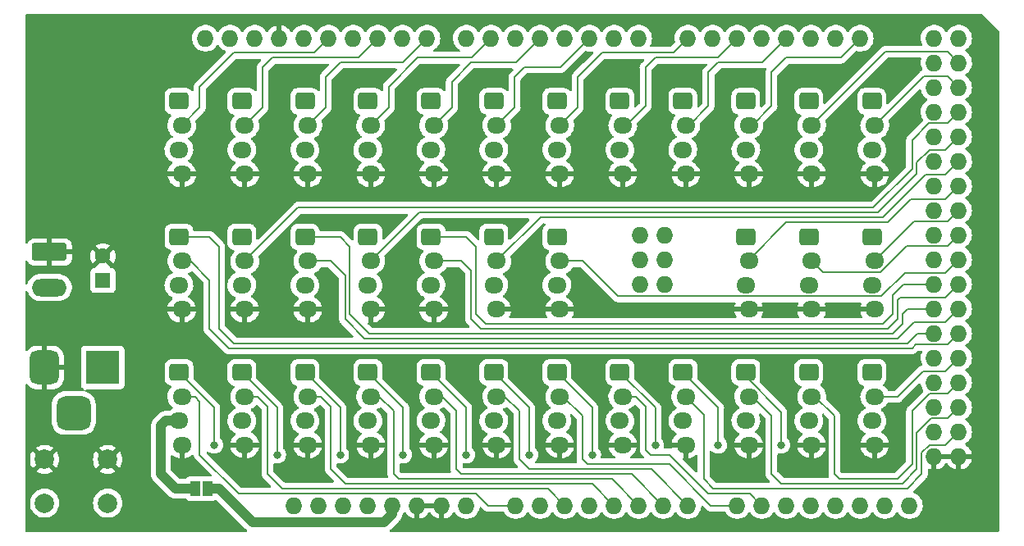
<source format=gbr>
%TF.GenerationSoftware,KiCad,Pcbnew,(6.0.5)*%
%TF.CreationDate,2022-07-01T01:18:53-04:00*%
%TF.ProjectId,MAXFeederShield,4d415846-6565-4646-9572-536869656c64,rev?*%
%TF.SameCoordinates,Original*%
%TF.FileFunction,Copper,L1,Top*%
%TF.FilePolarity,Positive*%
%FSLAX46Y46*%
G04 Gerber Fmt 4.6, Leading zero omitted, Abs format (unit mm)*
G04 Created by KiCad (PCBNEW (6.0.5)) date 2022-07-01 01:18:53*
%MOMM*%
%LPD*%
G01*
G04 APERTURE LIST*
G04 Aperture macros list*
%AMRoundRect*
0 Rectangle with rounded corners*
0 $1 Rounding radius*
0 $2 $3 $4 $5 $6 $7 $8 $9 X,Y pos of 4 corners*
0 Add a 4 corners polygon primitive as box body*
4,1,4,$2,$3,$4,$5,$6,$7,$8,$9,$2,$3,0*
0 Add four circle primitives for the rounded corners*
1,1,$1+$1,$2,$3*
1,1,$1+$1,$4,$5*
1,1,$1+$1,$6,$7*
1,1,$1+$1,$8,$9*
0 Add four rect primitives between the rounded corners*
20,1,$1+$1,$2,$3,$4,$5,0*
20,1,$1+$1,$4,$5,$6,$7,0*
20,1,$1+$1,$6,$7,$8,$9,0*
20,1,$1+$1,$8,$9,$2,$3,0*%
G04 Aperture macros list end*
%TA.AperFunction,ComponentPad*%
%ADD10RoundRect,0.250000X-0.725000X0.600000X-0.725000X-0.600000X0.725000X-0.600000X0.725000X0.600000X0*%
%TD*%
%TA.AperFunction,ComponentPad*%
%ADD11O,1.950000X1.700000*%
%TD*%
%TA.AperFunction,ComponentPad*%
%ADD12R,3.500000X3.500000*%
%TD*%
%TA.AperFunction,ComponentPad*%
%ADD13RoundRect,0.750000X-0.750000X-1.000000X0.750000X-1.000000X0.750000X1.000000X-0.750000X1.000000X0*%
%TD*%
%TA.AperFunction,ComponentPad*%
%ADD14RoundRect,0.875000X-0.875000X-0.875000X0.875000X-0.875000X0.875000X0.875000X-0.875000X0.875000X0*%
%TD*%
%TA.AperFunction,ComponentPad*%
%ADD15C,2.000000*%
%TD*%
%TA.AperFunction,ComponentPad*%
%ADD16RoundRect,0.250000X-1.550000X0.650000X-1.550000X-0.650000X1.550000X-0.650000X1.550000X0.650000X0*%
%TD*%
%TA.AperFunction,ComponentPad*%
%ADD17O,3.600000X1.800000*%
%TD*%
%TA.AperFunction,ComponentPad*%
%ADD18O,1.727200X1.727200*%
%TD*%
%TA.AperFunction,ComponentPad*%
%ADD19R,1.600000X1.600000*%
%TD*%
%TA.AperFunction,ComponentPad*%
%ADD20C,1.600000*%
%TD*%
%TA.AperFunction,SMDPad,CuDef*%
%ADD21R,1.000000X1.500000*%
%TD*%
%TA.AperFunction,ViaPad*%
%ADD22C,0.800000*%
%TD*%
%TA.AperFunction,Conductor*%
%ADD23C,0.200000*%
%TD*%
%TA.AperFunction,Conductor*%
%ADD24C,1.000000*%
%TD*%
G04 APERTURE END LIST*
D10*
%TO.P,J34,1,Pin_1*%
%TO.N,F22*%
X147850000Y-78500000D03*
D11*
%TO.P,J34,2,Pin_2*%
%TO.N,S22*%
X148150000Y-81000000D03*
%TO.P,J34,3,Pin_3*%
%TO.N,+5V*%
X147850000Y-83500000D03*
%TO.P,J34,4,Pin_4*%
%TO.N,GND*%
X148150000Y-86000000D03*
%TD*%
D10*
%TO.P,J8,1,Pin_1*%
%TO.N,F6*%
X128350000Y-50500000D03*
D11*
%TO.P,J8,2,Pin_2*%
%TO.N,S6*%
X128650000Y-53000000D03*
%TO.P,J8,3,Pin_3*%
%TO.N,+5V*%
X128350000Y-55500000D03*
%TO.P,J8,4,Pin_4*%
%TO.N,GND*%
X128650000Y-58000000D03*
%TD*%
D10*
%TO.P,J25,1,Pin_1*%
%TO.N,F29*%
X89350000Y-78500000D03*
D11*
%TO.P,J25,2,Pin_2*%
%TO.N,S29*%
X89650000Y-81000000D03*
%TO.P,J25,3,Pin_3*%
%TO.N,+5V*%
X89350000Y-83500000D03*
%TO.P,J25,4,Pin_4*%
%TO.N,GND*%
X89650000Y-86000000D03*
%TD*%
D12*
%TO.P,J2,1*%
%TO.N,+5V*%
X81500000Y-78000000D03*
D13*
%TO.P,J2,2*%
%TO.N,GND*%
X75500000Y-78000000D03*
D14*
%TO.P,J2,3*%
%TO.N,unconnected-(J2-Pad3)*%
X78500000Y-82700000D03*
%TD*%
D10*
%TO.P,J28,1,Pin_1*%
%TO.N,F19*%
X108850000Y-78500000D03*
D11*
%TO.P,J28,2,Pin_2*%
%TO.N,S19*%
X109150000Y-81000000D03*
%TO.P,J28,3,Pin_3*%
%TO.N,+5V*%
X108850000Y-83500000D03*
%TO.P,J28,4,Pin_4*%
%TO.N,GND*%
X109150000Y-86000000D03*
%TD*%
D10*
%TO.P,J35,1,Pin_1*%
%TO.N,F34*%
X154350000Y-78500000D03*
D11*
%TO.P,J35,2,Pin_2*%
%TO.N,S34*%
X154650000Y-81000000D03*
%TO.P,J35,3,Pin_3*%
%TO.N,+5V*%
X154350000Y-83500000D03*
%TO.P,J35,4,Pin_4*%
%TO.N,GND*%
X154650000Y-86000000D03*
%TD*%
D10*
%TO.P,J3,1,Pin_1*%
%TO.N,F1*%
X95850000Y-50500000D03*
D11*
%TO.P,J3,2,Pin_2*%
%TO.N,S1*%
X96150000Y-53000000D03*
%TO.P,J3,3,Pin_3*%
%TO.N,+5V*%
X95850000Y-55500000D03*
%TO.P,J3,4,Pin_4*%
%TO.N,GND*%
X96150000Y-58000000D03*
%TD*%
D10*
%TO.P,J1,1,Pin_1*%
%TO.N,F0*%
X89350000Y-50500000D03*
D11*
%TO.P,J1,2,Pin_2*%
%TO.N,S0*%
X89650000Y-53000000D03*
%TO.P,J1,3,Pin_3*%
%TO.N,+5V*%
X89350000Y-55500000D03*
%TO.P,J1,4,Pin_4*%
%TO.N,GND*%
X89650000Y-58000000D03*
%TD*%
D10*
%TO.P,J26,1,Pin_1*%
%TO.N,F18*%
X95850000Y-78500000D03*
D11*
%TO.P,J26,2,Pin_2*%
%TO.N,S18*%
X96150000Y-81000000D03*
%TO.P,J26,3,Pin_3*%
%TO.N,+5V*%
X95850000Y-83500000D03*
%TO.P,J26,4,Pin_4*%
%TO.N,GND*%
X96150000Y-86000000D03*
%TD*%
D10*
%TO.P,J20,1,Pin_1*%
%TO.N,F15*%
X128350000Y-64500000D03*
D11*
%TO.P,J20,2,Pin_2*%
%TO.N,S15*%
X128650000Y-67000000D03*
%TO.P,J20,3,Pin_3*%
%TO.N,+5V*%
X128350000Y-69500000D03*
%TO.P,J20,4,Pin_4*%
%TO.N,GND*%
X128650000Y-72000000D03*
%TD*%
D10*
%TO.P,J11,1,Pin_1*%
%TO.N,F9*%
X147850000Y-50500000D03*
D11*
%TO.P,J11,2,Pin_2*%
%TO.N,S9*%
X148150000Y-53000000D03*
%TO.P,J11,3,Pin_3*%
%TO.N,+5V*%
X147850000Y-55500000D03*
%TO.P,J11,4,Pin_4*%
%TO.N,GND*%
X148150000Y-58000000D03*
%TD*%
D10*
%TO.P,J13,1,Pin_1*%
%TO.N,F11*%
X160850000Y-50500000D03*
D11*
%TO.P,J13,2,Pin_2*%
%TO.N,S11*%
X161150000Y-53000000D03*
%TO.P,J13,3,Pin_3*%
%TO.N,+5V*%
X160850000Y-55500000D03*
%TO.P,J13,4,Pin_4*%
%TO.N,GND*%
X161150000Y-58000000D03*
%TD*%
D10*
%TO.P,J32,1,Pin_1*%
%TO.N,F21*%
X134850000Y-78500000D03*
D11*
%TO.P,J32,2,Pin_2*%
%TO.N,S21*%
X135150000Y-81000000D03*
%TO.P,J32,3,Pin_3*%
%TO.N,+5V*%
X134850000Y-83500000D03*
%TO.P,J32,4,Pin_4*%
%TO.N,GND*%
X135150000Y-86000000D03*
%TD*%
D10*
%TO.P,J29,1,Pin_1*%
%TO.N,F31*%
X115350000Y-78500000D03*
D11*
%TO.P,J29,2,Pin_2*%
%TO.N,S31*%
X115650000Y-81000000D03*
%TO.P,J29,3,Pin_3*%
%TO.N,+5V*%
X115350000Y-83500000D03*
%TO.P,J29,4,Pin_4*%
%TO.N,GND*%
X115650000Y-86000000D03*
%TD*%
D10*
%TO.P,J19,1,Pin_1*%
%TO.N,F26*%
X121850000Y-64500000D03*
D11*
%TO.P,J19,2,Pin_2*%
%TO.N,S26*%
X122150000Y-67000000D03*
%TO.P,J19,3,Pin_3*%
%TO.N,+5V*%
X121850000Y-69500000D03*
%TO.P,J19,4,Pin_4*%
%TO.N,GND*%
X122150000Y-72000000D03*
%TD*%
D15*
%TO.P,SW1,1,1*%
%TO.N,RESET*%
X82000000Y-92000000D03*
X75500000Y-92000000D03*
%TO.P,SW1,2,2*%
%TO.N,GND*%
X82000000Y-87500000D03*
X75500000Y-87500000D03*
%TD*%
D10*
%TO.P,J33,1,Pin_1*%
%TO.N,F33*%
X141350000Y-78500000D03*
D11*
%TO.P,J33,2,Pin_2*%
%TO.N,S33*%
X141650000Y-81000000D03*
%TO.P,J33,3,Pin_3*%
%TO.N,+5V*%
X141350000Y-83500000D03*
%TO.P,J33,4,Pin_4*%
%TO.N,GND*%
X141650000Y-86000000D03*
%TD*%
D10*
%TO.P,J22,1,Pin_1*%
%TO.N,F16*%
X147850000Y-64500000D03*
D11*
%TO.P,J22,2,Pin_2*%
%TO.N,S16*%
X148150000Y-67000000D03*
%TO.P,J22,3,Pin_3*%
%TO.N,+5V*%
X147850000Y-69500000D03*
%TO.P,J22,4,Pin_4*%
%TO.N,GND*%
X148150000Y-72000000D03*
%TD*%
D10*
%TO.P,J18,1,Pin_1*%
%TO.N,F14*%
X115350000Y-64500000D03*
D11*
%TO.P,J18,2,Pin_2*%
%TO.N,S14*%
X115650000Y-67000000D03*
%TO.P,J18,3,Pin_3*%
%TO.N,+5V*%
X115350000Y-69500000D03*
%TO.P,J18,4,Pin_4*%
%TO.N,GND*%
X115650000Y-72000000D03*
%TD*%
D10*
%TO.P,J9,1,Pin_1*%
%TO.N,F7*%
X134850000Y-50500000D03*
D11*
%TO.P,J9,2,Pin_2*%
%TO.N,S7*%
X135150000Y-53000000D03*
%TO.P,J9,3,Pin_3*%
%TO.N,+5V*%
X134850000Y-55500000D03*
%TO.P,J9,4,Pin_4*%
%TO.N,GND*%
X135150000Y-58000000D03*
%TD*%
D10*
%TO.P,J23,1,Pin_1*%
%TO.N,F28*%
X154350000Y-64500000D03*
D11*
%TO.P,J23,2,Pin_2*%
%TO.N,S28*%
X154650000Y-67000000D03*
%TO.P,J23,3,Pin_3*%
%TO.N,+5V*%
X154350000Y-69500000D03*
%TO.P,J23,4,Pin_4*%
%TO.N,GND*%
X154650000Y-72000000D03*
%TD*%
D10*
%TO.P,J31,1,Pin_1*%
%TO.N,F32*%
X128350000Y-78500000D03*
D11*
%TO.P,J31,2,Pin_2*%
%TO.N,S32*%
X128650000Y-81000000D03*
%TO.P,J31,3,Pin_3*%
%TO.N,+5V*%
X128350000Y-83500000D03*
%TO.P,J31,4,Pin_4*%
%TO.N,GND*%
X128650000Y-86000000D03*
%TD*%
D16*
%TO.P,J37,1,Pin_1*%
%TO.N,GND*%
X76000000Y-66070000D03*
D17*
%TO.P,J37,2,Pin_2*%
%TO.N,+5V*%
X76000000Y-69740000D03*
%TD*%
D10*
%TO.P,J36,1,Pin_1*%
%TO.N,F23*%
X160850000Y-78500000D03*
D11*
%TO.P,J36,2,Pin_2*%
%TO.N,S23*%
X161150000Y-81000000D03*
%TO.P,J36,3,Pin_3*%
%TO.N,+5V*%
X160850000Y-83500000D03*
%TO.P,J36,4,Pin_4*%
%TO.N,GND*%
X161150000Y-86000000D03*
%TD*%
D10*
%TO.P,J6,1,Pin_1*%
%TO.N,F4*%
X115350000Y-50500000D03*
D11*
%TO.P,J6,2,Pin_2*%
%TO.N,S4*%
X115650000Y-53000000D03*
%TO.P,J6,3,Pin_3*%
%TO.N,+5V*%
X115350000Y-55500000D03*
%TO.P,J6,4,Pin_4*%
%TO.N,GND*%
X115650000Y-58000000D03*
%TD*%
D18*
%TO.P,XA1,*%
%TO.N,*%
X101240000Y-92250000D03*
%TO.P,XA1,3V3,3.3V*%
%TO.N,unconnected-(XA1-Pad3V3)*%
X108860000Y-92250000D03*
%TO.P,XA1,5V1,5V*%
%TO.N,VCC*%
X111400000Y-92250000D03*
%TO.P,XA1,5V2,SPI_5V*%
%TO.N,unconnected-(XA1-Pad5V2)*%
X139467000Y-64310000D03*
%TO.P,XA1,5V3,5V*%
%TO.N,unconnected-(XA1-Pad5V3)*%
X167280000Y-43990000D03*
%TO.P,XA1,5V4,5V*%
%TO.N,unconnected-(XA1-Pad5V4)*%
X169820000Y-43990000D03*
%TO.P,XA1,A0,A0*%
%TO.N,S29*%
X124100000Y-92250000D03*
%TO.P,XA1,A1,A1*%
%TO.N,F29*%
X126640000Y-92250000D03*
%TO.P,XA1,A2,A2*%
%TO.N,S18*%
X129180000Y-92250000D03*
%TO.P,XA1,A3,A3*%
%TO.N,F18*%
X131720000Y-92250000D03*
%TO.P,XA1,A4,A4*%
%TO.N,S30*%
X134260000Y-92250000D03*
%TO.P,XA1,A5,A5*%
%TO.N,S19*%
X136800000Y-92250000D03*
%TO.P,XA1,A6,A6*%
%TO.N,S31*%
X139340000Y-92250000D03*
%TO.P,XA1,A7,A7*%
%TO.N,S20*%
X141880000Y-92250000D03*
%TO.P,XA1,A8,A8*%
%TO.N,S32*%
X146960000Y-92250000D03*
%TO.P,XA1,A9,A9*%
%TO.N,S21*%
X149500000Y-92250000D03*
%TO.P,XA1,A10,A10*%
%TO.N,F30*%
X152040000Y-92250000D03*
%TO.P,XA1,A11,A11*%
%TO.N,F19*%
X154580000Y-92250000D03*
%TO.P,XA1,A12,A12*%
%TO.N,F31*%
X157120000Y-92250000D03*
%TO.P,XA1,A13,A13*%
%TO.N,F20*%
X159660000Y-92250000D03*
%TO.P,XA1,A14,A14*%
%TO.N,F32*%
X162200000Y-92250000D03*
%TO.P,XA1,A15,A15*%
%TO.N,F21*%
X164740000Y-92250000D03*
%TO.P,XA1,AREF,AREF*%
%TO.N,unconnected-(XA1-PadAREF)*%
X97176000Y-43990000D03*
%TO.P,XA1,D0,D0_RX0*%
%TO.N,unconnected-(XA1-PadD0)*%
X136800000Y-43990000D03*
%TO.P,XA1,D1,D1_TX0*%
%TO.N,unconnected-(XA1-PadD1)*%
X134260000Y-43990000D03*
%TO.P,XA1,D2,D2_INT0*%
%TO.N,S5*%
X131720000Y-43990000D03*
%TO.P,XA1,D3,D3_INT1*%
%TO.N,F5*%
X129180000Y-43990000D03*
%TO.P,XA1,D4,D4*%
%TO.N,S4*%
X126640000Y-43990000D03*
%TO.P,XA1,D5,D5*%
%TO.N,F4*%
X124100000Y-43990000D03*
%TO.P,XA1,D6,D6*%
%TO.N,S3*%
X121560000Y-43990000D03*
%TO.P,XA1,D7,D7*%
%TO.N,F3*%
X119020000Y-43990000D03*
%TO.P,XA1,D8,D8*%
%TO.N,S2*%
X114956000Y-43990000D03*
%TO.P,XA1,D9,D9*%
%TO.N,F2*%
X112416000Y-43990000D03*
%TO.P,XA1,D10,D10*%
%TO.N,S1*%
X109876000Y-43990000D03*
%TO.P,XA1,D11,D11*%
%TO.N,F1*%
X107336000Y-43990000D03*
%TO.P,XA1,D12,D12*%
%TO.N,S0*%
X104796000Y-43990000D03*
%TO.P,XA1,D13,D13*%
%TO.N,F0*%
X102256000Y-43990000D03*
%TO.P,XA1,D14,D14_TX3*%
%TO.N,S6*%
X141880000Y-43990000D03*
%TO.P,XA1,D15,D15_RX3*%
%TO.N,F6*%
X144420000Y-43990000D03*
%TO.P,XA1,D16,D16_TX2*%
%TO.N,S7*%
X146960000Y-43990000D03*
%TO.P,XA1,D17,D17_RX2*%
%TO.N,F7*%
X149500000Y-43990000D03*
%TO.P,XA1,D18,D18_TX1*%
%TO.N,S8*%
X152040000Y-43990000D03*
%TO.P,XA1,D19,D19_RX1*%
%TO.N,F8*%
X154580000Y-43990000D03*
%TO.P,XA1,D20,D20_SDA*%
%TO.N,F9*%
X157120000Y-43990000D03*
%TO.P,XA1,D21,D21_SCL*%
%TO.N,S9*%
X159660000Y-43990000D03*
%TO.P,XA1,D22,D22*%
%TO.N,F10*%
X167280000Y-46530000D03*
%TO.P,XA1,D23,D23*%
%TO.N,S10*%
X169820000Y-46530000D03*
%TO.P,XA1,D24,D24*%
%TO.N,F11*%
X167280000Y-49070000D03*
%TO.P,XA1,D25,D25*%
%TO.N,S11*%
X169820000Y-49070000D03*
%TO.P,XA1,D26,D26*%
%TO.N,F24*%
X167280000Y-51610000D03*
%TO.P,XA1,D27,D27*%
%TO.N,S24*%
X169820000Y-51610000D03*
%TO.P,XA1,D28,D28*%
%TO.N,F25*%
X167280000Y-54150000D03*
%TO.P,XA1,D29,D29*%
%TO.N,S25*%
X169820000Y-54150000D03*
%TO.P,XA1,D30,D30*%
%TO.N,F26*%
X167280000Y-56690000D03*
%TO.P,XA1,D31,D31*%
%TO.N,S26*%
X169820000Y-56690000D03*
%TO.P,XA1,D32,D32*%
%TO.N,F16*%
X167280000Y-59230000D03*
%TO.P,XA1,D33,D33*%
%TO.N,S16*%
X169820000Y-59230000D03*
%TO.P,XA1,D34,D34*%
%TO.N,F17*%
X167280000Y-61770000D03*
%TO.P,XA1,D35,D35*%
%TO.N,S17*%
X169820000Y-61770000D03*
%TO.P,XA1,D36,D36*%
%TO.N,F28*%
X167280000Y-64310000D03*
%TO.P,XA1,D37,D37*%
%TO.N,S28*%
X169820000Y-64310000D03*
%TO.P,XA1,D38,D38*%
%TO.N,F15*%
X167280000Y-66850000D03*
%TO.P,XA1,D39,D39*%
%TO.N,S15*%
X169820000Y-66850000D03*
%TO.P,XA1,D40,D40*%
%TO.N,F14*%
X167280000Y-69390000D03*
%TO.P,XA1,D41,D41*%
%TO.N,S14*%
X169820000Y-69390000D03*
%TO.P,XA1,D42,D42*%
%TO.N,F13*%
X167280000Y-71930000D03*
%TO.P,XA1,D43,D43*%
%TO.N,S13*%
X169820000Y-71930000D03*
%TO.P,XA1,D44,D44*%
%TO.N,F12*%
X167280000Y-74470000D03*
%TO.P,XA1,D45,D45*%
%TO.N,S12*%
X169820000Y-74470000D03*
%TO.P,XA1,D46,D46*%
%TO.N,F23*%
X167280000Y-77010000D03*
%TO.P,XA1,D47,D47*%
%TO.N,S23*%
X169820000Y-77010000D03*
%TO.P,XA1,D48,D48*%
%TO.N,F34*%
X167280000Y-79550000D03*
%TO.P,XA1,D49,D49*%
%TO.N,S34*%
X169820000Y-79550000D03*
%TO.P,XA1,D50,D50*%
%TO.N,F22*%
X167280000Y-82090000D03*
%TO.P,XA1,D51,D51*%
%TO.N,S22*%
X169820000Y-82090000D03*
%TO.P,XA1,D52,D52*%
%TO.N,F33*%
X167280000Y-84630000D03*
%TO.P,XA1,D53,D53_SS*%
%TO.N,S33*%
X169820000Y-84630000D03*
%TO.P,XA1,GND1,GND*%
%TO.N,GND*%
X99716000Y-43990000D03*
%TO.P,XA1,GND2,GND*%
X113940000Y-92250000D03*
%TO.P,XA1,GND3,GND*%
X116480000Y-92250000D03*
%TO.P,XA1,GND4,SPI_GND*%
%TO.N,unconnected-(XA1-PadGND4)*%
X139467000Y-69390000D03*
%TO.P,XA1,GND5,GND*%
%TO.N,GND*%
X167280000Y-87170000D03*
%TO.P,XA1,GND6,GND*%
X169820000Y-87170000D03*
%TO.P,XA1,IORF,IOREF*%
%TO.N,unconnected-(XA1-PadIORF)*%
X103780000Y-92250000D03*
%TO.P,XA1,MISO,SPI_MISO*%
%TO.N,unconnected-(XA1-PadMISO)*%
X136927000Y-64310000D03*
%TO.P,XA1,MOSI,SPI_MOSI*%
%TO.N,unconnected-(XA1-PadMOSI)*%
X139467000Y-66850000D03*
%TO.P,XA1,RST1,RESET*%
%TO.N,RESET*%
X106320000Y-92250000D03*
%TO.P,XA1,RST2,SPI_RESET*%
%TO.N,unconnected-(XA1-PadRST2)*%
X136927000Y-69390000D03*
%TO.P,XA1,SCK,SPI_SCK*%
%TO.N,unconnected-(XA1-PadSCK)*%
X136927000Y-66850000D03*
%TO.P,XA1,SCL,SCL*%
%TO.N,unconnected-(XA1-PadSCL)*%
X92096000Y-43990000D03*
%TO.P,XA1,SDA,SDA*%
%TO.N,unconnected-(XA1-PadSDA)*%
X94636000Y-43990000D03*
%TO.P,XA1,VIN,VIN*%
%TO.N,unconnected-(XA1-PadVIN)*%
X119020000Y-92250000D03*
%TD*%
D10*
%TO.P,J17,1,Pin_1*%
%TO.N,F25*%
X108850000Y-64500000D03*
D11*
%TO.P,J17,2,Pin_2*%
%TO.N,S25*%
X109150000Y-67000000D03*
%TO.P,J17,3,Pin_3*%
%TO.N,+5V*%
X108850000Y-69500000D03*
%TO.P,J17,4,Pin_4*%
%TO.N,GND*%
X109150000Y-72000000D03*
%TD*%
D10*
%TO.P,J12,1,Pin_1*%
%TO.N,F10*%
X154350000Y-50500000D03*
D11*
%TO.P,J12,2,Pin_2*%
%TO.N,S10*%
X154650000Y-53000000D03*
%TO.P,J12,3,Pin_3*%
%TO.N,+5V*%
X154350000Y-55500000D03*
%TO.P,J12,4,Pin_4*%
%TO.N,GND*%
X154650000Y-58000000D03*
%TD*%
D10*
%TO.P,J4,1,Pin_1*%
%TO.N,F2*%
X102350000Y-50500000D03*
D11*
%TO.P,J4,2,Pin_2*%
%TO.N,S2*%
X102650000Y-53000000D03*
%TO.P,J4,3,Pin_3*%
%TO.N,+5V*%
X102350000Y-55500000D03*
%TO.P,J4,4,Pin_4*%
%TO.N,GND*%
X102650000Y-58000000D03*
%TD*%
D10*
%TO.P,J16,1,Pin_1*%
%TO.N,F13*%
X102350000Y-64500000D03*
D11*
%TO.P,J16,2,Pin_2*%
%TO.N,S13*%
X102650000Y-67000000D03*
%TO.P,J16,3,Pin_3*%
%TO.N,+5V*%
X102350000Y-69500000D03*
%TO.P,J16,4,Pin_4*%
%TO.N,GND*%
X102650000Y-72000000D03*
%TD*%
D10*
%TO.P,J27,1,Pin_1*%
%TO.N,F30*%
X102350000Y-78500000D03*
D11*
%TO.P,J27,2,Pin_2*%
%TO.N,S30*%
X102650000Y-81000000D03*
%TO.P,J27,3,Pin_3*%
%TO.N,+5V*%
X102350000Y-83500000D03*
%TO.P,J27,4,Pin_4*%
%TO.N,GND*%
X102650000Y-86000000D03*
%TD*%
D10*
%TO.P,J24,1,Pin_1*%
%TO.N,F17*%
X160850000Y-64500000D03*
D11*
%TO.P,J24,2,Pin_2*%
%TO.N,S17*%
X161150000Y-67000000D03*
%TO.P,J24,3,Pin_3*%
%TO.N,+5V*%
X160850000Y-69500000D03*
%TO.P,J24,4,Pin_4*%
%TO.N,GND*%
X161150000Y-72000000D03*
%TD*%
D10*
%TO.P,J10,1,Pin_1*%
%TO.N,F8*%
X141350000Y-50500000D03*
D11*
%TO.P,J10,2,Pin_2*%
%TO.N,S8*%
X141650000Y-53000000D03*
%TO.P,J10,3,Pin_3*%
%TO.N,+5V*%
X141350000Y-55500000D03*
%TO.P,J10,4,Pin_4*%
%TO.N,GND*%
X141650000Y-58000000D03*
%TD*%
D10*
%TO.P,J7,1,Pin_1*%
%TO.N,F5*%
X121850000Y-50500000D03*
D11*
%TO.P,J7,2,Pin_2*%
%TO.N,S5*%
X122150000Y-53000000D03*
%TO.P,J7,3,Pin_3*%
%TO.N,+5V*%
X121850000Y-55500000D03*
%TO.P,J7,4,Pin_4*%
%TO.N,GND*%
X122150000Y-58000000D03*
%TD*%
D19*
%TO.P,C1,1*%
%TO.N,+5V*%
X81500000Y-69000000D03*
D20*
%TO.P,C1,2*%
%TO.N,GND*%
X81500000Y-66500000D03*
%TD*%
D10*
%TO.P,J30,1,Pin_1*%
%TO.N,F20*%
X121850000Y-78500000D03*
D11*
%TO.P,J30,2,Pin_2*%
%TO.N,S20*%
X122150000Y-81000000D03*
%TO.P,J30,3,Pin_3*%
%TO.N,+5V*%
X121850000Y-83500000D03*
%TO.P,J30,4,Pin_4*%
%TO.N,GND*%
X122150000Y-86000000D03*
%TD*%
D10*
%TO.P,J15,1,Pin_1*%
%TO.N,F24*%
X95850000Y-64500000D03*
D11*
%TO.P,J15,2,Pin_2*%
%TO.N,S24*%
X96150000Y-67000000D03*
%TO.P,J15,3,Pin_3*%
%TO.N,+5V*%
X95850000Y-69500000D03*
%TO.P,J15,4,Pin_4*%
%TO.N,GND*%
X96150000Y-72000000D03*
%TD*%
D10*
%TO.P,J5,1,Pin_1*%
%TO.N,F3*%
X108850000Y-50500000D03*
D11*
%TO.P,J5,2,Pin_2*%
%TO.N,S3*%
X109150000Y-53000000D03*
%TO.P,J5,3,Pin_3*%
%TO.N,+5V*%
X108850000Y-55500000D03*
%TO.P,J5,4,Pin_4*%
%TO.N,GND*%
X109150000Y-58000000D03*
%TD*%
D10*
%TO.P,J14,1,Pin_1*%
%TO.N,F12*%
X89350000Y-64500000D03*
D11*
%TO.P,J14,2,Pin_2*%
%TO.N,S12*%
X89650000Y-67000000D03*
%TO.P,J14,3,Pin_3*%
%TO.N,+5V*%
X89350000Y-69500000D03*
%TO.P,J14,4,Pin_4*%
%TO.N,GND*%
X89650000Y-72000000D03*
%TD*%
D21*
%TO.P,JP1,1,A*%
%TO.N,VCC*%
X92300000Y-90500000D03*
%TO.P,JP1,2,B*%
%TO.N,+5V*%
X91000000Y-90500000D03*
%TD*%
D22*
%TO.N,F29*%
X93000000Y-86000000D03*
%TO.N,F18*%
X99500000Y-87000000D03*
%TO.N,F30*%
X106000000Y-87000000D03*
%TO.N,F19*%
X112500000Y-87000000D03*
%TO.N,F31*%
X119000000Y-87000000D03*
%TO.N,F20*%
X125500000Y-87000000D03*
%TO.N,F32*%
X132000000Y-87000000D03*
%TO.N,F21*%
X138500000Y-86000000D03*
%TO.N,F33*%
X145000000Y-86000000D03*
%TO.N,F22*%
X151500000Y-86000000D03*
%TD*%
D23*
%TO.N,S0*%
X91500000Y-51150000D02*
X89650000Y-53000000D01*
X103286000Y-45500000D02*
X95000000Y-45500000D01*
X95000000Y-45500000D02*
X91500000Y-49000000D01*
X91500000Y-49000000D02*
X91500000Y-51150000D01*
X104796000Y-43990000D02*
X103286000Y-45500000D01*
D24*
%TO.N,+5V*%
X89350000Y-83500000D02*
X88000000Y-83500000D01*
X89000000Y-90500000D02*
X91000000Y-90500000D01*
X87500000Y-84000000D02*
X87500000Y-89000000D01*
X87500000Y-89000000D02*
X89000000Y-90500000D01*
X88000000Y-83500000D02*
X87500000Y-84000000D01*
%TO.N,VCC*%
X111400000Y-93100000D02*
X111400000Y-92250000D01*
X92300000Y-90500000D02*
X93500000Y-90500000D01*
X97000000Y-94000000D02*
X110500000Y-94000000D01*
X93500000Y-90500000D02*
X97000000Y-94000000D01*
X110500000Y-94000000D02*
X111400000Y-93100000D01*
D23*
%TO.N,S1*%
X109876000Y-43990000D02*
X107866000Y-46000000D01*
X99000000Y-46000000D02*
X98000000Y-47000000D01*
X98000000Y-51150000D02*
X96150000Y-53000000D01*
X98000000Y-47000000D02*
X98000000Y-51150000D01*
X107866000Y-46000000D02*
X99000000Y-46000000D01*
%TO.N,S2*%
X104500000Y-51150000D02*
X102650000Y-53000000D01*
X114956000Y-43990000D02*
X112446000Y-46500000D01*
X104500000Y-48000000D02*
X104500000Y-51150000D01*
X106000000Y-46500000D02*
X104500000Y-48000000D01*
X112446000Y-46500000D02*
X106000000Y-46500000D01*
%TO.N,S3*%
X114000000Y-46000000D02*
X111000000Y-49000000D01*
X111000000Y-51150000D02*
X109150000Y-53000000D01*
X121560000Y-43990000D02*
X119550000Y-46000000D01*
X119550000Y-46000000D02*
X114000000Y-46000000D01*
X111000000Y-49000000D02*
X111000000Y-51150000D01*
%TO.N,S4*%
X119500000Y-46500000D02*
X117500000Y-48500000D01*
X117500000Y-51150000D02*
X115650000Y-53000000D01*
X117500000Y-48500000D02*
X117500000Y-51150000D01*
X126640000Y-43990000D02*
X124130000Y-46500000D01*
X124130000Y-46500000D02*
X119500000Y-46500000D01*
%TO.N,S5*%
X125000000Y-47000000D02*
X124000000Y-48000000D01*
X128710000Y-47000000D02*
X125000000Y-47000000D01*
X124000000Y-51150000D02*
X122150000Y-53000000D01*
X124000000Y-48000000D02*
X124000000Y-51150000D01*
X131720000Y-43990000D02*
X128710000Y-47000000D01*
%TO.N,S6*%
X130500000Y-48000000D02*
X130500000Y-51150000D01*
X141880000Y-43990000D02*
X140370000Y-45500000D01*
X133000000Y-45500000D02*
X130500000Y-48000000D01*
X130500000Y-51150000D02*
X128650000Y-53000000D01*
X140370000Y-45500000D02*
X133000000Y-45500000D01*
%TO.N,S7*%
X146960000Y-43990000D02*
X144950000Y-46000000D01*
X144950000Y-46000000D02*
X138500000Y-46000000D01*
X138500000Y-46000000D02*
X137500000Y-47000000D01*
X135500000Y-53000000D02*
X135150000Y-53000000D01*
X137500000Y-51000000D02*
X135500000Y-53000000D01*
X137500000Y-47000000D02*
X137500000Y-51000000D01*
%TO.N,S8*%
X142000000Y-53000000D02*
X141650000Y-53000000D01*
X144000000Y-51000000D02*
X142000000Y-53000000D01*
X144000000Y-47500000D02*
X144000000Y-51000000D01*
X152040000Y-43990000D02*
X149530000Y-46500000D01*
X145000000Y-46500000D02*
X144000000Y-47500000D01*
X149530000Y-46500000D02*
X145000000Y-46500000D01*
%TO.N,S9*%
X157650000Y-46000000D02*
X152000000Y-46000000D01*
X150500000Y-47500000D02*
X150500000Y-51000000D01*
X152000000Y-46000000D02*
X150500000Y-47500000D01*
X148500000Y-53000000D02*
X148150000Y-53000000D01*
X159660000Y-43990000D02*
X157650000Y-46000000D01*
X150500000Y-51000000D02*
X148500000Y-53000000D01*
%TO.N,S10*%
X162283111Y-45366889D02*
X154650000Y-53000000D01*
X168656889Y-45366889D02*
X162283111Y-45366889D01*
X169820000Y-46530000D02*
X168656889Y-45366889D01*
%TO.N,S11*%
X169820000Y-49070000D02*
X168656889Y-47906889D01*
X168656889Y-47906889D02*
X166243111Y-47906889D01*
X166243111Y-47906889D02*
X161150000Y-53000000D01*
%TO.N,F12*%
X93500000Y-74000000D02*
X95000000Y-75500000D01*
X92500000Y-64500000D02*
X93500000Y-65500000D01*
X164500000Y-75500000D02*
X165530000Y-74470000D01*
X95000000Y-75500000D02*
X164500000Y-75500000D01*
X93500000Y-65500000D02*
X93500000Y-74000000D01*
X165530000Y-74470000D02*
X167280000Y-74470000D01*
X89350000Y-64500000D02*
X92500000Y-64500000D01*
%TO.N,S12*%
X169820000Y-74470000D02*
X168656889Y-75633111D01*
X90500000Y-67000000D02*
X89650000Y-67000000D01*
X92500000Y-69000000D02*
X90500000Y-67000000D01*
X92500000Y-74000000D02*
X92500000Y-69000000D01*
X94500000Y-76000000D02*
X92500000Y-74000000D01*
X165366889Y-75633111D02*
X165000000Y-76000000D01*
X168656889Y-75633111D02*
X165366889Y-75633111D01*
X165000000Y-76000000D02*
X94500000Y-76000000D01*
%TO.N,S24*%
X165000000Y-54500000D02*
X165000000Y-57500000D01*
X165000000Y-57500000D02*
X161000000Y-61500000D01*
X169820000Y-51610000D02*
X168656889Y-52773111D01*
X101650000Y-61500000D02*
X96150000Y-67000000D01*
X166726889Y-52773111D02*
X165000000Y-54500000D01*
X168656889Y-52773111D02*
X166726889Y-52773111D01*
X161000000Y-61500000D02*
X101650000Y-61500000D01*
%TO.N,F13*%
X163000000Y-74500000D02*
X164000000Y-73500000D01*
X107000000Y-72500000D02*
X109000000Y-74500000D01*
X164000000Y-73500000D02*
X164000000Y-72500000D01*
X106000000Y-64500000D02*
X107000000Y-65500000D01*
X109000000Y-74500000D02*
X163000000Y-74500000D01*
X107000000Y-65500000D02*
X107000000Y-72000000D01*
X107000000Y-72000000D02*
X107000000Y-72500000D01*
X164570000Y-71930000D02*
X164000000Y-72500000D01*
X102350000Y-64500000D02*
X106000000Y-64500000D01*
X167280000Y-71930000D02*
X164570000Y-71930000D01*
%TO.N,S13*%
X163500000Y-75000000D02*
X165193111Y-73306889D01*
X105000000Y-67000000D02*
X106500000Y-68500000D01*
X168443111Y-73306889D02*
X169820000Y-71930000D01*
X106500000Y-73000000D02*
X108500000Y-75000000D01*
X102650000Y-67000000D02*
X105000000Y-67000000D01*
X108500000Y-75000000D02*
X163500000Y-75000000D01*
X165193111Y-73306889D02*
X168443111Y-73306889D01*
X106500000Y-68500000D02*
X106500000Y-73000000D01*
%TO.N,S25*%
X165500000Y-56825112D02*
X165500000Y-58000000D01*
X166798223Y-55526889D02*
X165500000Y-56825112D01*
X169820000Y-54150000D02*
X168443111Y-55526889D01*
X161500000Y-62000000D02*
X114150000Y-62000000D01*
X165500000Y-58000000D02*
X161500000Y-62000000D01*
X168443111Y-55526889D02*
X166798223Y-55526889D01*
X114150000Y-62000000D02*
X109150000Y-67000000D01*
%TO.N,F14*%
X167280000Y-69390000D02*
X164110000Y-69390000D01*
X162000000Y-73500000D02*
X123000000Y-73500000D01*
X164110000Y-69390000D02*
X163000000Y-70500000D01*
X119000000Y-64500000D02*
X115350000Y-64500000D01*
X163000000Y-72500000D02*
X162000000Y-73500000D01*
X120000000Y-65500000D02*
X119000000Y-64500000D01*
X120000000Y-72500000D02*
X120000000Y-65500000D01*
X123000000Y-73500000D02*
X121000000Y-73500000D01*
X121000000Y-73500000D02*
X120000000Y-72500000D01*
X163000000Y-70500000D02*
X163000000Y-72500000D01*
%TO.N,S14*%
X119500000Y-68000000D02*
X118500000Y-67000000D01*
X169820000Y-69390000D02*
X168443111Y-70766889D01*
X163500000Y-73000000D02*
X162500000Y-74000000D01*
X120500000Y-74000000D02*
X119500000Y-73000000D01*
X163733111Y-70766889D02*
X163500000Y-71000000D01*
X118500000Y-67000000D02*
X115650000Y-67000000D01*
X168443111Y-70766889D02*
X163733111Y-70766889D01*
X162500000Y-74000000D02*
X120500000Y-74000000D01*
X119500000Y-73000000D02*
X119500000Y-68000000D01*
X163500000Y-71000000D02*
X163500000Y-73000000D01*
%TO.N,S26*%
X162000000Y-62500000D02*
X126650000Y-62500000D01*
X166433111Y-58066889D02*
X162000000Y-62500000D01*
X168443111Y-58066889D02*
X166433111Y-58066889D01*
X169820000Y-56690000D02*
X168443111Y-58066889D01*
X126650000Y-62500000D02*
X122150000Y-67000000D01*
%TO.N,S16*%
X168443111Y-60606889D02*
X164893111Y-60606889D01*
X162500000Y-63000000D02*
X152000000Y-63000000D01*
X164893111Y-60606889D02*
X162500000Y-63000000D01*
X148150000Y-66850000D02*
X148150000Y-67000000D01*
X152000000Y-63000000D02*
X148150000Y-66850000D01*
X169820000Y-59230000D02*
X168443111Y-60606889D01*
%TO.N,S28*%
X168656889Y-65473111D02*
X164427555Y-65473111D01*
X164427555Y-65473111D02*
X161751146Y-68149520D01*
X169820000Y-64310000D02*
X168656889Y-65473111D01*
X155799520Y-68149520D02*
X154650000Y-67000000D01*
X161751146Y-68149520D02*
X155799520Y-68149520D01*
%TO.N,S17*%
X168656889Y-62933111D02*
X165216889Y-62933111D01*
X169820000Y-61770000D02*
X168656889Y-62933111D01*
X165216889Y-62933111D02*
X161150000Y-67000000D01*
%TO.N,F29*%
X93000000Y-82150000D02*
X93000000Y-86000000D01*
X89350000Y-78500000D02*
X93000000Y-82150000D01*
%TO.N,S29*%
X121250000Y-92250000D02*
X120000000Y-91000000D01*
X91000000Y-81000000D02*
X89650000Y-81000000D01*
X91500000Y-81500000D02*
X91000000Y-81000000D01*
X95500000Y-91000000D02*
X91500000Y-87000000D01*
X120000000Y-91000000D02*
X95500000Y-91000000D01*
X91500000Y-87000000D02*
X91500000Y-81500000D01*
X124100000Y-92250000D02*
X121250000Y-92250000D01*
%TO.N,F18*%
X99500000Y-82150000D02*
X95850000Y-78500000D01*
X99500000Y-87000000D02*
X99500000Y-82150000D01*
%TO.N,S18*%
X100000000Y-90500000D02*
X98500000Y-89000000D01*
X127430000Y-90500000D02*
X100000000Y-90500000D01*
X97500000Y-81000000D02*
X96150000Y-81000000D01*
X98500000Y-89000000D02*
X98500000Y-82000000D01*
X129180000Y-92250000D02*
X127430000Y-90500000D01*
X98500000Y-82000000D02*
X97500000Y-81000000D01*
%TO.N,F30*%
X106000000Y-87000000D02*
X106000000Y-82150000D01*
X106000000Y-82150000D02*
X102350000Y-78500000D01*
%TO.N,S30*%
X104000000Y-81000000D02*
X102650000Y-81000000D01*
X105000000Y-88500000D02*
X105000000Y-82000000D01*
X134260000Y-92250000D02*
X132010000Y-90000000D01*
X106500000Y-90000000D02*
X105000000Y-88500000D01*
X105000000Y-82000000D02*
X104000000Y-81000000D01*
X132010000Y-90000000D02*
X106500000Y-90000000D01*
%TO.N,F19*%
X112500000Y-82150000D02*
X108850000Y-78500000D01*
X112500000Y-87000000D02*
X112500000Y-82150000D01*
%TO.N,S19*%
X136800000Y-92250000D02*
X134050000Y-89500000D01*
X110000000Y-81000000D02*
X109150000Y-81000000D01*
X111500000Y-89000000D02*
X111500000Y-82500000D01*
X134050000Y-89500000D02*
X112000000Y-89500000D01*
X112000000Y-89500000D02*
X111500000Y-89000000D01*
X111500000Y-82500000D02*
X110000000Y-81000000D01*
%TO.N,F31*%
X119000000Y-82150000D02*
X115350000Y-78500000D01*
X119000000Y-87000000D02*
X119000000Y-82150000D01*
%TO.N,S31*%
X118000000Y-82500000D02*
X116500000Y-81000000D01*
X118500000Y-89000000D02*
X118000000Y-88500000D01*
X116500000Y-81000000D02*
X115650000Y-81000000D01*
X136090000Y-89000000D02*
X118500000Y-89000000D01*
X139340000Y-92250000D02*
X136090000Y-89000000D01*
X118000000Y-88500000D02*
X118000000Y-82500000D01*
%TO.N,F20*%
X125500000Y-82150000D02*
X121850000Y-78500000D01*
X125500000Y-87000000D02*
X125500000Y-82150000D01*
%TO.N,S20*%
X125500000Y-88500000D02*
X124500000Y-87500000D01*
X124500000Y-82500000D02*
X123000000Y-81000000D01*
X141880000Y-92250000D02*
X138130000Y-88500000D01*
X123000000Y-81000000D02*
X122150000Y-81000000D01*
X124500000Y-87500000D02*
X124500000Y-82500000D01*
X138130000Y-88500000D02*
X125500000Y-88500000D01*
%TO.N,F32*%
X132000000Y-82150000D02*
X128350000Y-78500000D01*
X132000000Y-87000000D02*
X132000000Y-82150000D01*
%TO.N,S32*%
X144250000Y-92250000D02*
X140000000Y-88000000D01*
X129000000Y-81000000D02*
X128650000Y-81000000D01*
X131000000Y-83000000D02*
X129000000Y-81000000D01*
X140000000Y-88000000D02*
X131500000Y-88000000D01*
X131000000Y-87500000D02*
X131000000Y-83000000D01*
X131500000Y-88000000D02*
X131000000Y-87500000D01*
X146960000Y-92250000D02*
X144250000Y-92250000D01*
%TO.N,F21*%
X138500000Y-82150000D02*
X134850000Y-78500000D01*
X138500000Y-86000000D02*
X138500000Y-82150000D01*
%TO.N,S21*%
X144000000Y-91000000D02*
X140000000Y-87000000D01*
X136500000Y-81000000D02*
X135150000Y-81000000D01*
X137500000Y-82000000D02*
X136500000Y-81000000D01*
X138000000Y-87000000D02*
X137500000Y-86500000D01*
X140000000Y-87000000D02*
X138000000Y-87000000D01*
X149500000Y-92250000D02*
X148250000Y-91000000D01*
X137500000Y-86500000D02*
X137500000Y-82000000D01*
X148250000Y-91000000D02*
X144000000Y-91000000D01*
%TO.N,F33*%
X145000000Y-82150000D02*
X141350000Y-78500000D01*
X145000000Y-86000000D02*
X145000000Y-82150000D01*
%TO.N,S33*%
X166000000Y-86805112D02*
X166805112Y-86000000D01*
X168450000Y-86000000D02*
X169820000Y-84630000D01*
X164500000Y-90500000D02*
X166000000Y-89000000D01*
X166805112Y-86000000D02*
X168450000Y-86000000D01*
X166000000Y-89000000D02*
X166000000Y-86805112D01*
X144500000Y-90500000D02*
X164500000Y-90500000D01*
X141650000Y-81000000D02*
X143500000Y-82850000D01*
X143500000Y-82850000D02*
X143500000Y-89500000D01*
X143500000Y-89500000D02*
X144500000Y-90500000D01*
%TO.N,F22*%
X147850000Y-78949334D02*
X147850000Y-78500000D01*
X151500000Y-86000000D02*
X151500000Y-82599334D01*
X151500000Y-82599334D02*
X147850000Y-78949334D01*
%TO.N,S22*%
X164000000Y-90000000D02*
X165500000Y-88500000D01*
X165500000Y-88500000D02*
X165500000Y-84765112D01*
X148150000Y-81000000D02*
X148500000Y-81000000D01*
X165500000Y-84765112D02*
X167012001Y-83253111D01*
X167012001Y-83253111D02*
X168656889Y-83253111D01*
X168656889Y-83253111D02*
X169820000Y-82090000D01*
X151500000Y-90000000D02*
X164000000Y-90000000D01*
X150500000Y-83000000D02*
X150500000Y-89000000D01*
X148500000Y-81000000D02*
X150500000Y-83000000D01*
X150500000Y-89000000D02*
X151500000Y-90000000D01*
%TO.N,S34*%
X168656889Y-80713111D02*
X169820000Y-79550000D01*
X165000000Y-88000000D02*
X165000000Y-82500000D01*
X157000000Y-83000000D02*
X157000000Y-89000000D01*
X157000000Y-89000000D02*
X157500000Y-89500000D01*
X165000000Y-82500000D02*
X166786889Y-80713111D01*
X157500000Y-89500000D02*
X163500000Y-89500000D01*
X166786889Y-80713111D02*
X168656889Y-80713111D01*
X155000000Y-81000000D02*
X157000000Y-83000000D01*
X163500000Y-89500000D02*
X165000000Y-88000000D01*
X154650000Y-81000000D02*
X155000000Y-81000000D01*
%TO.N,S23*%
X166113111Y-78386889D02*
X163500000Y-81000000D01*
X169820000Y-77010000D02*
X168443111Y-78386889D01*
X168443111Y-78386889D02*
X166113111Y-78386889D01*
X163500000Y-81000000D02*
X161150000Y-81000000D01*
%TO.N,S15*%
X168443111Y-68226889D02*
X164273111Y-68226889D01*
X134649520Y-70649520D02*
X131000000Y-67000000D01*
X161850480Y-70649520D02*
X134649520Y-70649520D01*
X169820000Y-66850000D02*
X168443111Y-68226889D01*
X131000000Y-67000000D02*
X128650000Y-67000000D01*
X164273111Y-68226889D02*
X161850480Y-70649520D01*
%TD*%
%TA.AperFunction,Conductor*%
%TO.N,GND*%
G36*
X172305304Y-41528502D02*
G01*
X172326278Y-41545405D01*
X173954595Y-43173722D01*
X173988621Y-43236034D01*
X173991500Y-43262817D01*
X173991500Y-94865500D01*
X173971498Y-94933621D01*
X173917842Y-94980114D01*
X173865500Y-94991500D01*
X111234336Y-94991500D01*
X111166215Y-94971498D01*
X111119722Y-94917842D01*
X111109618Y-94847568D01*
X111139112Y-94782988D01*
X111155726Y-94767030D01*
X111172973Y-94753262D01*
X111175477Y-94750758D01*
X111176195Y-94750116D01*
X111180528Y-94746415D01*
X111214062Y-94719065D01*
X111243291Y-94683733D01*
X111251272Y-94674963D01*
X112069383Y-93856851D01*
X112079527Y-93847749D01*
X112104218Y-93827897D01*
X112109025Y-93824032D01*
X112141292Y-93785578D01*
X112144472Y-93781931D01*
X112146115Y-93780119D01*
X112148309Y-93777925D01*
X112175642Y-93744651D01*
X112176348Y-93743800D01*
X112232195Y-93677244D01*
X112236154Y-93672526D01*
X112238722Y-93667856D01*
X112242103Y-93663739D01*
X112285977Y-93581914D01*
X112286606Y-93580755D01*
X112328462Y-93504619D01*
X112328465Y-93504611D01*
X112331433Y-93499213D01*
X112333045Y-93494131D01*
X112335562Y-93489437D01*
X112362762Y-93400469D01*
X112363108Y-93399358D01*
X112369118Y-93380415D01*
X112391235Y-93310694D01*
X112391829Y-93305398D01*
X112393387Y-93300302D01*
X112400489Y-93230391D01*
X112427274Y-93164641D01*
X112436903Y-93153877D01*
X112444819Y-93145989D01*
X112444827Y-93145980D01*
X112448487Y-93142333D01*
X112451737Y-93137811D01*
X112563843Y-92981799D01*
X112569686Y-92973667D01*
X112625680Y-92930019D01*
X112696384Y-92923573D01*
X112759348Y-92956376D01*
X112779441Y-92981358D01*
X112826682Y-93058448D01*
X112832765Y-93066759D01*
X112973665Y-93229417D01*
X112981032Y-93236633D01*
X113146606Y-93374095D01*
X113155053Y-93380010D01*
X113340859Y-93488586D01*
X113350146Y-93493036D01*
X113551198Y-93569810D01*
X113561091Y-93572684D01*
X113668248Y-93594485D01*
X113682300Y-93593290D01*
X113686000Y-93582945D01*
X113686000Y-93582229D01*
X114194000Y-93582229D01*
X114198064Y-93596071D01*
X114211479Y-93598105D01*
X114221025Y-93596882D01*
X114231095Y-93594742D01*
X114437225Y-93532900D01*
X114446832Y-93529134D01*
X114640076Y-93434464D01*
X114648934Y-93429185D01*
X114824141Y-93304211D01*
X114832003Y-93297567D01*
X114984445Y-93145656D01*
X114991122Y-93137811D01*
X115109402Y-92973206D01*
X115165397Y-92929558D01*
X115236100Y-92923112D01*
X115299065Y-92955915D01*
X115319157Y-92980897D01*
X115366676Y-93058440D01*
X115372765Y-93066759D01*
X115513665Y-93229417D01*
X115521032Y-93236633D01*
X115686606Y-93374095D01*
X115695053Y-93380010D01*
X115880859Y-93488586D01*
X115890146Y-93493036D01*
X116091198Y-93569810D01*
X116101091Y-93572684D01*
X116208248Y-93594485D01*
X116222300Y-93593290D01*
X116226000Y-93582945D01*
X116226000Y-92522115D01*
X116221525Y-92506876D01*
X116220135Y-92505671D01*
X116212452Y-92504000D01*
X114212115Y-92504000D01*
X114196876Y-92508475D01*
X114195671Y-92509865D01*
X114194000Y-92517548D01*
X114194000Y-93582229D01*
X113686000Y-93582229D01*
X113686000Y-92122000D01*
X113706002Y-92053879D01*
X113759658Y-92007386D01*
X113812000Y-91996000D01*
X116608000Y-91996000D01*
X116676121Y-92016002D01*
X116722614Y-92069658D01*
X116734000Y-92122000D01*
X116734000Y-93582229D01*
X116738064Y-93596071D01*
X116751479Y-93598105D01*
X116761025Y-93596882D01*
X116771095Y-93594742D01*
X116977225Y-93532900D01*
X116986832Y-93529134D01*
X117180076Y-93434464D01*
X117188934Y-93429185D01*
X117364141Y-93304211D01*
X117372003Y-93297567D01*
X117524445Y-93145656D01*
X117531122Y-93137811D01*
X117649086Y-92973646D01*
X117705081Y-92929998D01*
X117775784Y-92923552D01*
X117838749Y-92956355D01*
X117858842Y-92981337D01*
X117906276Y-93058742D01*
X117908975Y-93063147D01*
X118056702Y-93233687D01*
X118230299Y-93377810D01*
X118234751Y-93380412D01*
X118234756Y-93380415D01*
X118411240Y-93483544D01*
X118425103Y-93491645D01*
X118635884Y-93572134D01*
X118640952Y-93573165D01*
X118640955Y-93573166D01*
X118689021Y-93582945D01*
X118856981Y-93617117D01*
X118862156Y-93617307D01*
X118862158Y-93617307D01*
X119077292Y-93625196D01*
X119077296Y-93625196D01*
X119082456Y-93625385D01*
X119087576Y-93624729D01*
X119087578Y-93624729D01*
X119156985Y-93615838D01*
X119306253Y-93596716D01*
X119311202Y-93595231D01*
X119311208Y-93595230D01*
X119517413Y-93533365D01*
X119517412Y-93533365D01*
X119522363Y-93531880D01*
X119621029Y-93483544D01*
X119720331Y-93434897D01*
X119720336Y-93434894D01*
X119724982Y-93432618D01*
X119729192Y-93429615D01*
X119729197Y-93429612D01*
X119904455Y-93304601D01*
X119904459Y-93304597D01*
X119908667Y-93301596D01*
X120068487Y-93142333D01*
X120200150Y-92959105D01*
X120290400Y-92776498D01*
X120297824Y-92761477D01*
X120297825Y-92761475D01*
X120300118Y-92756835D01*
X120365708Y-92540952D01*
X120368969Y-92516182D01*
X120397692Y-92451255D01*
X120456957Y-92412164D01*
X120527949Y-92411319D01*
X120582986Y-92443534D01*
X120785678Y-92646226D01*
X120796545Y-92658616D01*
X120816013Y-92683987D01*
X120822559Y-92689010D01*
X120822562Y-92689013D01*
X120847927Y-92708476D01*
X120847929Y-92708477D01*
X120943124Y-92781524D01*
X120950750Y-92784683D01*
X120950752Y-92784684D01*
X121017136Y-92812181D01*
X121091149Y-92842838D01*
X121099336Y-92843916D01*
X121099337Y-92843916D01*
X121110542Y-92845391D01*
X121141738Y-92849498D01*
X121210115Y-92858500D01*
X121210118Y-92858500D01*
X121210126Y-92858501D01*
X121241811Y-92862672D01*
X121250000Y-92863750D01*
X121281693Y-92859578D01*
X121298136Y-92858500D01*
X122793004Y-92858500D01*
X122861125Y-92878502D01*
X122900437Y-92918666D01*
X122986275Y-93058742D01*
X122986276Y-93058743D01*
X122988975Y-93063147D01*
X123136702Y-93233687D01*
X123310299Y-93377810D01*
X123314751Y-93380412D01*
X123314756Y-93380415D01*
X123491240Y-93483544D01*
X123505103Y-93491645D01*
X123715884Y-93572134D01*
X123720952Y-93573165D01*
X123720955Y-93573166D01*
X123769021Y-93582945D01*
X123936981Y-93617117D01*
X123942156Y-93617307D01*
X123942158Y-93617307D01*
X124157292Y-93625196D01*
X124157296Y-93625196D01*
X124162456Y-93625385D01*
X124167576Y-93624729D01*
X124167578Y-93624729D01*
X124236985Y-93615838D01*
X124386253Y-93596716D01*
X124391202Y-93595231D01*
X124391208Y-93595230D01*
X124597413Y-93533365D01*
X124597412Y-93533365D01*
X124602363Y-93531880D01*
X124701029Y-93483544D01*
X124800331Y-93434897D01*
X124800336Y-93434894D01*
X124804982Y-93432618D01*
X124809192Y-93429615D01*
X124809197Y-93429612D01*
X124984455Y-93304601D01*
X124984459Y-93304597D01*
X124988667Y-93301596D01*
X125148487Y-93142333D01*
X125269370Y-92974107D01*
X125325364Y-92930459D01*
X125396068Y-92924013D01*
X125459032Y-92956816D01*
X125479125Y-92981799D01*
X125526275Y-93058743D01*
X125526279Y-93058748D01*
X125528975Y-93063147D01*
X125676702Y-93233687D01*
X125850299Y-93377810D01*
X125854751Y-93380412D01*
X125854756Y-93380415D01*
X126031240Y-93483544D01*
X126045103Y-93491645D01*
X126255884Y-93572134D01*
X126260952Y-93573165D01*
X126260955Y-93573166D01*
X126309021Y-93582945D01*
X126476981Y-93617117D01*
X126482156Y-93617307D01*
X126482158Y-93617307D01*
X126697292Y-93625196D01*
X126697296Y-93625196D01*
X126702456Y-93625385D01*
X126707576Y-93624729D01*
X126707578Y-93624729D01*
X126776985Y-93615838D01*
X126926253Y-93596716D01*
X126931202Y-93595231D01*
X126931208Y-93595230D01*
X127137413Y-93533365D01*
X127137412Y-93533365D01*
X127142363Y-93531880D01*
X127241029Y-93483544D01*
X127340331Y-93434897D01*
X127340336Y-93434894D01*
X127344982Y-93432618D01*
X127349192Y-93429615D01*
X127349197Y-93429612D01*
X127524455Y-93304601D01*
X127524459Y-93304597D01*
X127528667Y-93301596D01*
X127688487Y-93142333D01*
X127809370Y-92974107D01*
X127865364Y-92930459D01*
X127936068Y-92924013D01*
X127999032Y-92956816D01*
X128019125Y-92981799D01*
X128066275Y-93058743D01*
X128066279Y-93058748D01*
X128068975Y-93063147D01*
X128216702Y-93233687D01*
X128390299Y-93377810D01*
X128394751Y-93380412D01*
X128394756Y-93380415D01*
X128571240Y-93483544D01*
X128585103Y-93491645D01*
X128795884Y-93572134D01*
X128800952Y-93573165D01*
X128800955Y-93573166D01*
X128849021Y-93582945D01*
X129016981Y-93617117D01*
X129022156Y-93617307D01*
X129022158Y-93617307D01*
X129237292Y-93625196D01*
X129237296Y-93625196D01*
X129242456Y-93625385D01*
X129247576Y-93624729D01*
X129247578Y-93624729D01*
X129316985Y-93615838D01*
X129466253Y-93596716D01*
X129471202Y-93595231D01*
X129471208Y-93595230D01*
X129677413Y-93533365D01*
X129677412Y-93533365D01*
X129682363Y-93531880D01*
X129781029Y-93483544D01*
X129880331Y-93434897D01*
X129880336Y-93434894D01*
X129884982Y-93432618D01*
X129889192Y-93429615D01*
X129889197Y-93429612D01*
X130064455Y-93304601D01*
X130064459Y-93304597D01*
X130068667Y-93301596D01*
X130228487Y-93142333D01*
X130349370Y-92974107D01*
X130405364Y-92930459D01*
X130476068Y-92924013D01*
X130539032Y-92956816D01*
X130559125Y-92981799D01*
X130606275Y-93058743D01*
X130606279Y-93058748D01*
X130608975Y-93063147D01*
X130756702Y-93233687D01*
X130930299Y-93377810D01*
X130934751Y-93380412D01*
X130934756Y-93380415D01*
X131111240Y-93483544D01*
X131125103Y-93491645D01*
X131335884Y-93572134D01*
X131340952Y-93573165D01*
X131340955Y-93573166D01*
X131389021Y-93582945D01*
X131556981Y-93617117D01*
X131562156Y-93617307D01*
X131562158Y-93617307D01*
X131777292Y-93625196D01*
X131777296Y-93625196D01*
X131782456Y-93625385D01*
X131787576Y-93624729D01*
X131787578Y-93624729D01*
X131856985Y-93615838D01*
X132006253Y-93596716D01*
X132011202Y-93595231D01*
X132011208Y-93595230D01*
X132217413Y-93533365D01*
X132217412Y-93533365D01*
X132222363Y-93531880D01*
X132321029Y-93483544D01*
X132420331Y-93434897D01*
X132420336Y-93434894D01*
X132424982Y-93432618D01*
X132429192Y-93429615D01*
X132429197Y-93429612D01*
X132604455Y-93304601D01*
X132604459Y-93304597D01*
X132608667Y-93301596D01*
X132768487Y-93142333D01*
X132889370Y-92974107D01*
X132945364Y-92930459D01*
X133016068Y-92924013D01*
X133079032Y-92956816D01*
X133099125Y-92981799D01*
X133146275Y-93058743D01*
X133146279Y-93058748D01*
X133148975Y-93063147D01*
X133296702Y-93233687D01*
X133470299Y-93377810D01*
X133474751Y-93380412D01*
X133474756Y-93380415D01*
X133651240Y-93483544D01*
X133665103Y-93491645D01*
X133875884Y-93572134D01*
X133880952Y-93573165D01*
X133880955Y-93573166D01*
X133929021Y-93582945D01*
X134096981Y-93617117D01*
X134102156Y-93617307D01*
X134102158Y-93617307D01*
X134317292Y-93625196D01*
X134317296Y-93625196D01*
X134322456Y-93625385D01*
X134327576Y-93624729D01*
X134327578Y-93624729D01*
X134396985Y-93615838D01*
X134546253Y-93596716D01*
X134551202Y-93595231D01*
X134551208Y-93595230D01*
X134757413Y-93533365D01*
X134757412Y-93533365D01*
X134762363Y-93531880D01*
X134861029Y-93483544D01*
X134960331Y-93434897D01*
X134960336Y-93434894D01*
X134964982Y-93432618D01*
X134969192Y-93429615D01*
X134969197Y-93429612D01*
X135144455Y-93304601D01*
X135144459Y-93304597D01*
X135148667Y-93301596D01*
X135308487Y-93142333D01*
X135429370Y-92974107D01*
X135485364Y-92930459D01*
X135556068Y-92924013D01*
X135619032Y-92956816D01*
X135639125Y-92981799D01*
X135686275Y-93058743D01*
X135686279Y-93058748D01*
X135688975Y-93063147D01*
X135836702Y-93233687D01*
X136010299Y-93377810D01*
X136014751Y-93380412D01*
X136014756Y-93380415D01*
X136191240Y-93483544D01*
X136205103Y-93491645D01*
X136415884Y-93572134D01*
X136420952Y-93573165D01*
X136420955Y-93573166D01*
X136469021Y-93582945D01*
X136636981Y-93617117D01*
X136642156Y-93617307D01*
X136642158Y-93617307D01*
X136857292Y-93625196D01*
X136857296Y-93625196D01*
X136862456Y-93625385D01*
X136867576Y-93624729D01*
X136867578Y-93624729D01*
X136936985Y-93615838D01*
X137086253Y-93596716D01*
X137091202Y-93595231D01*
X137091208Y-93595230D01*
X137297413Y-93533365D01*
X137297412Y-93533365D01*
X137302363Y-93531880D01*
X137401029Y-93483544D01*
X137500331Y-93434897D01*
X137500336Y-93434894D01*
X137504982Y-93432618D01*
X137509192Y-93429615D01*
X137509197Y-93429612D01*
X137684455Y-93304601D01*
X137684459Y-93304597D01*
X137688667Y-93301596D01*
X137848487Y-93142333D01*
X137969370Y-92974107D01*
X138025364Y-92930459D01*
X138096068Y-92924013D01*
X138159032Y-92956816D01*
X138179125Y-92981799D01*
X138226275Y-93058743D01*
X138226279Y-93058748D01*
X138228975Y-93063147D01*
X138376702Y-93233687D01*
X138550299Y-93377810D01*
X138554751Y-93380412D01*
X138554756Y-93380415D01*
X138731240Y-93483544D01*
X138745103Y-93491645D01*
X138955884Y-93572134D01*
X138960952Y-93573165D01*
X138960955Y-93573166D01*
X139009021Y-93582945D01*
X139176981Y-93617117D01*
X139182156Y-93617307D01*
X139182158Y-93617307D01*
X139397292Y-93625196D01*
X139397296Y-93625196D01*
X139402456Y-93625385D01*
X139407576Y-93624729D01*
X139407578Y-93624729D01*
X139476985Y-93615838D01*
X139626253Y-93596716D01*
X139631202Y-93595231D01*
X139631208Y-93595230D01*
X139837413Y-93533365D01*
X139837412Y-93533365D01*
X139842363Y-93531880D01*
X139941029Y-93483544D01*
X140040331Y-93434897D01*
X140040336Y-93434894D01*
X140044982Y-93432618D01*
X140049192Y-93429615D01*
X140049197Y-93429612D01*
X140224455Y-93304601D01*
X140224459Y-93304597D01*
X140228667Y-93301596D01*
X140388487Y-93142333D01*
X140509370Y-92974107D01*
X140565364Y-92930459D01*
X140636068Y-92924013D01*
X140699032Y-92956816D01*
X140719125Y-92981799D01*
X140766275Y-93058743D01*
X140766279Y-93058748D01*
X140768975Y-93063147D01*
X140916702Y-93233687D01*
X141090299Y-93377810D01*
X141094751Y-93380412D01*
X141094756Y-93380415D01*
X141271240Y-93483544D01*
X141285103Y-93491645D01*
X141495884Y-93572134D01*
X141500952Y-93573165D01*
X141500955Y-93573166D01*
X141549021Y-93582945D01*
X141716981Y-93617117D01*
X141722156Y-93617307D01*
X141722158Y-93617307D01*
X141937292Y-93625196D01*
X141937296Y-93625196D01*
X141942456Y-93625385D01*
X141947576Y-93624729D01*
X141947578Y-93624729D01*
X142016985Y-93615838D01*
X142166253Y-93596716D01*
X142171202Y-93595231D01*
X142171208Y-93595230D01*
X142377413Y-93533365D01*
X142377412Y-93533365D01*
X142382363Y-93531880D01*
X142481029Y-93483544D01*
X142580331Y-93434897D01*
X142580336Y-93434894D01*
X142584982Y-93432618D01*
X142589192Y-93429615D01*
X142589197Y-93429612D01*
X142764455Y-93304601D01*
X142764459Y-93304597D01*
X142768667Y-93301596D01*
X142928487Y-93142333D01*
X143060150Y-92959105D01*
X143150400Y-92776498D01*
X143157824Y-92761477D01*
X143157825Y-92761475D01*
X143160118Y-92756835D01*
X143225708Y-92540952D01*
X143242663Y-92412164D01*
X143245256Y-92392471D01*
X143273978Y-92327543D01*
X143333244Y-92288452D01*
X143404235Y-92287607D01*
X143459273Y-92319822D01*
X143785685Y-92646234D01*
X143796552Y-92658625D01*
X143816013Y-92683987D01*
X143822563Y-92689013D01*
X143847921Y-92708471D01*
X143847937Y-92708485D01*
X143897305Y-92746366D01*
X143943124Y-92781524D01*
X144091149Y-92842838D01*
X144250000Y-92863751D01*
X144281699Y-92859578D01*
X144298144Y-92858500D01*
X145653004Y-92858500D01*
X145721125Y-92878502D01*
X145760437Y-92918666D01*
X145846275Y-93058742D01*
X145846276Y-93058743D01*
X145848975Y-93063147D01*
X145996702Y-93233687D01*
X146170299Y-93377810D01*
X146174751Y-93380412D01*
X146174756Y-93380415D01*
X146351240Y-93483544D01*
X146365103Y-93491645D01*
X146575884Y-93572134D01*
X146580952Y-93573165D01*
X146580955Y-93573166D01*
X146629021Y-93582945D01*
X146796981Y-93617117D01*
X146802156Y-93617307D01*
X146802158Y-93617307D01*
X147017292Y-93625196D01*
X147017296Y-93625196D01*
X147022456Y-93625385D01*
X147027576Y-93624729D01*
X147027578Y-93624729D01*
X147096985Y-93615838D01*
X147246253Y-93596716D01*
X147251202Y-93595231D01*
X147251208Y-93595230D01*
X147457413Y-93533365D01*
X147457412Y-93533365D01*
X147462363Y-93531880D01*
X147561029Y-93483544D01*
X147660331Y-93434897D01*
X147660336Y-93434894D01*
X147664982Y-93432618D01*
X147669192Y-93429615D01*
X147669197Y-93429612D01*
X147844455Y-93304601D01*
X147844459Y-93304597D01*
X147848667Y-93301596D01*
X148008487Y-93142333D01*
X148129370Y-92974107D01*
X148185364Y-92930459D01*
X148256068Y-92924013D01*
X148319032Y-92956816D01*
X148339125Y-92981799D01*
X148386275Y-93058743D01*
X148386279Y-93058748D01*
X148388975Y-93063147D01*
X148536702Y-93233687D01*
X148710299Y-93377810D01*
X148714751Y-93380412D01*
X148714756Y-93380415D01*
X148891240Y-93483544D01*
X148905103Y-93491645D01*
X149115884Y-93572134D01*
X149120952Y-93573165D01*
X149120955Y-93573166D01*
X149169021Y-93582945D01*
X149336981Y-93617117D01*
X149342156Y-93617307D01*
X149342158Y-93617307D01*
X149557292Y-93625196D01*
X149557296Y-93625196D01*
X149562456Y-93625385D01*
X149567576Y-93624729D01*
X149567578Y-93624729D01*
X149636985Y-93615838D01*
X149786253Y-93596716D01*
X149791202Y-93595231D01*
X149791208Y-93595230D01*
X149997413Y-93533365D01*
X149997412Y-93533365D01*
X150002363Y-93531880D01*
X150101029Y-93483544D01*
X150200331Y-93434897D01*
X150200336Y-93434894D01*
X150204982Y-93432618D01*
X150209192Y-93429615D01*
X150209197Y-93429612D01*
X150384455Y-93304601D01*
X150384459Y-93304597D01*
X150388667Y-93301596D01*
X150548487Y-93142333D01*
X150669370Y-92974107D01*
X150725364Y-92930459D01*
X150796068Y-92924013D01*
X150859032Y-92956816D01*
X150879125Y-92981799D01*
X150926275Y-93058743D01*
X150926279Y-93058748D01*
X150928975Y-93063147D01*
X151076702Y-93233687D01*
X151250299Y-93377810D01*
X151254751Y-93380412D01*
X151254756Y-93380415D01*
X151431240Y-93483544D01*
X151445103Y-93491645D01*
X151655884Y-93572134D01*
X151660952Y-93573165D01*
X151660955Y-93573166D01*
X151709021Y-93582945D01*
X151876981Y-93617117D01*
X151882156Y-93617307D01*
X151882158Y-93617307D01*
X152097292Y-93625196D01*
X152097296Y-93625196D01*
X152102456Y-93625385D01*
X152107576Y-93624729D01*
X152107578Y-93624729D01*
X152176985Y-93615838D01*
X152326253Y-93596716D01*
X152331202Y-93595231D01*
X152331208Y-93595230D01*
X152537413Y-93533365D01*
X152537412Y-93533365D01*
X152542363Y-93531880D01*
X152641029Y-93483544D01*
X152740331Y-93434897D01*
X152740336Y-93434894D01*
X152744982Y-93432618D01*
X152749192Y-93429615D01*
X152749197Y-93429612D01*
X152924455Y-93304601D01*
X152924459Y-93304597D01*
X152928667Y-93301596D01*
X153088487Y-93142333D01*
X153209370Y-92974107D01*
X153265364Y-92930459D01*
X153336068Y-92924013D01*
X153399032Y-92956816D01*
X153419125Y-92981799D01*
X153466275Y-93058743D01*
X153466279Y-93058748D01*
X153468975Y-93063147D01*
X153616702Y-93233687D01*
X153790299Y-93377810D01*
X153794751Y-93380412D01*
X153794756Y-93380415D01*
X153971240Y-93483544D01*
X153985103Y-93491645D01*
X154195884Y-93572134D01*
X154200952Y-93573165D01*
X154200955Y-93573166D01*
X154249021Y-93582945D01*
X154416981Y-93617117D01*
X154422156Y-93617307D01*
X154422158Y-93617307D01*
X154637292Y-93625196D01*
X154637296Y-93625196D01*
X154642456Y-93625385D01*
X154647576Y-93624729D01*
X154647578Y-93624729D01*
X154716985Y-93615838D01*
X154866253Y-93596716D01*
X154871202Y-93595231D01*
X154871208Y-93595230D01*
X155077413Y-93533365D01*
X155077412Y-93533365D01*
X155082363Y-93531880D01*
X155181029Y-93483544D01*
X155280331Y-93434897D01*
X155280336Y-93434894D01*
X155284982Y-93432618D01*
X155289192Y-93429615D01*
X155289197Y-93429612D01*
X155464455Y-93304601D01*
X155464459Y-93304597D01*
X155468667Y-93301596D01*
X155628487Y-93142333D01*
X155749370Y-92974107D01*
X155805364Y-92930459D01*
X155876068Y-92924013D01*
X155939032Y-92956816D01*
X155959125Y-92981799D01*
X156006275Y-93058743D01*
X156006279Y-93058748D01*
X156008975Y-93063147D01*
X156156702Y-93233687D01*
X156330299Y-93377810D01*
X156334751Y-93380412D01*
X156334756Y-93380415D01*
X156511240Y-93483544D01*
X156525103Y-93491645D01*
X156735884Y-93572134D01*
X156740952Y-93573165D01*
X156740955Y-93573166D01*
X156789021Y-93582945D01*
X156956981Y-93617117D01*
X156962156Y-93617307D01*
X156962158Y-93617307D01*
X157177292Y-93625196D01*
X157177296Y-93625196D01*
X157182456Y-93625385D01*
X157187576Y-93624729D01*
X157187578Y-93624729D01*
X157256985Y-93615838D01*
X157406253Y-93596716D01*
X157411202Y-93595231D01*
X157411208Y-93595230D01*
X157617413Y-93533365D01*
X157617412Y-93533365D01*
X157622363Y-93531880D01*
X157721029Y-93483544D01*
X157820331Y-93434897D01*
X157820336Y-93434894D01*
X157824982Y-93432618D01*
X157829192Y-93429615D01*
X157829197Y-93429612D01*
X158004455Y-93304601D01*
X158004459Y-93304597D01*
X158008667Y-93301596D01*
X158168487Y-93142333D01*
X158289370Y-92974107D01*
X158345364Y-92930459D01*
X158416068Y-92924013D01*
X158479032Y-92956816D01*
X158499125Y-92981799D01*
X158546275Y-93058743D01*
X158546279Y-93058748D01*
X158548975Y-93063147D01*
X158696702Y-93233687D01*
X158870299Y-93377810D01*
X158874751Y-93380412D01*
X158874756Y-93380415D01*
X159051240Y-93483544D01*
X159065103Y-93491645D01*
X159275884Y-93572134D01*
X159280952Y-93573165D01*
X159280955Y-93573166D01*
X159329021Y-93582945D01*
X159496981Y-93617117D01*
X159502156Y-93617307D01*
X159502158Y-93617307D01*
X159717292Y-93625196D01*
X159717296Y-93625196D01*
X159722456Y-93625385D01*
X159727576Y-93624729D01*
X159727578Y-93624729D01*
X159796985Y-93615838D01*
X159946253Y-93596716D01*
X159951202Y-93595231D01*
X159951208Y-93595230D01*
X160157413Y-93533365D01*
X160157412Y-93533365D01*
X160162363Y-93531880D01*
X160261029Y-93483544D01*
X160360331Y-93434897D01*
X160360336Y-93434894D01*
X160364982Y-93432618D01*
X160369192Y-93429615D01*
X160369197Y-93429612D01*
X160544455Y-93304601D01*
X160544459Y-93304597D01*
X160548667Y-93301596D01*
X160708487Y-93142333D01*
X160829370Y-92974107D01*
X160885364Y-92930459D01*
X160956068Y-92924013D01*
X161019032Y-92956816D01*
X161039125Y-92981799D01*
X161086275Y-93058743D01*
X161086279Y-93058748D01*
X161088975Y-93063147D01*
X161236702Y-93233687D01*
X161410299Y-93377810D01*
X161414751Y-93380412D01*
X161414756Y-93380415D01*
X161591240Y-93483544D01*
X161605103Y-93491645D01*
X161815884Y-93572134D01*
X161820952Y-93573165D01*
X161820955Y-93573166D01*
X161869021Y-93582945D01*
X162036981Y-93617117D01*
X162042156Y-93617307D01*
X162042158Y-93617307D01*
X162257292Y-93625196D01*
X162257296Y-93625196D01*
X162262456Y-93625385D01*
X162267576Y-93624729D01*
X162267578Y-93624729D01*
X162336985Y-93615838D01*
X162486253Y-93596716D01*
X162491202Y-93595231D01*
X162491208Y-93595230D01*
X162697413Y-93533365D01*
X162697412Y-93533365D01*
X162702363Y-93531880D01*
X162801029Y-93483544D01*
X162900331Y-93434897D01*
X162900336Y-93434894D01*
X162904982Y-93432618D01*
X162909192Y-93429615D01*
X162909197Y-93429612D01*
X163084455Y-93304601D01*
X163084459Y-93304597D01*
X163088667Y-93301596D01*
X163248487Y-93142333D01*
X163369370Y-92974107D01*
X163425364Y-92930459D01*
X163496068Y-92924013D01*
X163559032Y-92956816D01*
X163579125Y-92981799D01*
X163626275Y-93058743D01*
X163626279Y-93058748D01*
X163628975Y-93063147D01*
X163776702Y-93233687D01*
X163950299Y-93377810D01*
X163954751Y-93380412D01*
X163954756Y-93380415D01*
X164131240Y-93483544D01*
X164145103Y-93491645D01*
X164355884Y-93572134D01*
X164360952Y-93573165D01*
X164360955Y-93573166D01*
X164409021Y-93582945D01*
X164576981Y-93617117D01*
X164582156Y-93617307D01*
X164582158Y-93617307D01*
X164797292Y-93625196D01*
X164797296Y-93625196D01*
X164802456Y-93625385D01*
X164807576Y-93624729D01*
X164807578Y-93624729D01*
X164876985Y-93615838D01*
X165026253Y-93596716D01*
X165031202Y-93595231D01*
X165031208Y-93595230D01*
X165237413Y-93533365D01*
X165237412Y-93533365D01*
X165242363Y-93531880D01*
X165341029Y-93483544D01*
X165440331Y-93434897D01*
X165440336Y-93434894D01*
X165444982Y-93432618D01*
X165449192Y-93429615D01*
X165449197Y-93429612D01*
X165624455Y-93304601D01*
X165624459Y-93304597D01*
X165628667Y-93301596D01*
X165788487Y-93142333D01*
X165920150Y-92959105D01*
X166010400Y-92776498D01*
X166017824Y-92761477D01*
X166017825Y-92761475D01*
X166020118Y-92756835D01*
X166085708Y-92540952D01*
X166102663Y-92412164D01*
X166114721Y-92320578D01*
X166114722Y-92320572D01*
X166115158Y-92317256D01*
X166116802Y-92250000D01*
X166098315Y-92025132D01*
X166043349Y-91806304D01*
X165953380Y-91599391D01*
X165905282Y-91525043D01*
X165833634Y-91414291D01*
X165833632Y-91414288D01*
X165830826Y-91409951D01*
X165678977Y-91243071D01*
X165674926Y-91239872D01*
X165674922Y-91239868D01*
X165505966Y-91106434D01*
X165505962Y-91106432D01*
X165501911Y-91103232D01*
X165304383Y-90994191D01*
X165169150Y-90946303D01*
X165111613Y-90904709D01*
X165085697Y-90838612D01*
X165099631Y-90768996D01*
X165122114Y-90738435D01*
X166396234Y-89464315D01*
X166408625Y-89453448D01*
X166427437Y-89439013D01*
X166433987Y-89433987D01*
X166458474Y-89402075D01*
X166458477Y-89402072D01*
X166531523Y-89306876D01*
X166531524Y-89306875D01*
X166539396Y-89287872D01*
X166589678Y-89166479D01*
X166592838Y-89158850D01*
X166608500Y-89039885D01*
X166608500Y-89039878D01*
X166613750Y-89000000D01*
X166609578Y-88968307D01*
X166608500Y-88951864D01*
X166608500Y-88564847D01*
X166628502Y-88496726D01*
X166682158Y-88450233D01*
X166752432Y-88440129D01*
X166779449Y-88447137D01*
X166891198Y-88489810D01*
X166901091Y-88492684D01*
X167008248Y-88514485D01*
X167022300Y-88513290D01*
X167026000Y-88502945D01*
X167026000Y-88502229D01*
X167534000Y-88502229D01*
X167538064Y-88516071D01*
X167551479Y-88518105D01*
X167561025Y-88516882D01*
X167571095Y-88514742D01*
X167777225Y-88452900D01*
X167786832Y-88449134D01*
X167980076Y-88354464D01*
X167988934Y-88349185D01*
X168164141Y-88224211D01*
X168172003Y-88217567D01*
X168324445Y-88065656D01*
X168331122Y-88057811D01*
X168449402Y-87893206D01*
X168505397Y-87849558D01*
X168576100Y-87843112D01*
X168639065Y-87875915D01*
X168659157Y-87900897D01*
X168706676Y-87978440D01*
X168712765Y-87986759D01*
X168853665Y-88149417D01*
X168861032Y-88156633D01*
X169026606Y-88294095D01*
X169035053Y-88300010D01*
X169220859Y-88408586D01*
X169230146Y-88413036D01*
X169431198Y-88489810D01*
X169441091Y-88492684D01*
X169548248Y-88514485D01*
X169562300Y-88513290D01*
X169566000Y-88502945D01*
X169566000Y-88502229D01*
X170074000Y-88502229D01*
X170078064Y-88516071D01*
X170091479Y-88518105D01*
X170101025Y-88516882D01*
X170111095Y-88514742D01*
X170317225Y-88452900D01*
X170326832Y-88449134D01*
X170520076Y-88354464D01*
X170528934Y-88349185D01*
X170704141Y-88224211D01*
X170712003Y-88217567D01*
X170864445Y-88065656D01*
X170871122Y-88057811D01*
X170996702Y-87883047D01*
X171002013Y-87874208D01*
X171097358Y-87681292D01*
X171101156Y-87671699D01*
X171163716Y-87465791D01*
X171165893Y-87455721D01*
X171167705Y-87441960D01*
X171165493Y-87427778D01*
X171152336Y-87424000D01*
X170092115Y-87424000D01*
X170076876Y-87428475D01*
X170075671Y-87429865D01*
X170074000Y-87437548D01*
X170074000Y-88502229D01*
X169566000Y-88502229D01*
X169566000Y-87442115D01*
X169561525Y-87426876D01*
X169560135Y-87425671D01*
X169552452Y-87424000D01*
X167552115Y-87424000D01*
X167536876Y-87428475D01*
X167535671Y-87429865D01*
X167534000Y-87437548D01*
X167534000Y-88502229D01*
X167026000Y-88502229D01*
X167026000Y-87042000D01*
X167046002Y-86973879D01*
X167099658Y-86927386D01*
X167152000Y-86916000D01*
X171152367Y-86916000D01*
X171165898Y-86912027D01*
X171167203Y-86902947D01*
X171124133Y-86731477D01*
X171120813Y-86721726D01*
X171034999Y-86524365D01*
X171030133Y-86515290D01*
X170913239Y-86334601D01*
X170906947Y-86326430D01*
X170762113Y-86167260D01*
X170754580Y-86160234D01*
X170585691Y-86026855D01*
X170577104Y-86021150D01*
X170558082Y-86010649D01*
X170508111Y-85960216D01*
X170493340Y-85890773D01*
X170518457Y-85824368D01*
X170545801Y-85797768D01*
X170708667Y-85681596D01*
X170868487Y-85522333D01*
X171000150Y-85339105D01*
X171100118Y-85136835D01*
X171155502Y-84954544D01*
X171164206Y-84925896D01*
X171164206Y-84925895D01*
X171165708Y-84920952D01*
X171169383Y-84893040D01*
X171194721Y-84700578D01*
X171194722Y-84700572D01*
X171195158Y-84697256D01*
X171196802Y-84630000D01*
X171178315Y-84405132D01*
X171123349Y-84186304D01*
X171033380Y-83979391D01*
X170921101Y-83805834D01*
X170913634Y-83794291D01*
X170913632Y-83794288D01*
X170910826Y-83789951D01*
X170758977Y-83623071D01*
X170754926Y-83619872D01*
X170754922Y-83619868D01*
X170585966Y-83486434D01*
X170585962Y-83486432D01*
X170581911Y-83483232D01*
X170558535Y-83470328D01*
X170508564Y-83419896D01*
X170493792Y-83350453D01*
X170518908Y-83284047D01*
X170546259Y-83257441D01*
X170553819Y-83252049D01*
X170605557Y-83215144D01*
X170704455Y-83144601D01*
X170704459Y-83144597D01*
X170708667Y-83141596D01*
X170868487Y-82982333D01*
X171000150Y-82799105D01*
X171057276Y-82683520D01*
X171097824Y-82601477D01*
X171097825Y-82601475D01*
X171100118Y-82596835D01*
X171165708Y-82380952D01*
X171170948Y-82341149D01*
X171194721Y-82160578D01*
X171194722Y-82160572D01*
X171195158Y-82157256D01*
X171196092Y-82119049D01*
X171196720Y-82093364D01*
X171196720Y-82093360D01*
X171196802Y-82090000D01*
X171178315Y-81865132D01*
X171123349Y-81646304D01*
X171033380Y-81439391D01*
X170957185Y-81321611D01*
X170913634Y-81254291D01*
X170913632Y-81254288D01*
X170910826Y-81249951D01*
X170758977Y-81083071D01*
X170754926Y-81079872D01*
X170754922Y-81079868D01*
X170585964Y-80946433D01*
X170581911Y-80943232D01*
X170558535Y-80930328D01*
X170508564Y-80879896D01*
X170493792Y-80810453D01*
X170518908Y-80744047D01*
X170546259Y-80717441D01*
X170704455Y-80604601D01*
X170704459Y-80604597D01*
X170708667Y-80601596D01*
X170868487Y-80442333D01*
X171000150Y-80259105D01*
X171075779Y-80106081D01*
X171097824Y-80061477D01*
X171097825Y-80061475D01*
X171100118Y-80056835D01*
X171165708Y-79840952D01*
X171166383Y-79835826D01*
X171194721Y-79620578D01*
X171194722Y-79620572D01*
X171195158Y-79617256D01*
X171195240Y-79613903D01*
X171196720Y-79553364D01*
X171196720Y-79553360D01*
X171196802Y-79550000D01*
X171178315Y-79325132D01*
X171123349Y-79106304D01*
X171033380Y-78899391D01*
X170910826Y-78709951D01*
X170758977Y-78543071D01*
X170754926Y-78539872D01*
X170754922Y-78539868D01*
X170585966Y-78406434D01*
X170585962Y-78406432D01*
X170581911Y-78403232D01*
X170558535Y-78390328D01*
X170508564Y-78339896D01*
X170493792Y-78270453D01*
X170518908Y-78204047D01*
X170546259Y-78177441D01*
X170704455Y-78064601D01*
X170704459Y-78064597D01*
X170708667Y-78061596D01*
X170868487Y-77902333D01*
X171000150Y-77719105D01*
X171100118Y-77516835D01*
X171145369Y-77367897D01*
X171164206Y-77305896D01*
X171164206Y-77305895D01*
X171165708Y-77300952D01*
X171166383Y-77295826D01*
X171194721Y-77080578D01*
X171194722Y-77080572D01*
X171195158Y-77077256D01*
X171196802Y-77010000D01*
X171178315Y-76785132D01*
X171123349Y-76566304D01*
X171033380Y-76359391D01*
X170937327Y-76210915D01*
X170913634Y-76174291D01*
X170913632Y-76174288D01*
X170910826Y-76169951D01*
X170758977Y-76003071D01*
X170754926Y-75999872D01*
X170754922Y-75999868D01*
X170585966Y-75866434D01*
X170585962Y-75866432D01*
X170581911Y-75863232D01*
X170558535Y-75850328D01*
X170508564Y-75799896D01*
X170493792Y-75730453D01*
X170518908Y-75664047D01*
X170546259Y-75637441D01*
X170704455Y-75524601D01*
X170704459Y-75524597D01*
X170708667Y-75521596D01*
X170868487Y-75362333D01*
X171000150Y-75179105D01*
X171100118Y-74976835D01*
X171165708Y-74760952D01*
X171195158Y-74537256D01*
X171196802Y-74470000D01*
X171178315Y-74245132D01*
X171123349Y-74026304D01*
X171033380Y-73819391D01*
X170992973Y-73756931D01*
X170913634Y-73634291D01*
X170913632Y-73634288D01*
X170910826Y-73629951D01*
X170758977Y-73463071D01*
X170754926Y-73459872D01*
X170754922Y-73459868D01*
X170585966Y-73326434D01*
X170585962Y-73326432D01*
X170581911Y-73323232D01*
X170558535Y-73310328D01*
X170508564Y-73259896D01*
X170493792Y-73190453D01*
X170518908Y-73124047D01*
X170546259Y-73097441D01*
X170704455Y-72984601D01*
X170704459Y-72984597D01*
X170708667Y-72981596D01*
X170868487Y-72822333D01*
X171000150Y-72639105D01*
X171100118Y-72436835D01*
X171154515Y-72257793D01*
X171164206Y-72225896D01*
X171164206Y-72225895D01*
X171165708Y-72220952D01*
X171168977Y-72196121D01*
X171194721Y-72000578D01*
X171194722Y-72000572D01*
X171195158Y-71997256D01*
X171196802Y-71930000D01*
X171178315Y-71705132D01*
X171123349Y-71486304D01*
X171033380Y-71279391D01*
X170948658Y-71148430D01*
X170913634Y-71094291D01*
X170913632Y-71094288D01*
X170910826Y-71089951D01*
X170758977Y-70923071D01*
X170754926Y-70919872D01*
X170754922Y-70919868D01*
X170585966Y-70786434D01*
X170585962Y-70786432D01*
X170581911Y-70783232D01*
X170558535Y-70770328D01*
X170508564Y-70719896D01*
X170493792Y-70650453D01*
X170518908Y-70584047D01*
X170546259Y-70557441D01*
X170704455Y-70444601D01*
X170704459Y-70444597D01*
X170708667Y-70441596D01*
X170868487Y-70282333D01*
X171000150Y-70099105D01*
X171068938Y-69959923D01*
X171097824Y-69901477D01*
X171097825Y-69901475D01*
X171100118Y-69896835D01*
X171145369Y-69747897D01*
X171164206Y-69685896D01*
X171164206Y-69685895D01*
X171165708Y-69680952D01*
X171167656Y-69666158D01*
X171194721Y-69460578D01*
X171194722Y-69460572D01*
X171195158Y-69457256D01*
X171195812Y-69430489D01*
X171196720Y-69393364D01*
X171196720Y-69393360D01*
X171196802Y-69390000D01*
X171178315Y-69165132D01*
X171123349Y-68946304D01*
X171033380Y-68739391D01*
X170985282Y-68665043D01*
X170913634Y-68554291D01*
X170913632Y-68554288D01*
X170910826Y-68549951D01*
X170758977Y-68383071D01*
X170754926Y-68379872D01*
X170754922Y-68379868D01*
X170585966Y-68246434D01*
X170585962Y-68246432D01*
X170581911Y-68243232D01*
X170558535Y-68230328D01*
X170508564Y-68179896D01*
X170493792Y-68110453D01*
X170518908Y-68044047D01*
X170546259Y-68017441D01*
X170704455Y-67904601D01*
X170704459Y-67904597D01*
X170708667Y-67901596D01*
X170868487Y-67742333D01*
X171000150Y-67559105D01*
X171100118Y-67356835D01*
X171165708Y-67140952D01*
X171166383Y-67135826D01*
X171194721Y-66920578D01*
X171194722Y-66920572D01*
X171195158Y-66917256D01*
X171196802Y-66850000D01*
X171178315Y-66625132D01*
X171123349Y-66406304D01*
X171033380Y-66199391D01*
X170985282Y-66125043D01*
X170913634Y-66014291D01*
X170913632Y-66014288D01*
X170910826Y-66009951D01*
X170758977Y-65843071D01*
X170754926Y-65839872D01*
X170754922Y-65839868D01*
X170585966Y-65706434D01*
X170585962Y-65706432D01*
X170581911Y-65703232D01*
X170558535Y-65690328D01*
X170508564Y-65639896D01*
X170493792Y-65570453D01*
X170518908Y-65504047D01*
X170546259Y-65477441D01*
X170704455Y-65364601D01*
X170704459Y-65364597D01*
X170708667Y-65361596D01*
X170868487Y-65202333D01*
X171000150Y-65019105D01*
X171076699Y-64864219D01*
X171097824Y-64821477D01*
X171097825Y-64821475D01*
X171100118Y-64816835D01*
X171165708Y-64600952D01*
X171195158Y-64377256D01*
X171196802Y-64310000D01*
X171178315Y-64085132D01*
X171123349Y-63866304D01*
X171033380Y-63659391D01*
X170983962Y-63583002D01*
X170913634Y-63474291D01*
X170913632Y-63474288D01*
X170910826Y-63469951D01*
X170758977Y-63303071D01*
X170754926Y-63299872D01*
X170754922Y-63299868D01*
X170585966Y-63166434D01*
X170585962Y-63166432D01*
X170581911Y-63163232D01*
X170558535Y-63150328D01*
X170508564Y-63099896D01*
X170493792Y-63030453D01*
X170518908Y-62964047D01*
X170546259Y-62937441D01*
X170704455Y-62824601D01*
X170704459Y-62824597D01*
X170708667Y-62821596D01*
X170868487Y-62662333D01*
X171000150Y-62479105D01*
X171077008Y-62323595D01*
X171097824Y-62281477D01*
X171097825Y-62281475D01*
X171100118Y-62276835D01*
X171165708Y-62060952D01*
X171195158Y-61837256D01*
X171196802Y-61770000D01*
X171178315Y-61545132D01*
X171123349Y-61326304D01*
X171033380Y-61119391D01*
X170983000Y-61041515D01*
X170913634Y-60934291D01*
X170913632Y-60934288D01*
X170910826Y-60929951D01*
X170758977Y-60763071D01*
X170754926Y-60759872D01*
X170754922Y-60759868D01*
X170585966Y-60626434D01*
X170585962Y-60626432D01*
X170581911Y-60623232D01*
X170558535Y-60610328D01*
X170508564Y-60559896D01*
X170493792Y-60490453D01*
X170518908Y-60424047D01*
X170546259Y-60397441D01*
X170704455Y-60284601D01*
X170704459Y-60284597D01*
X170708667Y-60281596D01*
X170868487Y-60122333D01*
X171000150Y-59939105D01*
X171100118Y-59736835D01*
X171150448Y-59571180D01*
X171164206Y-59525896D01*
X171164206Y-59525895D01*
X171165708Y-59520952D01*
X171187940Y-59352085D01*
X171194721Y-59300578D01*
X171194722Y-59300572D01*
X171195158Y-59297256D01*
X171196802Y-59230000D01*
X171178315Y-59005132D01*
X171123349Y-58786304D01*
X171033380Y-58579391D01*
X170986978Y-58507665D01*
X170913634Y-58394291D01*
X170913632Y-58394288D01*
X170910826Y-58389951D01*
X170758977Y-58223071D01*
X170754926Y-58219872D01*
X170754922Y-58219868D01*
X170585966Y-58086434D01*
X170585962Y-58086432D01*
X170581911Y-58083232D01*
X170558535Y-58070328D01*
X170508564Y-58019896D01*
X170493792Y-57950453D01*
X170518908Y-57884047D01*
X170546259Y-57857441D01*
X170704455Y-57744601D01*
X170704459Y-57744597D01*
X170708667Y-57741596D01*
X170868487Y-57582333D01*
X171000150Y-57399105D01*
X171100118Y-57196835D01*
X171165708Y-56980952D01*
X171181979Y-56857361D01*
X171194721Y-56760578D01*
X171194722Y-56760572D01*
X171195158Y-56757256D01*
X171196802Y-56690000D01*
X171178315Y-56465132D01*
X171123349Y-56246304D01*
X171033380Y-56039391D01*
X170941103Y-55896752D01*
X170913634Y-55854291D01*
X170913632Y-55854288D01*
X170910826Y-55849951D01*
X170758977Y-55683071D01*
X170754926Y-55679872D01*
X170754922Y-55679868D01*
X170585966Y-55546434D01*
X170585962Y-55546432D01*
X170581911Y-55543232D01*
X170558535Y-55530328D01*
X170508564Y-55479896D01*
X170493792Y-55410453D01*
X170518908Y-55344047D01*
X170546259Y-55317441D01*
X170704455Y-55204601D01*
X170704459Y-55204597D01*
X170708667Y-55201596D01*
X170868487Y-55042333D01*
X171000150Y-54859105D01*
X171100118Y-54656835D01*
X171165708Y-54440952D01*
X171167791Y-54425131D01*
X171194721Y-54220578D01*
X171194722Y-54220572D01*
X171195158Y-54217256D01*
X171196802Y-54150000D01*
X171178315Y-53925132D01*
X171123349Y-53706304D01*
X171033380Y-53499391D01*
X170910826Y-53309951D01*
X170758977Y-53143071D01*
X170754926Y-53139872D01*
X170754922Y-53139868D01*
X170585966Y-53006434D01*
X170585962Y-53006432D01*
X170581911Y-53003232D01*
X170558535Y-52990328D01*
X170508564Y-52939896D01*
X170493792Y-52870453D01*
X170518908Y-52804047D01*
X170546259Y-52777441D01*
X170704455Y-52664601D01*
X170704459Y-52664597D01*
X170708667Y-52661596D01*
X170868487Y-52502333D01*
X171000150Y-52319105D01*
X171100118Y-52116835D01*
X171165708Y-51900952D01*
X171171297Y-51858500D01*
X171194721Y-51680578D01*
X171194722Y-51680572D01*
X171195158Y-51677256D01*
X171196802Y-51610000D01*
X171178315Y-51385132D01*
X171123349Y-51166304D01*
X171033380Y-50959391D01*
X170985282Y-50885043D01*
X170913634Y-50774291D01*
X170913632Y-50774288D01*
X170910826Y-50769951D01*
X170758977Y-50603071D01*
X170754926Y-50599872D01*
X170754922Y-50599868D01*
X170585966Y-50466434D01*
X170585962Y-50466432D01*
X170581911Y-50463232D01*
X170558535Y-50450328D01*
X170508564Y-50399896D01*
X170493792Y-50330453D01*
X170518908Y-50264047D01*
X170546259Y-50237441D01*
X170704455Y-50124601D01*
X170704459Y-50124597D01*
X170708667Y-50121596D01*
X170868487Y-49962333D01*
X171000150Y-49779105D01*
X171100118Y-49576835D01*
X171165708Y-49360952D01*
X171172960Y-49305866D01*
X171194721Y-49140578D01*
X171194722Y-49140572D01*
X171195158Y-49137256D01*
X171196802Y-49070000D01*
X171178315Y-48845132D01*
X171123349Y-48626304D01*
X171033380Y-48419391D01*
X170910826Y-48229951D01*
X170758977Y-48063071D01*
X170754926Y-48059872D01*
X170754922Y-48059868D01*
X170585966Y-47926434D01*
X170585962Y-47926432D01*
X170581911Y-47923232D01*
X170558535Y-47910328D01*
X170508564Y-47859896D01*
X170493792Y-47790453D01*
X170518908Y-47724047D01*
X170546259Y-47697441D01*
X170704455Y-47584601D01*
X170704459Y-47584597D01*
X170708667Y-47581596D01*
X170868487Y-47422333D01*
X171000150Y-47239105D01*
X171064166Y-47109578D01*
X171097824Y-47041477D01*
X171097825Y-47041475D01*
X171100118Y-47036835D01*
X171159571Y-46841150D01*
X171164206Y-46825896D01*
X171164206Y-46825895D01*
X171165708Y-46820952D01*
X171179467Y-46716445D01*
X171194721Y-46600578D01*
X171194722Y-46600572D01*
X171195158Y-46597256D01*
X171196045Y-46560987D01*
X171196720Y-46533364D01*
X171196720Y-46533360D01*
X171196802Y-46530000D01*
X171178315Y-46305132D01*
X171123349Y-46086304D01*
X171033380Y-45879391D01*
X170910826Y-45689951D01*
X170758977Y-45523071D01*
X170754926Y-45519872D01*
X170754922Y-45519868D01*
X170585966Y-45386434D01*
X170585962Y-45386432D01*
X170581911Y-45383232D01*
X170558535Y-45370328D01*
X170508564Y-45319896D01*
X170493792Y-45250453D01*
X170518908Y-45184047D01*
X170546259Y-45157441D01*
X170704455Y-45044601D01*
X170704459Y-45044597D01*
X170708667Y-45041596D01*
X170868487Y-44882333D01*
X171000150Y-44699105D01*
X171100118Y-44496835D01*
X171165708Y-44280952D01*
X171195158Y-44057256D01*
X171196802Y-43990000D01*
X171178315Y-43765132D01*
X171123349Y-43546304D01*
X171033380Y-43339391D01*
X170983842Y-43262817D01*
X170913634Y-43154291D01*
X170913632Y-43154288D01*
X170910826Y-43149951D01*
X170758977Y-42983071D01*
X170754926Y-42979872D01*
X170754922Y-42979868D01*
X170585966Y-42846434D01*
X170585962Y-42846432D01*
X170581911Y-42843232D01*
X170384383Y-42734191D01*
X170171698Y-42658876D01*
X170142795Y-42653727D01*
X169954657Y-42620214D01*
X169954653Y-42620214D01*
X169949569Y-42619308D01*
X169877574Y-42618429D01*
X169729129Y-42616615D01*
X169729127Y-42616615D01*
X169723959Y-42616552D01*
X169500929Y-42650680D01*
X169286468Y-42720777D01*
X169281876Y-42723167D01*
X169281877Y-42723167D01*
X169118723Y-42808100D01*
X169086335Y-42824960D01*
X169082202Y-42828063D01*
X169082199Y-42828065D01*
X168910040Y-42957325D01*
X168905905Y-42960430D01*
X168750024Y-43123550D01*
X168747112Y-43127819D01*
X168747106Y-43127827D01*
X168653503Y-43265043D01*
X168598592Y-43310046D01*
X168528067Y-43318217D01*
X168464320Y-43286963D01*
X168443623Y-43262479D01*
X168373634Y-43154291D01*
X168373632Y-43154288D01*
X168370826Y-43149951D01*
X168218977Y-42983071D01*
X168214926Y-42979872D01*
X168214922Y-42979868D01*
X168045966Y-42846434D01*
X168045962Y-42846432D01*
X168041911Y-42843232D01*
X167844383Y-42734191D01*
X167631698Y-42658876D01*
X167602795Y-42653727D01*
X167414657Y-42620214D01*
X167414653Y-42620214D01*
X167409569Y-42619308D01*
X167337574Y-42618429D01*
X167189129Y-42616615D01*
X167189127Y-42616615D01*
X167183959Y-42616552D01*
X166960929Y-42650680D01*
X166746468Y-42720777D01*
X166741876Y-42723167D01*
X166741877Y-42723167D01*
X166578723Y-42808100D01*
X166546335Y-42824960D01*
X166542202Y-42828063D01*
X166542199Y-42828065D01*
X166370040Y-42957325D01*
X166365905Y-42960430D01*
X166210024Y-43123550D01*
X166082878Y-43309940D01*
X166080704Y-43314624D01*
X166080702Y-43314627D01*
X166009402Y-43468231D01*
X165987881Y-43514593D01*
X165927585Y-43732013D01*
X165903609Y-43956362D01*
X165903906Y-43961514D01*
X165903906Y-43961518D01*
X165909618Y-44060578D01*
X165916597Y-44181614D01*
X165917734Y-44186660D01*
X165917735Y-44186666D01*
X165938984Y-44280952D01*
X165966200Y-44401720D01*
X165968142Y-44406502D01*
X165968143Y-44406506D01*
X166040616Y-44584985D01*
X166047712Y-44655626D01*
X166015490Y-44718889D01*
X165954180Y-44754690D01*
X165923873Y-44758389D01*
X162331247Y-44758389D01*
X162314804Y-44757311D01*
X162283111Y-44753139D01*
X162274922Y-44754217D01*
X162243237Y-44758388D01*
X162243228Y-44758389D01*
X162243226Y-44758389D01*
X162243220Y-44758390D01*
X162243218Y-44758390D01*
X162143654Y-44771498D01*
X162132447Y-44772973D01*
X162132445Y-44772974D01*
X162124260Y-44774051D01*
X161976235Y-44835365D01*
X161969684Y-44840392D01*
X161969682Y-44840393D01*
X161910273Y-44885980D01*
X161881039Y-44908412D01*
X161881036Y-44908415D01*
X161849124Y-44932902D01*
X161844094Y-44939457D01*
X161829659Y-44958268D01*
X161818792Y-44970659D01*
X156048595Y-50740856D01*
X155986283Y-50774882D01*
X155915468Y-50769817D01*
X155858632Y-50727270D01*
X155833821Y-50660750D01*
X155833500Y-50651761D01*
X155833500Y-49849600D01*
X155833163Y-49846350D01*
X155823238Y-49750692D01*
X155823237Y-49750688D01*
X155822526Y-49743834D01*
X155806292Y-49695173D01*
X155768868Y-49583002D01*
X155766550Y-49576054D01*
X155673478Y-49425652D01*
X155548303Y-49300695D01*
X155484902Y-49261614D01*
X155403968Y-49211725D01*
X155403966Y-49211724D01*
X155397738Y-49207885D01*
X155237254Y-49154655D01*
X155236389Y-49154368D01*
X155236387Y-49154368D01*
X155229861Y-49152203D01*
X155223025Y-49151503D01*
X155223022Y-49151502D01*
X155179969Y-49147091D01*
X155125400Y-49141500D01*
X153574600Y-49141500D01*
X153571354Y-49141837D01*
X153571350Y-49141837D01*
X153475692Y-49151762D01*
X153475688Y-49151763D01*
X153468834Y-49152474D01*
X153462298Y-49154655D01*
X153462296Y-49154655D01*
X153330194Y-49198728D01*
X153301054Y-49208450D01*
X153150652Y-49301522D01*
X153145479Y-49306704D01*
X153086390Y-49365896D01*
X153025695Y-49426697D01*
X153021855Y-49432927D01*
X153021854Y-49432928D01*
X153002093Y-49464987D01*
X152932885Y-49577262D01*
X152877203Y-49745139D01*
X152866500Y-49849600D01*
X152866500Y-51150400D01*
X152866837Y-51153646D01*
X152866837Y-51153650D01*
X152867658Y-51161556D01*
X152877474Y-51256166D01*
X152879655Y-51262702D01*
X152879655Y-51262704D01*
X152897596Y-51316480D01*
X152933450Y-51423946D01*
X153026522Y-51574348D01*
X153031704Y-51579521D01*
X153036178Y-51583987D01*
X153151697Y-51699305D01*
X153302262Y-51792115D01*
X153315317Y-51796445D01*
X153463611Y-51845632D01*
X153463613Y-51845632D01*
X153470139Y-51847797D01*
X153476979Y-51848498D01*
X153478337Y-51848789D01*
X153540751Y-51882627D01*
X153574963Y-51944836D01*
X153570110Y-52015667D01*
X153538895Y-52063159D01*
X153503865Y-52096576D01*
X153366246Y-52281542D01*
X153261760Y-52487051D01*
X153260178Y-52492145D01*
X153260177Y-52492148D01*
X153208696Y-52657945D01*
X153193393Y-52707227D01*
X153192692Y-52712516D01*
X153177304Y-52828623D01*
X153163102Y-52935774D01*
X153171751Y-53166158D01*
X153219093Y-53391791D01*
X153221051Y-53396750D01*
X153221052Y-53396752D01*
X153261587Y-53499391D01*
X153303776Y-53606221D01*
X153423377Y-53803317D01*
X153426874Y-53807347D01*
X153533561Y-53930293D01*
X153574477Y-53977445D01*
X153578608Y-53980832D01*
X153673617Y-54058735D01*
X153713612Y-54117395D01*
X153715543Y-54188365D01*
X153678799Y-54249113D01*
X153645478Y-54271050D01*
X153561925Y-54308688D01*
X153370681Y-54437441D01*
X153366824Y-54441120D01*
X153366822Y-54441122D01*
X153346907Y-54460120D01*
X153203865Y-54596576D01*
X153066246Y-54781542D01*
X152961760Y-54987051D01*
X152960178Y-54992145D01*
X152960177Y-54992148D01*
X152921343Y-55117213D01*
X152893393Y-55207227D01*
X152892692Y-55212516D01*
X152865130Y-55420474D01*
X152863102Y-55435774D01*
X152871751Y-55666158D01*
X152919093Y-55891791D01*
X153003776Y-56106221D01*
X153006543Y-56110780D01*
X153006544Y-56110783D01*
X153068998Y-56213703D01*
X153123377Y-56303317D01*
X153126874Y-56307347D01*
X153268271Y-56470293D01*
X153274477Y-56477445D01*
X153278608Y-56480832D01*
X153448627Y-56620240D01*
X153448633Y-56620244D01*
X153452755Y-56623624D01*
X153457391Y-56626263D01*
X153457394Y-56626265D01*
X153648782Y-56735209D01*
X153698088Y-56786291D01*
X153711950Y-56855922D01*
X153685967Y-56921992D01*
X153670700Y-56937522D01*
X153670995Y-56937832D01*
X153508100Y-57093228D01*
X153501059Y-57101186D01*
X153369859Y-57277525D01*
X153364255Y-57286562D01*
X153264643Y-57482484D01*
X153260643Y-57492335D01*
X153195466Y-57702240D01*
X153193183Y-57712624D01*
X153191139Y-57728043D01*
X153193335Y-57742207D01*
X153206522Y-57746000D01*
X156091192Y-57746000D01*
X156104723Y-57742027D01*
X156106248Y-57731420D01*
X156081523Y-57613579D01*
X156078463Y-57603383D01*
X155997737Y-57398971D01*
X155993006Y-57389439D01*
X155878984Y-57201538D01*
X155872720Y-57192948D01*
X155728673Y-57026948D01*
X155721042Y-57019528D01*
X155551089Y-56880174D01*
X155542322Y-56874150D01*
X155351267Y-56765395D01*
X155301961Y-56714313D01*
X155288099Y-56644683D01*
X155314082Y-56578612D01*
X155329589Y-56562842D01*
X155329319Y-56562559D01*
X155426038Y-56470293D01*
X155496135Y-56403424D01*
X155633754Y-56218458D01*
X155738240Y-56012949D01*
X155774321Y-55896752D01*
X155805024Y-55797871D01*
X155806607Y-55792773D01*
X155807308Y-55787484D01*
X155836198Y-55569511D01*
X155836198Y-55569506D01*
X155836898Y-55564226D01*
X155835626Y-55530328D01*
X155828449Y-55339173D01*
X155828249Y-55333842D01*
X155780907Y-55108209D01*
X155758957Y-55052628D01*
X155698185Y-54898744D01*
X155698184Y-54898742D01*
X155696224Y-54893779D01*
X155677733Y-54863306D01*
X155579390Y-54701243D01*
X155576623Y-54696683D01*
X155489755Y-54596576D01*
X155429023Y-54526588D01*
X155429021Y-54526586D01*
X155425523Y-54522555D01*
X155326383Y-54441265D01*
X155286388Y-54382605D01*
X155284457Y-54311635D01*
X155321201Y-54250887D01*
X155354523Y-54228949D01*
X155438075Y-54191312D01*
X155629319Y-54062559D01*
X155796135Y-53903424D01*
X155933754Y-53718458D01*
X155937383Y-53711322D01*
X156035822Y-53517704D01*
X156038240Y-53512949D01*
X156074321Y-53396752D01*
X156105024Y-53297871D01*
X156106607Y-53292773D01*
X156107308Y-53287484D01*
X156136198Y-53069511D01*
X156136198Y-53069506D01*
X156136898Y-53064226D01*
X156134515Y-53000735D01*
X156128449Y-52839173D01*
X156128249Y-52833842D01*
X156080907Y-52608209D01*
X156060724Y-52557103D01*
X156054307Y-52486397D01*
X156088822Y-52421727D01*
X162498255Y-46012294D01*
X162560567Y-45978268D01*
X162587350Y-45975389D01*
X165844148Y-45975389D01*
X165912269Y-45995391D01*
X165958762Y-46049047D01*
X165968866Y-46119321D01*
X165965565Y-46135061D01*
X165954099Y-46176405D01*
X165927585Y-46272013D01*
X165903609Y-46496362D01*
X165903906Y-46501514D01*
X165903906Y-46501518D01*
X165911228Y-46628502D01*
X165916597Y-46721614D01*
X165917734Y-46726660D01*
X165917735Y-46726666D01*
X165949095Y-46865821D01*
X165966200Y-46941720D01*
X165968142Y-46946502D01*
X165968143Y-46946506D01*
X166033922Y-47108499D01*
X166051086Y-47150769D01*
X166053789Y-47155179D01*
X166053790Y-47155182D01*
X166060521Y-47166167D01*
X166079060Y-47234700D01*
X166057604Y-47302377D01*
X166001308Y-47348411D01*
X165936235Y-47375365D01*
X165892895Y-47408621D01*
X165841048Y-47448404D01*
X165841032Y-47448418D01*
X165815677Y-47467873D01*
X165815674Y-47467876D01*
X165809124Y-47472902D01*
X165804094Y-47479457D01*
X165789659Y-47498268D01*
X165778792Y-47510659D01*
X162548595Y-50740856D01*
X162486283Y-50774882D01*
X162415468Y-50769817D01*
X162358632Y-50727270D01*
X162333821Y-50660750D01*
X162333500Y-50651761D01*
X162333500Y-49849600D01*
X162333163Y-49846350D01*
X162323238Y-49750692D01*
X162323237Y-49750688D01*
X162322526Y-49743834D01*
X162306292Y-49695173D01*
X162268868Y-49583002D01*
X162266550Y-49576054D01*
X162173478Y-49425652D01*
X162048303Y-49300695D01*
X161984902Y-49261614D01*
X161903968Y-49211725D01*
X161903966Y-49211724D01*
X161897738Y-49207885D01*
X161737254Y-49154655D01*
X161736389Y-49154368D01*
X161736387Y-49154368D01*
X161729861Y-49152203D01*
X161723025Y-49151503D01*
X161723022Y-49151502D01*
X161679969Y-49147091D01*
X161625400Y-49141500D01*
X160074600Y-49141500D01*
X160071354Y-49141837D01*
X160071350Y-49141837D01*
X159975692Y-49151762D01*
X159975688Y-49151763D01*
X159968834Y-49152474D01*
X159962298Y-49154655D01*
X159962296Y-49154655D01*
X159830194Y-49198728D01*
X159801054Y-49208450D01*
X159650652Y-49301522D01*
X159645479Y-49306704D01*
X159586390Y-49365896D01*
X159525695Y-49426697D01*
X159521855Y-49432927D01*
X159521854Y-49432928D01*
X159502093Y-49464987D01*
X159432885Y-49577262D01*
X159377203Y-49745139D01*
X159366500Y-49849600D01*
X159366500Y-51150400D01*
X159366837Y-51153646D01*
X159366837Y-51153650D01*
X159367658Y-51161556D01*
X159377474Y-51256166D01*
X159379655Y-51262702D01*
X159379655Y-51262704D01*
X159397596Y-51316480D01*
X159433450Y-51423946D01*
X159526522Y-51574348D01*
X159531704Y-51579521D01*
X159536178Y-51583987D01*
X159651697Y-51699305D01*
X159802262Y-51792115D01*
X159815317Y-51796445D01*
X159963611Y-51845632D01*
X159963613Y-51845632D01*
X159970139Y-51847797D01*
X159976979Y-51848498D01*
X159978337Y-51848789D01*
X160040751Y-51882627D01*
X160074963Y-51944836D01*
X160070110Y-52015667D01*
X160038895Y-52063159D01*
X160003865Y-52096576D01*
X159866246Y-52281542D01*
X159761760Y-52487051D01*
X159760178Y-52492145D01*
X159760177Y-52492148D01*
X159708696Y-52657945D01*
X159693393Y-52707227D01*
X159692692Y-52712516D01*
X159677304Y-52828623D01*
X159663102Y-52935774D01*
X159671751Y-53166158D01*
X159719093Y-53391791D01*
X159721051Y-53396750D01*
X159721052Y-53396752D01*
X159761587Y-53499391D01*
X159803776Y-53606221D01*
X159923377Y-53803317D01*
X159926874Y-53807347D01*
X160033561Y-53930293D01*
X160074477Y-53977445D01*
X160078608Y-53980832D01*
X160173617Y-54058735D01*
X160213612Y-54117395D01*
X160215543Y-54188365D01*
X160178799Y-54249113D01*
X160145478Y-54271050D01*
X160061925Y-54308688D01*
X159870681Y-54437441D01*
X159866824Y-54441120D01*
X159866822Y-54441122D01*
X159846907Y-54460120D01*
X159703865Y-54596576D01*
X159566246Y-54781542D01*
X159461760Y-54987051D01*
X159460178Y-54992145D01*
X159460177Y-54992148D01*
X159421343Y-55117213D01*
X159393393Y-55207227D01*
X159392692Y-55212516D01*
X159365130Y-55420474D01*
X159363102Y-55435774D01*
X159371751Y-55666158D01*
X159419093Y-55891791D01*
X159503776Y-56106221D01*
X159506543Y-56110780D01*
X159506544Y-56110783D01*
X159568998Y-56213703D01*
X159623377Y-56303317D01*
X159626874Y-56307347D01*
X159768271Y-56470293D01*
X159774477Y-56477445D01*
X159778608Y-56480832D01*
X159948627Y-56620240D01*
X159948633Y-56620244D01*
X159952755Y-56623624D01*
X159957391Y-56626263D01*
X159957394Y-56626265D01*
X160148782Y-56735209D01*
X160198088Y-56786291D01*
X160211950Y-56855922D01*
X160185967Y-56921992D01*
X160170700Y-56937522D01*
X160170995Y-56937832D01*
X160008100Y-57093228D01*
X160001059Y-57101186D01*
X159869859Y-57277525D01*
X159864255Y-57286562D01*
X159764643Y-57482484D01*
X159760643Y-57492335D01*
X159695466Y-57702240D01*
X159693183Y-57712624D01*
X159691139Y-57728043D01*
X159693335Y-57742207D01*
X159706522Y-57746000D01*
X162591192Y-57746000D01*
X162604723Y-57742027D01*
X162606248Y-57731420D01*
X162581523Y-57613579D01*
X162578463Y-57603383D01*
X162497737Y-57398971D01*
X162493006Y-57389439D01*
X162378984Y-57201538D01*
X162372720Y-57192948D01*
X162228673Y-57026948D01*
X162221042Y-57019528D01*
X162051089Y-56880174D01*
X162042322Y-56874150D01*
X161851267Y-56765395D01*
X161801961Y-56714313D01*
X161788099Y-56644683D01*
X161814082Y-56578612D01*
X161829589Y-56562842D01*
X161829319Y-56562559D01*
X161926038Y-56470293D01*
X161996135Y-56403424D01*
X162133754Y-56218458D01*
X162238240Y-56012949D01*
X162274321Y-55896752D01*
X162305024Y-55797871D01*
X162306607Y-55792773D01*
X162307308Y-55787484D01*
X162336198Y-55569511D01*
X162336198Y-55569506D01*
X162336898Y-55564226D01*
X162335626Y-55530328D01*
X162328449Y-55339173D01*
X162328249Y-55333842D01*
X162280907Y-55108209D01*
X162258957Y-55052628D01*
X162198185Y-54898744D01*
X162198184Y-54898742D01*
X162196224Y-54893779D01*
X162177733Y-54863306D01*
X162079390Y-54701243D01*
X162076623Y-54696683D01*
X161989755Y-54596576D01*
X161929023Y-54526588D01*
X161929021Y-54526586D01*
X161925523Y-54522555D01*
X161826383Y-54441265D01*
X161786388Y-54382605D01*
X161784457Y-54311635D01*
X161821201Y-54250887D01*
X161854523Y-54228949D01*
X161938075Y-54191312D01*
X162129319Y-54062559D01*
X162296135Y-53903424D01*
X162433754Y-53718458D01*
X162437383Y-53711322D01*
X162535822Y-53517704D01*
X162538240Y-53512949D01*
X162574321Y-53396752D01*
X162605024Y-53297871D01*
X162606607Y-53292773D01*
X162607308Y-53287484D01*
X162636198Y-53069511D01*
X162636198Y-53069506D01*
X162636898Y-53064226D01*
X162634515Y-53000735D01*
X162628449Y-52839173D01*
X162628249Y-52833842D01*
X162580907Y-52608209D01*
X162560724Y-52557103D01*
X162554307Y-52486397D01*
X162588822Y-52421727D01*
X165724033Y-49286516D01*
X165786345Y-49252490D01*
X165857160Y-49257555D01*
X165913996Y-49300102D01*
X165936045Y-49347910D01*
X165966200Y-49481720D01*
X165968142Y-49486502D01*
X165968143Y-49486506D01*
X166006707Y-49581477D01*
X166051086Y-49690769D01*
X166168975Y-49883147D01*
X166316702Y-50053687D01*
X166490299Y-50197810D01*
X166494751Y-50200412D01*
X166494756Y-50200415D01*
X166544069Y-50229231D01*
X166592792Y-50280870D01*
X166605863Y-50350653D01*
X166579131Y-50416425D01*
X166548595Y-50443783D01*
X166546335Y-50444960D01*
X166365905Y-50580430D01*
X166362333Y-50584168D01*
X166225582Y-50727270D01*
X166210024Y-50743550D01*
X166082878Y-50929940D01*
X166080704Y-50934624D01*
X166080702Y-50934627D01*
X165992389Y-51124882D01*
X165987881Y-51134593D01*
X165927585Y-51352013D01*
X165903609Y-51576362D01*
X165903906Y-51581514D01*
X165903906Y-51581518D01*
X165909618Y-51680578D01*
X165916597Y-51801614D01*
X165917734Y-51806660D01*
X165917735Y-51806666D01*
X165938984Y-51900952D01*
X165966200Y-52021720D01*
X165968142Y-52026502D01*
X165968143Y-52026506D01*
X166004822Y-52116835D01*
X166051086Y-52230769D01*
X166135059Y-52367802D01*
X166153597Y-52436334D01*
X166132141Y-52504010D01*
X166116721Y-52522730D01*
X164603766Y-54035685D01*
X164591375Y-54046552D01*
X164566013Y-54066013D01*
X164541526Y-54097925D01*
X164541523Y-54097928D01*
X164468476Y-54193124D01*
X164407162Y-54341149D01*
X164407162Y-54341150D01*
X164391500Y-54460115D01*
X164391500Y-54460120D01*
X164386250Y-54500000D01*
X164387328Y-54508188D01*
X164390422Y-54531690D01*
X164391500Y-54548136D01*
X164391500Y-57195761D01*
X164371498Y-57263882D01*
X164354595Y-57284856D01*
X160784856Y-60854595D01*
X160722544Y-60888621D01*
X160695761Y-60891500D01*
X101698144Y-60891500D01*
X101681698Y-60890422D01*
X101658188Y-60887327D01*
X101650000Y-60886249D01*
X101491149Y-60907162D01*
X101343124Y-60968476D01*
X101297305Y-61003634D01*
X101247937Y-61041515D01*
X101247921Y-61041529D01*
X101222566Y-61060984D01*
X101222563Y-61060987D01*
X101216013Y-61066013D01*
X101210983Y-61072568D01*
X101196548Y-61091379D01*
X101185681Y-61103770D01*
X97548595Y-64740856D01*
X97486283Y-64774882D01*
X97415468Y-64769817D01*
X97358632Y-64727270D01*
X97333821Y-64660750D01*
X97333500Y-64651761D01*
X97333500Y-63849600D01*
X97331943Y-63834593D01*
X97323238Y-63750692D01*
X97323237Y-63750688D01*
X97322526Y-63743834D01*
X97266550Y-63576054D01*
X97173478Y-63425652D01*
X97048303Y-63300695D01*
X97015427Y-63280430D01*
X96903968Y-63211725D01*
X96903966Y-63211724D01*
X96897738Y-63207885D01*
X96817995Y-63181436D01*
X96736389Y-63154368D01*
X96736387Y-63154368D01*
X96729861Y-63152203D01*
X96723025Y-63151503D01*
X96723022Y-63151502D01*
X96679969Y-63147091D01*
X96625400Y-63141500D01*
X95074600Y-63141500D01*
X95071354Y-63141837D01*
X95071350Y-63141837D01*
X94975692Y-63151762D01*
X94975688Y-63151763D01*
X94968834Y-63152474D01*
X94962298Y-63154655D01*
X94962296Y-63154655D01*
X94879860Y-63182158D01*
X94801054Y-63208450D01*
X94650652Y-63301522D01*
X94525695Y-63426697D01*
X94521855Y-63432927D01*
X94521854Y-63432928D01*
X94451625Y-63546861D01*
X94432885Y-63577262D01*
X94413858Y-63634627D01*
X94385322Y-63720662D01*
X94377203Y-63745139D01*
X94376503Y-63751975D01*
X94376502Y-63751978D01*
X94372788Y-63788231D01*
X94366500Y-63849600D01*
X94366500Y-65150400D01*
X94366837Y-65153646D01*
X94366837Y-65153650D01*
X94376629Y-65248021D01*
X94377474Y-65256166D01*
X94379655Y-65262702D01*
X94379655Y-65262704D01*
X94403281Y-65333520D01*
X94433450Y-65423946D01*
X94526522Y-65574348D01*
X94651697Y-65699305D01*
X94657927Y-65703145D01*
X94657928Y-65703146D01*
X94793591Y-65786770D01*
X94802262Y-65792115D01*
X94878268Y-65817325D01*
X94963611Y-65845632D01*
X94963613Y-65845632D01*
X94970139Y-65847797D01*
X94976979Y-65848498D01*
X94978337Y-65848789D01*
X95040751Y-65882627D01*
X95074963Y-65944836D01*
X95070110Y-66015667D01*
X95038895Y-66063159D01*
X95003865Y-66096576D01*
X94866246Y-66281542D01*
X94863830Y-66286293D01*
X94863828Y-66286297D01*
X94814003Y-66384296D01*
X94761760Y-66487051D01*
X94760178Y-66492145D01*
X94760177Y-66492148D01*
X94722518Y-66613430D01*
X94693393Y-66707227D01*
X94692692Y-66712516D01*
X94666001Y-66913903D01*
X94663102Y-66935774D01*
X94671751Y-67166158D01*
X94672846Y-67171377D01*
X94681414Y-67212211D01*
X94719093Y-67391791D01*
X94721051Y-67396750D01*
X94721052Y-67396752D01*
X94791165Y-67574287D01*
X94803776Y-67606221D01*
X94806543Y-67610780D01*
X94806544Y-67610783D01*
X94890650Y-67749385D01*
X94923377Y-67803317D01*
X94926874Y-67807347D01*
X95053521Y-67953295D01*
X95074477Y-67977445D01*
X95078608Y-67980832D01*
X95173617Y-68058735D01*
X95213612Y-68117395D01*
X95215543Y-68188365D01*
X95178799Y-68249113D01*
X95145478Y-68271050D01*
X95061925Y-68308688D01*
X94870681Y-68437441D01*
X94703865Y-68596576D01*
X94700682Y-68600854D01*
X94675013Y-68635354D01*
X94566246Y-68781542D01*
X94563830Y-68786293D01*
X94563828Y-68786297D01*
X94525300Y-68862076D01*
X94461760Y-68987051D01*
X94460178Y-68992145D01*
X94460177Y-68992148D01*
X94418295Y-69127030D01*
X94393393Y-69207227D01*
X94392692Y-69212516D01*
X94369169Y-69390000D01*
X94363102Y-69435774D01*
X94363302Y-69441103D01*
X94363302Y-69441105D01*
X94363908Y-69457256D01*
X94371751Y-69666158D01*
X94372846Y-69671377D01*
X94374855Y-69680952D01*
X94419093Y-69891791D01*
X94421051Y-69896750D01*
X94421052Y-69896752D01*
X94470128Y-70021018D01*
X94503776Y-70106221D01*
X94506543Y-70110780D01*
X94506544Y-70110783D01*
X94568998Y-70213703D01*
X94623377Y-70303317D01*
X94626874Y-70307347D01*
X94745977Y-70444601D01*
X94774477Y-70477445D01*
X94778608Y-70480832D01*
X94948627Y-70620240D01*
X94948633Y-70620244D01*
X94952755Y-70623624D01*
X94957391Y-70626263D01*
X94957394Y-70626265D01*
X95148782Y-70735209D01*
X95198088Y-70786291D01*
X95211950Y-70855922D01*
X95185967Y-70921992D01*
X95170700Y-70937522D01*
X95170995Y-70937832D01*
X95008100Y-71093228D01*
X95001059Y-71101186D01*
X94869859Y-71277525D01*
X94864255Y-71286562D01*
X94764643Y-71482484D01*
X94760643Y-71492335D01*
X94695466Y-71702240D01*
X94693183Y-71712624D01*
X94691139Y-71728043D01*
X94693335Y-71742207D01*
X94706522Y-71746000D01*
X97591192Y-71746000D01*
X97604723Y-71742027D01*
X97606248Y-71731420D01*
X97581523Y-71613579D01*
X97578463Y-71603383D01*
X97497737Y-71398971D01*
X97493006Y-71389439D01*
X97378984Y-71201538D01*
X97372720Y-71192948D01*
X97228673Y-71026948D01*
X97221042Y-71019528D01*
X97051089Y-70880174D01*
X97042322Y-70874150D01*
X96851267Y-70765395D01*
X96801961Y-70714313D01*
X96788099Y-70644683D01*
X96814082Y-70578612D01*
X96829589Y-70562842D01*
X96829319Y-70562559D01*
X96853507Y-70539485D01*
X96996135Y-70403424D01*
X97133754Y-70218458D01*
X97139667Y-70206829D01*
X97220088Y-70048651D01*
X97238240Y-70012949D01*
X97252396Y-69967362D01*
X97305024Y-69797871D01*
X97306607Y-69792773D01*
X97320772Y-69685896D01*
X97336198Y-69569511D01*
X97336198Y-69569506D01*
X97336898Y-69564226D01*
X97328249Y-69333842D01*
X97280907Y-69108209D01*
X97204444Y-68914593D01*
X97198185Y-68898744D01*
X97198184Y-68898742D01*
X97196224Y-68893779D01*
X97076623Y-68696683D01*
X96989755Y-68596576D01*
X96929023Y-68526588D01*
X96929021Y-68526586D01*
X96925523Y-68522555D01*
X96856947Y-68466326D01*
X96826383Y-68441265D01*
X96786388Y-68382605D01*
X96784457Y-68311635D01*
X96821201Y-68250887D01*
X96854523Y-68228949D01*
X96938075Y-68191312D01*
X97129319Y-68062559D01*
X97296135Y-67903424D01*
X97433754Y-67718458D01*
X97436173Y-67713702D01*
X97529337Y-67530459D01*
X97538240Y-67512949D01*
X97549093Y-67477999D01*
X97605024Y-67297871D01*
X97606607Y-67292773D01*
X97615356Y-67226761D01*
X97636198Y-67069511D01*
X97636198Y-67069506D01*
X97636898Y-67064226D01*
X97635823Y-67035576D01*
X97631505Y-66920578D01*
X97628249Y-66833842D01*
X97580907Y-66608209D01*
X97560724Y-66557103D01*
X97554307Y-66486397D01*
X97588822Y-66421727D01*
X101865144Y-62145405D01*
X101927456Y-62111379D01*
X101954239Y-62108500D01*
X112876761Y-62108500D01*
X112944882Y-62128502D01*
X112991375Y-62182158D01*
X113001479Y-62252432D01*
X112971985Y-62317012D01*
X112965856Y-62323595D01*
X110548595Y-64740856D01*
X110486283Y-64774882D01*
X110415468Y-64769817D01*
X110358632Y-64727270D01*
X110333821Y-64660750D01*
X110333500Y-64651761D01*
X110333500Y-63849600D01*
X110331943Y-63834593D01*
X110323238Y-63750692D01*
X110323237Y-63750688D01*
X110322526Y-63743834D01*
X110266550Y-63576054D01*
X110173478Y-63425652D01*
X110048303Y-63300695D01*
X110015427Y-63280430D01*
X109903968Y-63211725D01*
X109903966Y-63211724D01*
X109897738Y-63207885D01*
X109817995Y-63181436D01*
X109736389Y-63154368D01*
X109736387Y-63154368D01*
X109729861Y-63152203D01*
X109723025Y-63151503D01*
X109723022Y-63151502D01*
X109679969Y-63147091D01*
X109625400Y-63141500D01*
X108074600Y-63141500D01*
X108071354Y-63141837D01*
X108071350Y-63141837D01*
X107975692Y-63151762D01*
X107975688Y-63151763D01*
X107968834Y-63152474D01*
X107962298Y-63154655D01*
X107962296Y-63154655D01*
X107879860Y-63182158D01*
X107801054Y-63208450D01*
X107650652Y-63301522D01*
X107525695Y-63426697D01*
X107521855Y-63432927D01*
X107521854Y-63432928D01*
X107451625Y-63546861D01*
X107432885Y-63577262D01*
X107413858Y-63634627D01*
X107385322Y-63720662D01*
X107377203Y-63745139D01*
X107376503Y-63751975D01*
X107376502Y-63751978D01*
X107372788Y-63788231D01*
X107366500Y-63849600D01*
X107366500Y-64701761D01*
X107346498Y-64769882D01*
X107292842Y-64816375D01*
X107222568Y-64826479D01*
X107157988Y-64796985D01*
X107151405Y-64790856D01*
X106464315Y-64103766D01*
X106453448Y-64091375D01*
X106439013Y-64072563D01*
X106433987Y-64066013D01*
X106402075Y-64041526D01*
X106402072Y-64041523D01*
X106306876Y-63968476D01*
X106158851Y-63907162D01*
X106150664Y-63906084D01*
X106150663Y-63906084D01*
X106139458Y-63904609D01*
X106108262Y-63900502D01*
X106039885Y-63891500D01*
X106039882Y-63891500D01*
X106039874Y-63891499D01*
X106008189Y-63887328D01*
X106000000Y-63886250D01*
X105968307Y-63890422D01*
X105951864Y-63891500D01*
X103951450Y-63891500D01*
X103883329Y-63871498D01*
X103836836Y-63817842D01*
X103826123Y-63778503D01*
X103823238Y-63750692D01*
X103823237Y-63750688D01*
X103822526Y-63743834D01*
X103766550Y-63576054D01*
X103673478Y-63425652D01*
X103548303Y-63300695D01*
X103515427Y-63280430D01*
X103403968Y-63211725D01*
X103403966Y-63211724D01*
X103397738Y-63207885D01*
X103317995Y-63181436D01*
X103236389Y-63154368D01*
X103236387Y-63154368D01*
X103229861Y-63152203D01*
X103223025Y-63151503D01*
X103223022Y-63151502D01*
X103179969Y-63147091D01*
X103125400Y-63141500D01*
X101574600Y-63141500D01*
X101571354Y-63141837D01*
X101571350Y-63141837D01*
X101475692Y-63151762D01*
X101475688Y-63151763D01*
X101468834Y-63152474D01*
X101462298Y-63154655D01*
X101462296Y-63154655D01*
X101379860Y-63182158D01*
X101301054Y-63208450D01*
X101150652Y-63301522D01*
X101025695Y-63426697D01*
X101021855Y-63432927D01*
X101021854Y-63432928D01*
X100951625Y-63546861D01*
X100932885Y-63577262D01*
X100913858Y-63634627D01*
X100885322Y-63720662D01*
X100877203Y-63745139D01*
X100876503Y-63751975D01*
X100876502Y-63751978D01*
X100872788Y-63788231D01*
X100866500Y-63849600D01*
X100866500Y-65150400D01*
X100866837Y-65153646D01*
X100866837Y-65153650D01*
X100876629Y-65248021D01*
X100877474Y-65256166D01*
X100879655Y-65262702D01*
X100879655Y-65262704D01*
X100903281Y-65333520D01*
X100933450Y-65423946D01*
X101026522Y-65574348D01*
X101151697Y-65699305D01*
X101157927Y-65703145D01*
X101157928Y-65703146D01*
X101293591Y-65786770D01*
X101302262Y-65792115D01*
X101378268Y-65817325D01*
X101463611Y-65845632D01*
X101463613Y-65845632D01*
X101470139Y-65847797D01*
X101476979Y-65848498D01*
X101478337Y-65848789D01*
X101540751Y-65882627D01*
X101574963Y-65944836D01*
X101570110Y-66015667D01*
X101538895Y-66063159D01*
X101503865Y-66096576D01*
X101366246Y-66281542D01*
X101363830Y-66286293D01*
X101363828Y-66286297D01*
X101314003Y-66384297D01*
X101261760Y-66487051D01*
X101260178Y-66492145D01*
X101260177Y-66492148D01*
X101222518Y-66613430D01*
X101193393Y-66707227D01*
X101192692Y-66712516D01*
X101166001Y-66913903D01*
X101163102Y-66935774D01*
X101171751Y-67166158D01*
X101172846Y-67171377D01*
X101181414Y-67212211D01*
X101219093Y-67391791D01*
X101221051Y-67396750D01*
X101221052Y-67396752D01*
X101291165Y-67574287D01*
X101303776Y-67606221D01*
X101306543Y-67610780D01*
X101306544Y-67610783D01*
X101390650Y-67749385D01*
X101423377Y-67803317D01*
X101426874Y-67807347D01*
X101553521Y-67953295D01*
X101574477Y-67977445D01*
X101578608Y-67980832D01*
X101673617Y-68058735D01*
X101713612Y-68117395D01*
X101715543Y-68188365D01*
X101678799Y-68249113D01*
X101645478Y-68271050D01*
X101561925Y-68308688D01*
X101370681Y-68437441D01*
X101203865Y-68596576D01*
X101200682Y-68600854D01*
X101175013Y-68635354D01*
X101066246Y-68781542D01*
X101063830Y-68786293D01*
X101063828Y-68786297D01*
X101025300Y-68862076D01*
X100961760Y-68987051D01*
X100960178Y-68992145D01*
X100960177Y-68992148D01*
X100918295Y-69127030D01*
X100893393Y-69207227D01*
X100892692Y-69212516D01*
X100869169Y-69390000D01*
X100863102Y-69435774D01*
X100863302Y-69441103D01*
X100863302Y-69441105D01*
X100863908Y-69457256D01*
X100871751Y-69666158D01*
X100872846Y-69671377D01*
X100874855Y-69680952D01*
X100919093Y-69891791D01*
X100921051Y-69896750D01*
X100921052Y-69896752D01*
X100970128Y-70021018D01*
X101003776Y-70106221D01*
X101006543Y-70110780D01*
X101006544Y-70110783D01*
X101068998Y-70213703D01*
X101123377Y-70303317D01*
X101126874Y-70307347D01*
X101245977Y-70444601D01*
X101274477Y-70477445D01*
X101278608Y-70480832D01*
X101448627Y-70620240D01*
X101448633Y-70620244D01*
X101452755Y-70623624D01*
X101457391Y-70626263D01*
X101457394Y-70626265D01*
X101648782Y-70735209D01*
X101698088Y-70786291D01*
X101711950Y-70855922D01*
X101685967Y-70921992D01*
X101670700Y-70937522D01*
X101670995Y-70937832D01*
X101508100Y-71093228D01*
X101501059Y-71101186D01*
X101369859Y-71277525D01*
X101364255Y-71286562D01*
X101264643Y-71482484D01*
X101260643Y-71492335D01*
X101195466Y-71702240D01*
X101193183Y-71712624D01*
X101191139Y-71728043D01*
X101193335Y-71742207D01*
X101206522Y-71746000D01*
X104091192Y-71746000D01*
X104104723Y-71742027D01*
X104106248Y-71731420D01*
X104081523Y-71613579D01*
X104078463Y-71603383D01*
X103997737Y-71398971D01*
X103993006Y-71389439D01*
X103878984Y-71201538D01*
X103872720Y-71192948D01*
X103728673Y-71026948D01*
X103721042Y-71019528D01*
X103551089Y-70880174D01*
X103542322Y-70874150D01*
X103351267Y-70765395D01*
X103301961Y-70714313D01*
X103288099Y-70644683D01*
X103314082Y-70578612D01*
X103329589Y-70562842D01*
X103329319Y-70562559D01*
X103353507Y-70539485D01*
X103496135Y-70403424D01*
X103633754Y-70218458D01*
X103639667Y-70206829D01*
X103720088Y-70048651D01*
X103738240Y-70012949D01*
X103752396Y-69967362D01*
X103805024Y-69797871D01*
X103806607Y-69792773D01*
X103820772Y-69685896D01*
X103836198Y-69569511D01*
X103836198Y-69569506D01*
X103836898Y-69564226D01*
X103828249Y-69333842D01*
X103780907Y-69108209D01*
X103704444Y-68914593D01*
X103698185Y-68898744D01*
X103698184Y-68898742D01*
X103696224Y-68893779D01*
X103576623Y-68696683D01*
X103489755Y-68596576D01*
X103429023Y-68526588D01*
X103429021Y-68526586D01*
X103425523Y-68522555D01*
X103356947Y-68466326D01*
X103326383Y-68441265D01*
X103286388Y-68382605D01*
X103284457Y-68311635D01*
X103321201Y-68250887D01*
X103354523Y-68228949D01*
X103438075Y-68191312D01*
X103629319Y-68062559D01*
X103796135Y-67903424D01*
X103933754Y-67718458D01*
X103954632Y-67677394D01*
X104003334Y-67625737D01*
X104066948Y-67608500D01*
X104695761Y-67608500D01*
X104763882Y-67628502D01*
X104784856Y-67645405D01*
X105854595Y-68715144D01*
X105888621Y-68777456D01*
X105891500Y-68804239D01*
X105891500Y-72951864D01*
X105890422Y-72968307D01*
X105886250Y-73000000D01*
X105891500Y-73039880D01*
X105891500Y-73039885D01*
X105901225Y-73113751D01*
X105907162Y-73158851D01*
X105968476Y-73306876D01*
X105973503Y-73313427D01*
X105973504Y-73313429D01*
X106041520Y-73402069D01*
X106041526Y-73402075D01*
X106066013Y-73433987D01*
X106072568Y-73439017D01*
X106091379Y-73453452D01*
X106103770Y-73464319D01*
X107315856Y-74676405D01*
X107349882Y-74738717D01*
X107344817Y-74809532D01*
X107302270Y-74866368D01*
X107235750Y-74891179D01*
X107226761Y-74891500D01*
X95304239Y-74891500D01*
X95236118Y-74871498D01*
X95215144Y-74854595D01*
X94145405Y-73784856D01*
X94111379Y-73722544D01*
X94108500Y-73695761D01*
X94108500Y-72268580D01*
X94693752Y-72268580D01*
X94718477Y-72386421D01*
X94721537Y-72396617D01*
X94802263Y-72601029D01*
X94806994Y-72610561D01*
X94921016Y-72798462D01*
X94927280Y-72807052D01*
X95071327Y-72973052D01*
X95078958Y-72980472D01*
X95248911Y-73119826D01*
X95257678Y-73125850D01*
X95448682Y-73234576D01*
X95458346Y-73239041D01*
X95664941Y-73314031D01*
X95675208Y-73316802D01*
X95878174Y-73353504D01*
X95891414Y-73352085D01*
X95896000Y-73337450D01*
X95896000Y-73333849D01*
X96404000Y-73333849D01*
X96408310Y-73348527D01*
X96420193Y-73350590D01*
X96499325Y-73343876D01*
X96509797Y-73342086D01*
X96722535Y-73286870D01*
X96732575Y-73283335D01*
X96932970Y-73193063D01*
X96942256Y-73187894D01*
X97124575Y-73065150D01*
X97132870Y-73058481D01*
X97291900Y-72906772D01*
X97298941Y-72898814D01*
X97430141Y-72722475D01*
X97435745Y-72713438D01*
X97535357Y-72517516D01*
X97539357Y-72507665D01*
X97604534Y-72297760D01*
X97606817Y-72287376D01*
X97608861Y-72271957D01*
X97608337Y-72268580D01*
X101193752Y-72268580D01*
X101218477Y-72386421D01*
X101221537Y-72396617D01*
X101302263Y-72601029D01*
X101306994Y-72610561D01*
X101421016Y-72798462D01*
X101427280Y-72807052D01*
X101571327Y-72973052D01*
X101578958Y-72980472D01*
X101748911Y-73119826D01*
X101757678Y-73125850D01*
X101948682Y-73234576D01*
X101958346Y-73239041D01*
X102164941Y-73314031D01*
X102175208Y-73316802D01*
X102378174Y-73353504D01*
X102391414Y-73352085D01*
X102396000Y-73337450D01*
X102396000Y-73333849D01*
X102904000Y-73333849D01*
X102908310Y-73348527D01*
X102920193Y-73350590D01*
X102999325Y-73343876D01*
X103009797Y-73342086D01*
X103222535Y-73286870D01*
X103232575Y-73283335D01*
X103432970Y-73193063D01*
X103442256Y-73187894D01*
X103624575Y-73065150D01*
X103632870Y-73058481D01*
X103791900Y-72906772D01*
X103798941Y-72898814D01*
X103930141Y-72722475D01*
X103935745Y-72713438D01*
X104035357Y-72517516D01*
X104039357Y-72507665D01*
X104104534Y-72297760D01*
X104106817Y-72287376D01*
X104108861Y-72271957D01*
X104106665Y-72257793D01*
X104093478Y-72254000D01*
X102922115Y-72254000D01*
X102906876Y-72258475D01*
X102905671Y-72259865D01*
X102904000Y-72267548D01*
X102904000Y-73333849D01*
X102396000Y-73333849D01*
X102396000Y-72272115D01*
X102391525Y-72256876D01*
X102390135Y-72255671D01*
X102382452Y-72254000D01*
X101208808Y-72254000D01*
X101195277Y-72257973D01*
X101193752Y-72268580D01*
X97608337Y-72268580D01*
X97606665Y-72257793D01*
X97593478Y-72254000D01*
X96422115Y-72254000D01*
X96406876Y-72258475D01*
X96405671Y-72259865D01*
X96404000Y-72267548D01*
X96404000Y-73333849D01*
X95896000Y-73333849D01*
X95896000Y-72272115D01*
X95891525Y-72256876D01*
X95890135Y-72255671D01*
X95882452Y-72254000D01*
X94708808Y-72254000D01*
X94695277Y-72257973D01*
X94693752Y-72268580D01*
X94108500Y-72268580D01*
X94108500Y-65548144D01*
X94109578Y-65531698D01*
X94112673Y-65508188D01*
X94113751Y-65500000D01*
X94097019Y-65372905D01*
X94093916Y-65349337D01*
X94092838Y-65341149D01*
X94031524Y-65193124D01*
X93958478Y-65097929D01*
X93958474Y-65097925D01*
X93952422Y-65090038D01*
X93939016Y-65072566D01*
X93939013Y-65072563D01*
X93933987Y-65066013D01*
X93927432Y-65060983D01*
X93908621Y-65046548D01*
X93896230Y-65035681D01*
X92964315Y-64103766D01*
X92953448Y-64091375D01*
X92939013Y-64072563D01*
X92933987Y-64066013D01*
X92902075Y-64041526D01*
X92902072Y-64041523D01*
X92806876Y-63968476D01*
X92658851Y-63907162D01*
X92650664Y-63906084D01*
X92650663Y-63906084D01*
X92639458Y-63904609D01*
X92608262Y-63900502D01*
X92539885Y-63891500D01*
X92539882Y-63891500D01*
X92539874Y-63891499D01*
X92508189Y-63887328D01*
X92500000Y-63886250D01*
X92468307Y-63890422D01*
X92451864Y-63891500D01*
X90951450Y-63891500D01*
X90883329Y-63871498D01*
X90836836Y-63817842D01*
X90826123Y-63778503D01*
X90823238Y-63750692D01*
X90823237Y-63750688D01*
X90822526Y-63743834D01*
X90766550Y-63576054D01*
X90673478Y-63425652D01*
X90548303Y-63300695D01*
X90515427Y-63280430D01*
X90403968Y-63211725D01*
X90403966Y-63211724D01*
X90397738Y-63207885D01*
X90317995Y-63181436D01*
X90236389Y-63154368D01*
X90236387Y-63154368D01*
X90229861Y-63152203D01*
X90223025Y-63151503D01*
X90223022Y-63151502D01*
X90179969Y-63147091D01*
X90125400Y-63141500D01*
X88574600Y-63141500D01*
X88571354Y-63141837D01*
X88571350Y-63141837D01*
X88475692Y-63151762D01*
X88475688Y-63151763D01*
X88468834Y-63152474D01*
X88462298Y-63154655D01*
X88462296Y-63154655D01*
X88379860Y-63182158D01*
X88301054Y-63208450D01*
X88150652Y-63301522D01*
X88025695Y-63426697D01*
X88021855Y-63432927D01*
X88021854Y-63432928D01*
X87951625Y-63546861D01*
X87932885Y-63577262D01*
X87913858Y-63634627D01*
X87885322Y-63720662D01*
X87877203Y-63745139D01*
X87876503Y-63751975D01*
X87876502Y-63751978D01*
X87872788Y-63788231D01*
X87866500Y-63849600D01*
X87866500Y-65150400D01*
X87866837Y-65153646D01*
X87866837Y-65153650D01*
X87876629Y-65248021D01*
X87877474Y-65256166D01*
X87879655Y-65262702D01*
X87879655Y-65262704D01*
X87903281Y-65333520D01*
X87933450Y-65423946D01*
X88026522Y-65574348D01*
X88151697Y-65699305D01*
X88157927Y-65703145D01*
X88157928Y-65703146D01*
X88293591Y-65786770D01*
X88302262Y-65792115D01*
X88378268Y-65817325D01*
X88463611Y-65845632D01*
X88463613Y-65845632D01*
X88470139Y-65847797D01*
X88476979Y-65848498D01*
X88478337Y-65848789D01*
X88540751Y-65882627D01*
X88574963Y-65944836D01*
X88570110Y-66015667D01*
X88538895Y-66063159D01*
X88503865Y-66096576D01*
X88366246Y-66281542D01*
X88363830Y-66286293D01*
X88363828Y-66286297D01*
X88314003Y-66384296D01*
X88261760Y-66487051D01*
X88260178Y-66492145D01*
X88260177Y-66492148D01*
X88222518Y-66613430D01*
X88193393Y-66707227D01*
X88192692Y-66712516D01*
X88166001Y-66913903D01*
X88163102Y-66935774D01*
X88171751Y-67166158D01*
X88172846Y-67171377D01*
X88181414Y-67212211D01*
X88219093Y-67391791D01*
X88221051Y-67396750D01*
X88221052Y-67396752D01*
X88291165Y-67574287D01*
X88303776Y-67606221D01*
X88306543Y-67610780D01*
X88306544Y-67610783D01*
X88390650Y-67749385D01*
X88423377Y-67803317D01*
X88426874Y-67807347D01*
X88553521Y-67953295D01*
X88574477Y-67977445D01*
X88578608Y-67980832D01*
X88673617Y-68058735D01*
X88713612Y-68117395D01*
X88715543Y-68188365D01*
X88678799Y-68249113D01*
X88645478Y-68271050D01*
X88561925Y-68308688D01*
X88370681Y-68437441D01*
X88203865Y-68596576D01*
X88200682Y-68600854D01*
X88175013Y-68635354D01*
X88066246Y-68781542D01*
X88063830Y-68786293D01*
X88063828Y-68786297D01*
X88025300Y-68862076D01*
X87961760Y-68987051D01*
X87960178Y-68992145D01*
X87960177Y-68992148D01*
X87918295Y-69127030D01*
X87893393Y-69207227D01*
X87892692Y-69212516D01*
X87869169Y-69390000D01*
X87863102Y-69435774D01*
X87863302Y-69441103D01*
X87863302Y-69441105D01*
X87863908Y-69457256D01*
X87871751Y-69666158D01*
X87872846Y-69671377D01*
X87874855Y-69680952D01*
X87919093Y-69891791D01*
X87921051Y-69896750D01*
X87921052Y-69896752D01*
X87970128Y-70021018D01*
X88003776Y-70106221D01*
X88006543Y-70110780D01*
X88006544Y-70110783D01*
X88068998Y-70213703D01*
X88123377Y-70303317D01*
X88126874Y-70307347D01*
X88245977Y-70444601D01*
X88274477Y-70477445D01*
X88278608Y-70480832D01*
X88448627Y-70620240D01*
X88448633Y-70620244D01*
X88452755Y-70623624D01*
X88457391Y-70626263D01*
X88457394Y-70626265D01*
X88648782Y-70735209D01*
X88698088Y-70786291D01*
X88711950Y-70855922D01*
X88685967Y-70921992D01*
X88670700Y-70937522D01*
X88670995Y-70937832D01*
X88508100Y-71093228D01*
X88501059Y-71101186D01*
X88369859Y-71277525D01*
X88364255Y-71286562D01*
X88264643Y-71482484D01*
X88260643Y-71492335D01*
X88195466Y-71702240D01*
X88193183Y-71712624D01*
X88191139Y-71728043D01*
X88193335Y-71742207D01*
X88206522Y-71746000D01*
X91091192Y-71746000D01*
X91104723Y-71742027D01*
X91106248Y-71731420D01*
X91081523Y-71613579D01*
X91078463Y-71603383D01*
X90997737Y-71398971D01*
X90993006Y-71389439D01*
X90878984Y-71201538D01*
X90872720Y-71192948D01*
X90728673Y-71026948D01*
X90721042Y-71019528D01*
X90551089Y-70880174D01*
X90542322Y-70874150D01*
X90351267Y-70765395D01*
X90301961Y-70714313D01*
X90288099Y-70644683D01*
X90314082Y-70578612D01*
X90329589Y-70562842D01*
X90329319Y-70562559D01*
X90353507Y-70539485D01*
X90496135Y-70403424D01*
X90633754Y-70218458D01*
X90639667Y-70206829D01*
X90720088Y-70048651D01*
X90738240Y-70012949D01*
X90752396Y-69967362D01*
X90805024Y-69797871D01*
X90806607Y-69792773D01*
X90820772Y-69685896D01*
X90836198Y-69569511D01*
X90836198Y-69569506D01*
X90836898Y-69564226D01*
X90828249Y-69333842D01*
X90780907Y-69108209D01*
X90704444Y-68914593D01*
X90698185Y-68898744D01*
X90698184Y-68898742D01*
X90696224Y-68893779D01*
X90576623Y-68696683D01*
X90489755Y-68596576D01*
X90429023Y-68526588D01*
X90429021Y-68526586D01*
X90425523Y-68522555D01*
X90356947Y-68466326D01*
X90326383Y-68441265D01*
X90286388Y-68382605D01*
X90284457Y-68311635D01*
X90321201Y-68250887D01*
X90354523Y-68228949D01*
X90438075Y-68191312D01*
X90491591Y-68155283D01*
X90586680Y-68091266D01*
X90654359Y-68069815D01*
X90722891Y-68088359D01*
X90746142Y-68106691D01*
X91854595Y-69215144D01*
X91888621Y-69277456D01*
X91891500Y-69304239D01*
X91891500Y-73951864D01*
X91890422Y-73968307D01*
X91886250Y-74000000D01*
X91891500Y-74039880D01*
X91891500Y-74039885D01*
X91901225Y-74113751D01*
X91907162Y-74158851D01*
X91968476Y-74306876D01*
X91973503Y-74313427D01*
X91973504Y-74313429D01*
X92041520Y-74402069D01*
X92041526Y-74402075D01*
X92066013Y-74433987D01*
X92072568Y-74439017D01*
X92091379Y-74453452D01*
X92103770Y-74464319D01*
X94035685Y-76396234D01*
X94046552Y-76408625D01*
X94066013Y-76433987D01*
X94097925Y-76458474D01*
X94097928Y-76458477D01*
X94193124Y-76531524D01*
X94341149Y-76592838D01*
X94349336Y-76593916D01*
X94349337Y-76593916D01*
X94360542Y-76595391D01*
X94391738Y-76599498D01*
X94460115Y-76608500D01*
X94460118Y-76608500D01*
X94460126Y-76608501D01*
X94491811Y-76612672D01*
X94500000Y-76613750D01*
X94531693Y-76609578D01*
X94548136Y-76608500D01*
X164951864Y-76608500D01*
X164968307Y-76609578D01*
X165000000Y-76613750D01*
X165008189Y-76612672D01*
X165039874Y-76608501D01*
X165039884Y-76608500D01*
X165039885Y-76608500D01*
X165039901Y-76608498D01*
X165139457Y-76595391D01*
X165150664Y-76593916D01*
X165150666Y-76593915D01*
X165158851Y-76592838D01*
X165306876Y-76531524D01*
X165402072Y-76458477D01*
X165402075Y-76458474D01*
X165433987Y-76433987D01*
X165444212Y-76420662D01*
X165453452Y-76408621D01*
X165464319Y-76396230D01*
X165582033Y-76278516D01*
X165644345Y-76244490D01*
X165671128Y-76241611D01*
X165926479Y-76241611D01*
X165994600Y-76261613D01*
X166041093Y-76315269D01*
X166051197Y-76385543D01*
X166040769Y-76420657D01*
X165987881Y-76534593D01*
X165927585Y-76752013D01*
X165903609Y-76976362D01*
X165903906Y-76981514D01*
X165903906Y-76981518D01*
X165909618Y-77080578D01*
X165916597Y-77201614D01*
X165917734Y-77206660D01*
X165917735Y-77206666D01*
X165938060Y-77296854D01*
X165966200Y-77421720D01*
X165968142Y-77426503D01*
X165968145Y-77426512D01*
X166048114Y-77623450D01*
X166055211Y-77694092D01*
X166022989Y-77757355D01*
X165963983Y-77792562D01*
X165962449Y-77792973D01*
X165954260Y-77794051D01*
X165806235Y-77855365D01*
X165799684Y-77860392D01*
X165799682Y-77860393D01*
X165740273Y-77905980D01*
X165711039Y-77928412D01*
X165711036Y-77928415D01*
X165679124Y-77952902D01*
X165674094Y-77959457D01*
X165659659Y-77978268D01*
X165648792Y-77990659D01*
X163284856Y-80354595D01*
X163222544Y-80388621D01*
X163195761Y-80391500D01*
X162565766Y-80391500D01*
X162497645Y-80371498D01*
X162458047Y-80330866D01*
X162376623Y-80196683D01*
X162308903Y-80118642D01*
X162229023Y-80026588D01*
X162229021Y-80026586D01*
X162225523Y-80022555D01*
X162058146Y-79885314D01*
X162018151Y-79826654D01*
X162016220Y-79755684D01*
X162050267Y-79699395D01*
X162049348Y-79698478D01*
X162169134Y-79578483D01*
X162174305Y-79573303D01*
X162190737Y-79546646D01*
X162263275Y-79428968D01*
X162263276Y-79428966D01*
X162267115Y-79422738D01*
X162322797Y-79254861D01*
X162333500Y-79150400D01*
X162333500Y-77849600D01*
X162333163Y-77846350D01*
X162323238Y-77750692D01*
X162323237Y-77750688D01*
X162322526Y-77743834D01*
X162315678Y-77723306D01*
X162268868Y-77583002D01*
X162266550Y-77576054D01*
X162173478Y-77425652D01*
X162048303Y-77300695D01*
X162040404Y-77295826D01*
X161903968Y-77211725D01*
X161903966Y-77211724D01*
X161897738Y-77207885D01*
X161737254Y-77154655D01*
X161736389Y-77154368D01*
X161736387Y-77154368D01*
X161729861Y-77152203D01*
X161723025Y-77151503D01*
X161723022Y-77151502D01*
X161679969Y-77147091D01*
X161625400Y-77141500D01*
X160074600Y-77141500D01*
X160071354Y-77141837D01*
X160071350Y-77141837D01*
X159975692Y-77151762D01*
X159975688Y-77151763D01*
X159968834Y-77152474D01*
X159962298Y-77154655D01*
X159962296Y-77154655D01*
X159837037Y-77196445D01*
X159801054Y-77208450D01*
X159650652Y-77301522D01*
X159525695Y-77426697D01*
X159521855Y-77432927D01*
X159521854Y-77432928D01*
X159467272Y-77521477D01*
X159432885Y-77577262D01*
X159430581Y-77584209D01*
X159384445Y-77723306D01*
X159377203Y-77745139D01*
X159366500Y-77849600D01*
X159366500Y-79150400D01*
X159377474Y-79256166D01*
X159433450Y-79423946D01*
X159526522Y-79574348D01*
X159651697Y-79699305D01*
X159657927Y-79703145D01*
X159657928Y-79703146D01*
X159720335Y-79741614D01*
X159802262Y-79792115D01*
X159868774Y-79814176D01*
X159963611Y-79845632D01*
X159963613Y-79845632D01*
X159970139Y-79847797D01*
X159976979Y-79848498D01*
X159978337Y-79848789D01*
X160040751Y-79882627D01*
X160074963Y-79944836D01*
X160070110Y-80015667D01*
X160038895Y-80063159D01*
X160003865Y-80096576D01*
X159866246Y-80281542D01*
X159863830Y-80286293D01*
X159863828Y-80286297D01*
X159844338Y-80324631D01*
X159761760Y-80487051D01*
X159760178Y-80492145D01*
X159760177Y-80492148D01*
X159699027Y-80689083D01*
X159693393Y-80707227D01*
X159692692Y-80712516D01*
X159663824Y-80930328D01*
X159663102Y-80935774D01*
X159671751Y-81166158D01*
X159719093Y-81391791D01*
X159721051Y-81396750D01*
X159721052Y-81396752D01*
X159775525Y-81534684D01*
X159803776Y-81606221D01*
X159806543Y-81610780D01*
X159806544Y-81610783D01*
X159871883Y-81718458D01*
X159923377Y-81803317D01*
X159926874Y-81807347D01*
X160013438Y-81907103D01*
X160074477Y-81977445D01*
X160121030Y-82015616D01*
X160173617Y-82058735D01*
X160213612Y-82117395D01*
X160215543Y-82188365D01*
X160178799Y-82249113D01*
X160145478Y-82271050D01*
X160061925Y-82308688D01*
X159870681Y-82437441D01*
X159866824Y-82441120D01*
X159866822Y-82441122D01*
X159814013Y-82491500D01*
X159703865Y-82596576D01*
X159700682Y-82600854D01*
X159696309Y-82606731D01*
X159566246Y-82781542D01*
X159563830Y-82786293D01*
X159563828Y-82786297D01*
X159539991Y-82833182D01*
X159461760Y-82987051D01*
X159460178Y-82992145D01*
X159460177Y-82992148D01*
X159418154Y-83127485D01*
X159393393Y-83207227D01*
X159392692Y-83212516D01*
X159364147Y-83427893D01*
X159363102Y-83435774D01*
X159363302Y-83441103D01*
X159363302Y-83441105D01*
X159366192Y-83518086D01*
X159371751Y-83666158D01*
X159419093Y-83891791D01*
X159503776Y-84106221D01*
X159506543Y-84110780D01*
X159506544Y-84110783D01*
X159554530Y-84189861D01*
X159623377Y-84303317D01*
X159626874Y-84307347D01*
X159716206Y-84410293D01*
X159774477Y-84477445D01*
X159778608Y-84480832D01*
X159948627Y-84620240D01*
X159948633Y-84620244D01*
X159952755Y-84623624D01*
X159957391Y-84626263D01*
X159957394Y-84626265D01*
X160148782Y-84735209D01*
X160198088Y-84786291D01*
X160211950Y-84855922D01*
X160185967Y-84921992D01*
X160170700Y-84937522D01*
X160170995Y-84937832D01*
X160008100Y-85093228D01*
X160001059Y-85101186D01*
X159869859Y-85277525D01*
X159864255Y-85286562D01*
X159764643Y-85482484D01*
X159760643Y-85492335D01*
X159695466Y-85702240D01*
X159693183Y-85712624D01*
X159691139Y-85728043D01*
X159693335Y-85742207D01*
X159706522Y-85746000D01*
X162591192Y-85746000D01*
X162604723Y-85742027D01*
X162606248Y-85731420D01*
X162581523Y-85613579D01*
X162578463Y-85603383D01*
X162497737Y-85398971D01*
X162493006Y-85389439D01*
X162378984Y-85201538D01*
X162372720Y-85192948D01*
X162228673Y-85026948D01*
X162221042Y-85019528D01*
X162051089Y-84880174D01*
X162042322Y-84874150D01*
X161851267Y-84765395D01*
X161801961Y-84714313D01*
X161788099Y-84644683D01*
X161814082Y-84578612D01*
X161829589Y-84562842D01*
X161829319Y-84562559D01*
X161992278Y-84407103D01*
X161996135Y-84403424D01*
X162133754Y-84218458D01*
X162148294Y-84189861D01*
X162185997Y-84115703D01*
X162238240Y-84012949D01*
X162243360Y-83996462D01*
X162305024Y-83797871D01*
X162306607Y-83792773D01*
X162318985Y-83699380D01*
X162336198Y-83569511D01*
X162336198Y-83569506D01*
X162336898Y-83564226D01*
X162328249Y-83333842D01*
X162280907Y-83108209D01*
X162257183Y-83048136D01*
X162198185Y-82898744D01*
X162198184Y-82898742D01*
X162196224Y-82893779D01*
X162187666Y-82879675D01*
X162079390Y-82701243D01*
X162076623Y-82696683D01*
X162041263Y-82655934D01*
X161929023Y-82526588D01*
X161929021Y-82526586D01*
X161925523Y-82522555D01*
X161834505Y-82447925D01*
X161826383Y-82441265D01*
X161786388Y-82382605D01*
X161784457Y-82311635D01*
X161821201Y-82250887D01*
X161854523Y-82228949D01*
X161864091Y-82224639D01*
X161938075Y-82191312D01*
X162129319Y-82062559D01*
X162296135Y-81903424D01*
X162433754Y-81718458D01*
X162454632Y-81677394D01*
X162503334Y-81625737D01*
X162566948Y-81608500D01*
X163451864Y-81608500D01*
X163468307Y-81609578D01*
X163500000Y-81613750D01*
X163508189Y-81612672D01*
X163539874Y-81608501D01*
X163539884Y-81608500D01*
X163539885Y-81608500D01*
X163639457Y-81595391D01*
X163650664Y-81593916D01*
X163650666Y-81593915D01*
X163658851Y-81592838D01*
X163806876Y-81531524D01*
X163831084Y-81512949D01*
X163902072Y-81458477D01*
X163902075Y-81458474D01*
X163927437Y-81439013D01*
X163933987Y-81433987D01*
X163953458Y-81408613D01*
X163964316Y-81396233D01*
X165701660Y-79658889D01*
X165763972Y-79624863D01*
X165834787Y-79629928D01*
X165891623Y-79672475D01*
X165913237Y-79731659D01*
X165915580Y-79731330D01*
X165916299Y-79736447D01*
X165916597Y-79741614D01*
X165917734Y-79746660D01*
X165917735Y-79746666D01*
X165938984Y-79840952D01*
X165966200Y-79961720D01*
X165968142Y-79966502D01*
X165968143Y-79966506D01*
X166022696Y-80100854D01*
X166051086Y-80170769D01*
X166053786Y-80175175D01*
X166053788Y-80175179D01*
X166157856Y-80345004D01*
X166176394Y-80413537D01*
X166154937Y-80481214D01*
X166139518Y-80499933D01*
X164603766Y-82035685D01*
X164591375Y-82046552D01*
X164566013Y-82066013D01*
X164541526Y-82097925D01*
X164541523Y-82097928D01*
X164541517Y-82097936D01*
X164477244Y-82181698D01*
X164468476Y-82193124D01*
X164407162Y-82341149D01*
X164407162Y-82341150D01*
X164405414Y-82354426D01*
X164391500Y-82460115D01*
X164391500Y-82460120D01*
X164387670Y-82489217D01*
X164386250Y-82500000D01*
X164387328Y-82508188D01*
X164390422Y-82531690D01*
X164391500Y-82548136D01*
X164391500Y-87695761D01*
X164371498Y-87763882D01*
X164354595Y-87784856D01*
X163284856Y-88854595D01*
X163222544Y-88888621D01*
X163195761Y-88891500D01*
X157804239Y-88891500D01*
X157736118Y-88871498D01*
X157715144Y-88854595D01*
X157645405Y-88784856D01*
X157611379Y-88722544D01*
X157608500Y-88695761D01*
X157608500Y-86268580D01*
X159693752Y-86268580D01*
X159718477Y-86386421D01*
X159721537Y-86396617D01*
X159802263Y-86601029D01*
X159806994Y-86610561D01*
X159921016Y-86798462D01*
X159927280Y-86807052D01*
X160071327Y-86973052D01*
X160078958Y-86980472D01*
X160248911Y-87119826D01*
X160257678Y-87125850D01*
X160448682Y-87234576D01*
X160458346Y-87239041D01*
X160664941Y-87314031D01*
X160675208Y-87316802D01*
X160878174Y-87353504D01*
X160891414Y-87352085D01*
X160896000Y-87337450D01*
X160896000Y-87333849D01*
X161404000Y-87333849D01*
X161408310Y-87348527D01*
X161420193Y-87350590D01*
X161499325Y-87343876D01*
X161509797Y-87342086D01*
X161722535Y-87286870D01*
X161732575Y-87283335D01*
X161932970Y-87193063D01*
X161942256Y-87187894D01*
X162124575Y-87065150D01*
X162132870Y-87058481D01*
X162291900Y-86906772D01*
X162298941Y-86898814D01*
X162430141Y-86722475D01*
X162435745Y-86713438D01*
X162535357Y-86517516D01*
X162539357Y-86507665D01*
X162604534Y-86297760D01*
X162606817Y-86287376D01*
X162608861Y-86271957D01*
X162606665Y-86257793D01*
X162593478Y-86254000D01*
X161422115Y-86254000D01*
X161406876Y-86258475D01*
X161405671Y-86259865D01*
X161404000Y-86267548D01*
X161404000Y-87333849D01*
X160896000Y-87333849D01*
X160896000Y-86272115D01*
X160891525Y-86256876D01*
X160890135Y-86255671D01*
X160882452Y-86254000D01*
X159708808Y-86254000D01*
X159695277Y-86257973D01*
X159693752Y-86268580D01*
X157608500Y-86268580D01*
X157608500Y-83048136D01*
X157609578Y-83031690D01*
X157612672Y-83008188D01*
X157613750Y-83000000D01*
X157608500Y-82960120D01*
X157608500Y-82960115D01*
X157600421Y-82898748D01*
X157594891Y-82856741D01*
X157594890Y-82856739D01*
X157592838Y-82841150D01*
X157592838Y-82841149D01*
X157531524Y-82693124D01*
X157498517Y-82650108D01*
X157458483Y-82597936D01*
X157458477Y-82597928D01*
X157458474Y-82597925D01*
X157433987Y-82566013D01*
X157424966Y-82559091D01*
X157408621Y-82546548D01*
X157396230Y-82535681D01*
X156156060Y-81295511D01*
X156122034Y-81233199D01*
X156120247Y-81189861D01*
X156136198Y-81069511D01*
X156136198Y-81069506D01*
X156136898Y-81064226D01*
X156128249Y-80833842D01*
X156080907Y-80608209D01*
X156078948Y-80603248D01*
X155998185Y-80398744D01*
X155998184Y-80398742D01*
X155996224Y-80393779D01*
X155958048Y-80330866D01*
X155879390Y-80201243D01*
X155879389Y-80201241D01*
X155876623Y-80196683D01*
X155808903Y-80118642D01*
X155729023Y-80026588D01*
X155729021Y-80026586D01*
X155725523Y-80022555D01*
X155558146Y-79885314D01*
X155518151Y-79826654D01*
X155516220Y-79755684D01*
X155550267Y-79699395D01*
X155549348Y-79698478D01*
X155669134Y-79578483D01*
X155674305Y-79573303D01*
X155690737Y-79546646D01*
X155763275Y-79428968D01*
X155763276Y-79428966D01*
X155767115Y-79422738D01*
X155822797Y-79254861D01*
X155833500Y-79150400D01*
X155833500Y-77849600D01*
X155833163Y-77846350D01*
X155823238Y-77750692D01*
X155823237Y-77750688D01*
X155822526Y-77743834D01*
X155815678Y-77723306D01*
X155768868Y-77583002D01*
X155766550Y-77576054D01*
X155673478Y-77425652D01*
X155548303Y-77300695D01*
X155540404Y-77295826D01*
X155403968Y-77211725D01*
X155403966Y-77211724D01*
X155397738Y-77207885D01*
X155237254Y-77154655D01*
X155236389Y-77154368D01*
X155236387Y-77154368D01*
X155229861Y-77152203D01*
X155223025Y-77151503D01*
X155223022Y-77151502D01*
X155179969Y-77147091D01*
X155125400Y-77141500D01*
X153574600Y-77141500D01*
X153571354Y-77141837D01*
X153571350Y-77141837D01*
X153475692Y-77151762D01*
X153475688Y-77151763D01*
X153468834Y-77152474D01*
X153462298Y-77154655D01*
X153462296Y-77154655D01*
X153337037Y-77196445D01*
X153301054Y-77208450D01*
X153150652Y-77301522D01*
X153025695Y-77426697D01*
X153021855Y-77432927D01*
X153021854Y-77432928D01*
X152967272Y-77521477D01*
X152932885Y-77577262D01*
X152930581Y-77584209D01*
X152884445Y-77723306D01*
X152877203Y-77745139D01*
X152866500Y-77849600D01*
X152866500Y-79150400D01*
X152877474Y-79256166D01*
X152933450Y-79423946D01*
X153026522Y-79574348D01*
X153151697Y-79699305D01*
X153157927Y-79703145D01*
X153157928Y-79703146D01*
X153220335Y-79741614D01*
X153302262Y-79792115D01*
X153368774Y-79814176D01*
X153463611Y-79845632D01*
X153463613Y-79845632D01*
X153470139Y-79847797D01*
X153476979Y-79848498D01*
X153478337Y-79848789D01*
X153540751Y-79882627D01*
X153574963Y-79944836D01*
X153570110Y-80015667D01*
X153538895Y-80063159D01*
X153503865Y-80096576D01*
X153366246Y-80281542D01*
X153363830Y-80286293D01*
X153363828Y-80286297D01*
X153344338Y-80324631D01*
X153261760Y-80487051D01*
X153260178Y-80492145D01*
X153260177Y-80492148D01*
X153199027Y-80689083D01*
X153193393Y-80707227D01*
X153192692Y-80712516D01*
X153163824Y-80930328D01*
X153163102Y-80935774D01*
X153171751Y-81166158D01*
X153219093Y-81391791D01*
X153221051Y-81396750D01*
X153221052Y-81396752D01*
X153275525Y-81534684D01*
X153303776Y-81606221D01*
X153306543Y-81610780D01*
X153306544Y-81610783D01*
X153371883Y-81718458D01*
X153423377Y-81803317D01*
X153426874Y-81807347D01*
X153513438Y-81907103D01*
X153574477Y-81977445D01*
X153621030Y-82015616D01*
X153673617Y-82058735D01*
X153713612Y-82117395D01*
X153715543Y-82188365D01*
X153678799Y-82249113D01*
X153645478Y-82271050D01*
X153561925Y-82308688D01*
X153370681Y-82437441D01*
X153366824Y-82441120D01*
X153366822Y-82441122D01*
X153314013Y-82491500D01*
X153203865Y-82596576D01*
X153200682Y-82600854D01*
X153196309Y-82606731D01*
X153066246Y-82781542D01*
X153063830Y-82786293D01*
X153063828Y-82786297D01*
X153039991Y-82833182D01*
X152961760Y-82987051D01*
X152960178Y-82992145D01*
X152960177Y-82992148D01*
X152918154Y-83127485D01*
X152893393Y-83207227D01*
X152892692Y-83212516D01*
X152864147Y-83427893D01*
X152863102Y-83435774D01*
X152863302Y-83441103D01*
X152863302Y-83441105D01*
X152866192Y-83518086D01*
X152871751Y-83666158D01*
X152919093Y-83891791D01*
X153003776Y-84106221D01*
X153006543Y-84110780D01*
X153006544Y-84110783D01*
X153054530Y-84189861D01*
X153123377Y-84303317D01*
X153126874Y-84307347D01*
X153216206Y-84410293D01*
X153274477Y-84477445D01*
X153278608Y-84480832D01*
X153448627Y-84620240D01*
X153448633Y-84620244D01*
X153452755Y-84623624D01*
X153457391Y-84626263D01*
X153457394Y-84626265D01*
X153648782Y-84735209D01*
X153698088Y-84786291D01*
X153711950Y-84855922D01*
X153685967Y-84921992D01*
X153670700Y-84937522D01*
X153670995Y-84937832D01*
X153508100Y-85093228D01*
X153501059Y-85101186D01*
X153369859Y-85277525D01*
X153364255Y-85286562D01*
X153264643Y-85482484D01*
X153260643Y-85492335D01*
X153195466Y-85702240D01*
X153193183Y-85712624D01*
X153191139Y-85728043D01*
X153193335Y-85742207D01*
X153206522Y-85746000D01*
X156091192Y-85746000D01*
X156104723Y-85742027D01*
X156106248Y-85731420D01*
X156081523Y-85613579D01*
X156078463Y-85603383D01*
X155997737Y-85398971D01*
X155993006Y-85389439D01*
X155878984Y-85201538D01*
X155872720Y-85192948D01*
X155728673Y-85026948D01*
X155721042Y-85019528D01*
X155551089Y-84880174D01*
X155542322Y-84874150D01*
X155351267Y-84765395D01*
X155301961Y-84714313D01*
X155288099Y-84644683D01*
X155314082Y-84578612D01*
X155329589Y-84562842D01*
X155329319Y-84562559D01*
X155492278Y-84407103D01*
X155496135Y-84403424D01*
X155633754Y-84218458D01*
X155648294Y-84189861D01*
X155685997Y-84115703D01*
X155738240Y-84012949D01*
X155743360Y-83996462D01*
X155805024Y-83797871D01*
X155806607Y-83792773D01*
X155818985Y-83699380D01*
X155836198Y-83569511D01*
X155836198Y-83569506D01*
X155836898Y-83564226D01*
X155828249Y-83333842D01*
X155780907Y-83108209D01*
X155753923Y-83039880D01*
X155722423Y-82960120D01*
X155699264Y-82901477D01*
X155692846Y-82830771D01*
X155725673Y-82767819D01*
X155787324Y-82732609D01*
X155858223Y-82736319D01*
X155905551Y-82766100D01*
X156354595Y-83215144D01*
X156388621Y-83277456D01*
X156391500Y-83304239D01*
X156391500Y-88951864D01*
X156390422Y-88968307D01*
X156386250Y-89000000D01*
X156387328Y-89008188D01*
X156387328Y-89008189D01*
X156391499Y-89039873D01*
X156391220Y-89039910D01*
X156391221Y-89039922D01*
X156391500Y-89039885D01*
X156401225Y-89113751D01*
X156407162Y-89158851D01*
X156430986Y-89216368D01*
X156431365Y-89217282D01*
X156438954Y-89287872D01*
X156407175Y-89351359D01*
X156346117Y-89387586D01*
X156314956Y-89391500D01*
X151804239Y-89391500D01*
X151736118Y-89371498D01*
X151715144Y-89354595D01*
X151145405Y-88784856D01*
X151111379Y-88722544D01*
X151108500Y-88695761D01*
X151108500Y-87001178D01*
X151128502Y-86933057D01*
X151182158Y-86886564D01*
X151252432Y-86876460D01*
X151260697Y-86877931D01*
X151398056Y-86907128D01*
X151398061Y-86907128D01*
X151404513Y-86908500D01*
X151595487Y-86908500D01*
X151601939Y-86907128D01*
X151601944Y-86907128D01*
X151698687Y-86886564D01*
X151782288Y-86868794D01*
X151899440Y-86816635D01*
X151950722Y-86793803D01*
X151950724Y-86793802D01*
X151956752Y-86791118D01*
X152111253Y-86678866D01*
X152144848Y-86641555D01*
X152234621Y-86541852D01*
X152234622Y-86541851D01*
X152239040Y-86536944D01*
X152325945Y-86386421D01*
X152331223Y-86377279D01*
X152331224Y-86377278D01*
X152334527Y-86371556D01*
X152367986Y-86268580D01*
X153193752Y-86268580D01*
X153218477Y-86386421D01*
X153221537Y-86396617D01*
X153302263Y-86601029D01*
X153306994Y-86610561D01*
X153421016Y-86798462D01*
X153427280Y-86807052D01*
X153571327Y-86973052D01*
X153578958Y-86980472D01*
X153748911Y-87119826D01*
X153757678Y-87125850D01*
X153948682Y-87234576D01*
X153958346Y-87239041D01*
X154164941Y-87314031D01*
X154175208Y-87316802D01*
X154378174Y-87353504D01*
X154391414Y-87352085D01*
X154396000Y-87337450D01*
X154396000Y-87333849D01*
X154904000Y-87333849D01*
X154908310Y-87348527D01*
X154920193Y-87350590D01*
X154999325Y-87343876D01*
X155009797Y-87342086D01*
X155222535Y-87286870D01*
X155232575Y-87283335D01*
X155432970Y-87193063D01*
X155442256Y-87187894D01*
X155624575Y-87065150D01*
X155632870Y-87058481D01*
X155791900Y-86906772D01*
X155798941Y-86898814D01*
X155930141Y-86722475D01*
X155935745Y-86713438D01*
X156035357Y-86517516D01*
X156039357Y-86507665D01*
X156104534Y-86297760D01*
X156106817Y-86287376D01*
X156108861Y-86271957D01*
X156106665Y-86257793D01*
X156093478Y-86254000D01*
X154922115Y-86254000D01*
X154906876Y-86258475D01*
X154905671Y-86259865D01*
X154904000Y-86267548D01*
X154904000Y-87333849D01*
X154396000Y-87333849D01*
X154396000Y-86272115D01*
X154391525Y-86256876D01*
X154390135Y-86255671D01*
X154382452Y-86254000D01*
X153208808Y-86254000D01*
X153195277Y-86257973D01*
X153193752Y-86268580D01*
X152367986Y-86268580D01*
X152393542Y-86189928D01*
X152395925Y-86167260D01*
X152412814Y-86006565D01*
X152413504Y-86000000D01*
X152393542Y-85810072D01*
X152334527Y-85628444D01*
X152329720Y-85620117D01*
X152242341Y-85468774D01*
X152239040Y-85463056D01*
X152205395Y-85425689D01*
X152140864Y-85354020D01*
X152110146Y-85290013D01*
X152108500Y-85269710D01*
X152108500Y-82647478D01*
X152109578Y-82631032D01*
X152112673Y-82607522D01*
X152113751Y-82599334D01*
X152092838Y-82440484D01*
X152080619Y-82410983D01*
X152039142Y-82310850D01*
X152031524Y-82292458D01*
X151958478Y-82197263D01*
X151958474Y-82197259D01*
X151958471Y-82197255D01*
X151939016Y-82171900D01*
X151939013Y-82171897D01*
X151933987Y-82165347D01*
X151927432Y-82160317D01*
X151908621Y-82145882D01*
X151896230Y-82135015D01*
X149301374Y-79540159D01*
X149267348Y-79477847D01*
X149270876Y-79411399D01*
X149322797Y-79254861D01*
X149333500Y-79150400D01*
X149333500Y-77849600D01*
X149333163Y-77846350D01*
X149323238Y-77750692D01*
X149323237Y-77750688D01*
X149322526Y-77743834D01*
X149315678Y-77723306D01*
X149268868Y-77583002D01*
X149266550Y-77576054D01*
X149173478Y-77425652D01*
X149048303Y-77300695D01*
X149040404Y-77295826D01*
X148903968Y-77211725D01*
X148903966Y-77211724D01*
X148897738Y-77207885D01*
X148737254Y-77154655D01*
X148736389Y-77154368D01*
X148736387Y-77154368D01*
X148729861Y-77152203D01*
X148723025Y-77151503D01*
X148723022Y-77151502D01*
X148679969Y-77147091D01*
X148625400Y-77141500D01*
X147074600Y-77141500D01*
X147071354Y-77141837D01*
X147071350Y-77141837D01*
X146975692Y-77151762D01*
X146975688Y-77151763D01*
X146968834Y-77152474D01*
X146962298Y-77154655D01*
X146962296Y-77154655D01*
X146837037Y-77196445D01*
X146801054Y-77208450D01*
X146650652Y-77301522D01*
X146525695Y-77426697D01*
X146521855Y-77432927D01*
X146521854Y-77432928D01*
X146467272Y-77521477D01*
X146432885Y-77577262D01*
X146430581Y-77584209D01*
X146384445Y-77723306D01*
X146377203Y-77745139D01*
X146366500Y-77849600D01*
X146366500Y-79150400D01*
X146377474Y-79256166D01*
X146433450Y-79423946D01*
X146526522Y-79574348D01*
X146651697Y-79699305D01*
X146657927Y-79703145D01*
X146657928Y-79703146D01*
X146720335Y-79741614D01*
X146802262Y-79792115D01*
X146868774Y-79814176D01*
X146963611Y-79845632D01*
X146963613Y-79845632D01*
X146970139Y-79847797D01*
X146976979Y-79848498D01*
X146978337Y-79848789D01*
X147040751Y-79882627D01*
X147074963Y-79944836D01*
X147070110Y-80015667D01*
X147038895Y-80063159D01*
X147003865Y-80096576D01*
X146866246Y-80281542D01*
X146863830Y-80286293D01*
X146863828Y-80286297D01*
X146844338Y-80324631D01*
X146761760Y-80487051D01*
X146760178Y-80492145D01*
X146760177Y-80492148D01*
X146699027Y-80689083D01*
X146693393Y-80707227D01*
X146692692Y-80712516D01*
X146663824Y-80930328D01*
X146663102Y-80935774D01*
X146671751Y-81166158D01*
X146719093Y-81391791D01*
X146721051Y-81396750D01*
X146721052Y-81396752D01*
X146775525Y-81534684D01*
X146803776Y-81606221D01*
X146806543Y-81610780D01*
X146806544Y-81610783D01*
X146871883Y-81718458D01*
X146923377Y-81803317D01*
X146926874Y-81807347D01*
X147013438Y-81907103D01*
X147074477Y-81977445D01*
X147121030Y-82015616D01*
X147173617Y-82058735D01*
X147213612Y-82117395D01*
X147215543Y-82188365D01*
X147178799Y-82249113D01*
X147145478Y-82271050D01*
X147061925Y-82308688D01*
X146870681Y-82437441D01*
X146866824Y-82441120D01*
X146866822Y-82441122D01*
X146814013Y-82491500D01*
X146703865Y-82596576D01*
X146700682Y-82600854D01*
X146696309Y-82606731D01*
X146566246Y-82781542D01*
X146563830Y-82786293D01*
X146563828Y-82786297D01*
X146539991Y-82833182D01*
X146461760Y-82987051D01*
X146460178Y-82992145D01*
X146460177Y-82992148D01*
X146418154Y-83127485D01*
X146393393Y-83207227D01*
X146392692Y-83212516D01*
X146364147Y-83427893D01*
X146363102Y-83435774D01*
X146363302Y-83441103D01*
X146363302Y-83441105D01*
X146366192Y-83518086D01*
X146371751Y-83666158D01*
X146419093Y-83891791D01*
X146503776Y-84106221D01*
X146506543Y-84110780D01*
X146506544Y-84110783D01*
X146554530Y-84189861D01*
X146623377Y-84303317D01*
X146626874Y-84307347D01*
X146716206Y-84410293D01*
X146774477Y-84477445D01*
X146778608Y-84480832D01*
X146948627Y-84620240D01*
X146948633Y-84620244D01*
X146952755Y-84623624D01*
X146957391Y-84626263D01*
X146957394Y-84626265D01*
X147148782Y-84735209D01*
X147198088Y-84786291D01*
X147211950Y-84855922D01*
X147185967Y-84921992D01*
X147170700Y-84937522D01*
X147170995Y-84937832D01*
X147008100Y-85093228D01*
X147001059Y-85101186D01*
X146869859Y-85277525D01*
X146864255Y-85286562D01*
X146764643Y-85482484D01*
X146760643Y-85492335D01*
X146695466Y-85702240D01*
X146693183Y-85712624D01*
X146691139Y-85728043D01*
X146693335Y-85742207D01*
X146706522Y-85746000D01*
X149591192Y-85746000D01*
X149604723Y-85742027D01*
X149606248Y-85731420D01*
X149581523Y-85613579D01*
X149578463Y-85603383D01*
X149497737Y-85398971D01*
X149493006Y-85389439D01*
X149378984Y-85201538D01*
X149372720Y-85192948D01*
X149228673Y-85026948D01*
X149221042Y-85019528D01*
X149051089Y-84880174D01*
X149042322Y-84874150D01*
X148851267Y-84765395D01*
X148801961Y-84714313D01*
X148788099Y-84644683D01*
X148814082Y-84578612D01*
X148829589Y-84562842D01*
X148829319Y-84562559D01*
X148992278Y-84407103D01*
X148996135Y-84403424D01*
X149133754Y-84218458D01*
X149148294Y-84189861D01*
X149185997Y-84115703D01*
X149238240Y-84012949D01*
X149243360Y-83996462D01*
X149305024Y-83797871D01*
X149306607Y-83792773D01*
X149318985Y-83699380D01*
X149336198Y-83569511D01*
X149336198Y-83569506D01*
X149336898Y-83564226D01*
X149328249Y-83333842D01*
X149280907Y-83108209D01*
X149253923Y-83039880D01*
X149222423Y-82960120D01*
X149199264Y-82901477D01*
X149192846Y-82830771D01*
X149225673Y-82767819D01*
X149287324Y-82732609D01*
X149358223Y-82736319D01*
X149405551Y-82766100D01*
X149854595Y-83215144D01*
X149888621Y-83277456D01*
X149891500Y-83304239D01*
X149891500Y-88951864D01*
X149890422Y-88968307D01*
X149886250Y-89000000D01*
X149887328Y-89008188D01*
X149887328Y-89008189D01*
X149891499Y-89039873D01*
X149891220Y-89039910D01*
X149891221Y-89039922D01*
X149891500Y-89039885D01*
X149901225Y-89113751D01*
X149907162Y-89158851D01*
X149968476Y-89306876D01*
X149973503Y-89313427D01*
X149973504Y-89313429D01*
X150041520Y-89402069D01*
X150041526Y-89402075D01*
X150066013Y-89433987D01*
X150072568Y-89439017D01*
X150091379Y-89453452D01*
X150103770Y-89464319D01*
X150315856Y-89676405D01*
X150349882Y-89738717D01*
X150344817Y-89809532D01*
X150302270Y-89866368D01*
X150235750Y-89891179D01*
X150226761Y-89891500D01*
X144804239Y-89891500D01*
X144736118Y-89871498D01*
X144715144Y-89854595D01*
X144145405Y-89284856D01*
X144111379Y-89222544D01*
X144108500Y-89195761D01*
X144108500Y-86695861D01*
X144128502Y-86627740D01*
X144182158Y-86581247D01*
X144252432Y-86571143D01*
X144317012Y-86600637D01*
X144328131Y-86611546D01*
X144388747Y-86678866D01*
X144543248Y-86791118D01*
X144549276Y-86793802D01*
X144549278Y-86793803D01*
X144600560Y-86816635D01*
X144717712Y-86868794D01*
X144801313Y-86886564D01*
X144898056Y-86907128D01*
X144898061Y-86907128D01*
X144904513Y-86908500D01*
X145095487Y-86908500D01*
X145101939Y-86907128D01*
X145101944Y-86907128D01*
X145198687Y-86886564D01*
X145282288Y-86868794D01*
X145399440Y-86816635D01*
X145450722Y-86793803D01*
X145450724Y-86793802D01*
X145456752Y-86791118D01*
X145611253Y-86678866D01*
X145644848Y-86641555D01*
X145734621Y-86541852D01*
X145734622Y-86541851D01*
X145739040Y-86536944D01*
X145825945Y-86386421D01*
X145831223Y-86377279D01*
X145831224Y-86377278D01*
X145834527Y-86371556D01*
X145867986Y-86268580D01*
X146693752Y-86268580D01*
X146718477Y-86386421D01*
X146721537Y-86396617D01*
X146802263Y-86601029D01*
X146806994Y-86610561D01*
X146921016Y-86798462D01*
X146927280Y-86807052D01*
X147071327Y-86973052D01*
X147078958Y-86980472D01*
X147248911Y-87119826D01*
X147257678Y-87125850D01*
X147448682Y-87234576D01*
X147458346Y-87239041D01*
X147664941Y-87314031D01*
X147675208Y-87316802D01*
X147878174Y-87353504D01*
X147891414Y-87352085D01*
X147896000Y-87337450D01*
X147896000Y-87333849D01*
X148404000Y-87333849D01*
X148408310Y-87348527D01*
X148420193Y-87350590D01*
X148499325Y-87343876D01*
X148509797Y-87342086D01*
X148722535Y-87286870D01*
X148732575Y-87283335D01*
X148932970Y-87193063D01*
X148942256Y-87187894D01*
X149124575Y-87065150D01*
X149132870Y-87058481D01*
X149291900Y-86906772D01*
X149298941Y-86898814D01*
X149430141Y-86722475D01*
X149435745Y-86713438D01*
X149535357Y-86517516D01*
X149539357Y-86507665D01*
X149604534Y-86297760D01*
X149606817Y-86287376D01*
X149608861Y-86271957D01*
X149606665Y-86257793D01*
X149593478Y-86254000D01*
X148422115Y-86254000D01*
X148406876Y-86258475D01*
X148405671Y-86259865D01*
X148404000Y-86267548D01*
X148404000Y-87333849D01*
X147896000Y-87333849D01*
X147896000Y-86272115D01*
X147891525Y-86256876D01*
X147890135Y-86255671D01*
X147882452Y-86254000D01*
X146708808Y-86254000D01*
X146695277Y-86257973D01*
X146693752Y-86268580D01*
X145867986Y-86268580D01*
X145893542Y-86189928D01*
X145895925Y-86167260D01*
X145912814Y-86006565D01*
X145913504Y-86000000D01*
X145893542Y-85810072D01*
X145834527Y-85628444D01*
X145829720Y-85620117D01*
X145742341Y-85468774D01*
X145739040Y-85463056D01*
X145705395Y-85425689D01*
X145640864Y-85354020D01*
X145610146Y-85290013D01*
X145608500Y-85269710D01*
X145608500Y-82198144D01*
X145609578Y-82181698D01*
X145612673Y-82158188D01*
X145613751Y-82150000D01*
X145602694Y-82066013D01*
X145593916Y-81999338D01*
X145592838Y-81991150D01*
X145588565Y-81980832D01*
X145546366Y-81878957D01*
X145531524Y-81843124D01*
X145458478Y-81747929D01*
X145458474Y-81747925D01*
X145458471Y-81747921D01*
X145439016Y-81722566D01*
X145439013Y-81722563D01*
X145433987Y-81716013D01*
X145427432Y-81710983D01*
X145408621Y-81696548D01*
X145396230Y-81685681D01*
X142870405Y-79159856D01*
X142836379Y-79097544D01*
X142833500Y-79070761D01*
X142833500Y-77849600D01*
X142833163Y-77846350D01*
X142823238Y-77750692D01*
X142823237Y-77750688D01*
X142822526Y-77743834D01*
X142815678Y-77723306D01*
X142768868Y-77583002D01*
X142766550Y-77576054D01*
X142673478Y-77425652D01*
X142548303Y-77300695D01*
X142540404Y-77295826D01*
X142403968Y-77211725D01*
X142403966Y-77211724D01*
X142397738Y-77207885D01*
X142237254Y-77154655D01*
X142236389Y-77154368D01*
X142236387Y-77154368D01*
X142229861Y-77152203D01*
X142223025Y-77151503D01*
X142223022Y-77151502D01*
X142179969Y-77147091D01*
X142125400Y-77141500D01*
X140574600Y-77141500D01*
X140571354Y-77141837D01*
X140571350Y-77141837D01*
X140475692Y-77151762D01*
X140475688Y-77151763D01*
X140468834Y-77152474D01*
X140462298Y-77154655D01*
X140462296Y-77154655D01*
X140337037Y-77196445D01*
X140301054Y-77208450D01*
X140150652Y-77301522D01*
X140025695Y-77426697D01*
X140021855Y-77432927D01*
X140021854Y-77432928D01*
X139967272Y-77521477D01*
X139932885Y-77577262D01*
X139930581Y-77584209D01*
X139884445Y-77723306D01*
X139877203Y-77745139D01*
X139866500Y-77849600D01*
X139866500Y-79150400D01*
X139877474Y-79256166D01*
X139933450Y-79423946D01*
X140026522Y-79574348D01*
X140151697Y-79699305D01*
X140157927Y-79703145D01*
X140157928Y-79703146D01*
X140220335Y-79741614D01*
X140302262Y-79792115D01*
X140368774Y-79814176D01*
X140463611Y-79845632D01*
X140463613Y-79845632D01*
X140470139Y-79847797D01*
X140476979Y-79848498D01*
X140478337Y-79848789D01*
X140540751Y-79882627D01*
X140574963Y-79944836D01*
X140570110Y-80015667D01*
X140538895Y-80063159D01*
X140503865Y-80096576D01*
X140366246Y-80281542D01*
X140363830Y-80286293D01*
X140363828Y-80286297D01*
X140344338Y-80324631D01*
X140261760Y-80487051D01*
X140260178Y-80492145D01*
X140260177Y-80492148D01*
X140199027Y-80689083D01*
X140193393Y-80707227D01*
X140192692Y-80712516D01*
X140163824Y-80930328D01*
X140163102Y-80935774D01*
X140171751Y-81166158D01*
X140219093Y-81391791D01*
X140221051Y-81396750D01*
X140221052Y-81396752D01*
X140275525Y-81534684D01*
X140303776Y-81606221D01*
X140306543Y-81610780D01*
X140306544Y-81610783D01*
X140371883Y-81718458D01*
X140423377Y-81803317D01*
X140426874Y-81807347D01*
X140513438Y-81907103D01*
X140574477Y-81977445D01*
X140621030Y-82015616D01*
X140673617Y-82058735D01*
X140713612Y-82117395D01*
X140715543Y-82188365D01*
X140678799Y-82249113D01*
X140645478Y-82271050D01*
X140561925Y-82308688D01*
X140370681Y-82437441D01*
X140366824Y-82441120D01*
X140366822Y-82441122D01*
X140314013Y-82491500D01*
X140203865Y-82596576D01*
X140200682Y-82600854D01*
X140196309Y-82606731D01*
X140066246Y-82781542D01*
X140063830Y-82786293D01*
X140063828Y-82786297D01*
X140039991Y-82833182D01*
X139961760Y-82987051D01*
X139960178Y-82992145D01*
X139960177Y-82992148D01*
X139918154Y-83127485D01*
X139893393Y-83207227D01*
X139892692Y-83212516D01*
X139864147Y-83427893D01*
X139863102Y-83435774D01*
X139863302Y-83441103D01*
X139863302Y-83441105D01*
X139866192Y-83518086D01*
X139871751Y-83666158D01*
X139919093Y-83891791D01*
X140003776Y-84106221D01*
X140006543Y-84110780D01*
X140006544Y-84110783D01*
X140054530Y-84189861D01*
X140123377Y-84303317D01*
X140126874Y-84307347D01*
X140216206Y-84410293D01*
X140274477Y-84477445D01*
X140278608Y-84480832D01*
X140448627Y-84620240D01*
X140448633Y-84620244D01*
X140452755Y-84623624D01*
X140457391Y-84626263D01*
X140457394Y-84626265D01*
X140648782Y-84735209D01*
X140698088Y-84786291D01*
X140711950Y-84855922D01*
X140685967Y-84921992D01*
X140670700Y-84937522D01*
X140670995Y-84937832D01*
X140508100Y-85093228D01*
X140501059Y-85101186D01*
X140369859Y-85277525D01*
X140364255Y-85286562D01*
X140264643Y-85482484D01*
X140260643Y-85492335D01*
X140195466Y-85702240D01*
X140193183Y-85712624D01*
X140191139Y-85728043D01*
X140193335Y-85742207D01*
X140206522Y-85746000D01*
X141778000Y-85746000D01*
X141846121Y-85766002D01*
X141892614Y-85819658D01*
X141904000Y-85872000D01*
X141904000Y-87333849D01*
X141908310Y-87348527D01*
X141920193Y-87350590D01*
X141999325Y-87343876D01*
X142009797Y-87342086D01*
X142222535Y-87286870D01*
X142232575Y-87283335D01*
X142432970Y-87193063D01*
X142442256Y-87187894D01*
X142624575Y-87065150D01*
X142632870Y-87058481D01*
X142678528Y-87014925D01*
X142741624Y-86982377D01*
X142812301Y-86989108D01*
X142868119Y-87032982D01*
X142891500Y-87106094D01*
X142891500Y-88726761D01*
X142871498Y-88794882D01*
X142817842Y-88841375D01*
X142747568Y-88851479D01*
X142682988Y-88821985D01*
X142676405Y-88815856D01*
X141392592Y-87532043D01*
X141358566Y-87469731D01*
X141363631Y-87398916D01*
X141386806Y-87366791D01*
X141396000Y-87337449D01*
X141396000Y-86272115D01*
X141391525Y-86256876D01*
X141390135Y-86255671D01*
X141382452Y-86254000D01*
X140208808Y-86254000D01*
X140195277Y-86257973D01*
X140191268Y-86285856D01*
X140161775Y-86350437D01*
X140102049Y-86388820D01*
X140050100Y-86392845D01*
X140042563Y-86391853D01*
X140039901Y-86391502D01*
X140039896Y-86391501D01*
X140039885Y-86391500D01*
X140039883Y-86391500D01*
X140039874Y-86391499D01*
X140008189Y-86387328D01*
X140000000Y-86386250D01*
X139968307Y-86390422D01*
X139951864Y-86391500D01*
X139501471Y-86391500D01*
X139433350Y-86371498D01*
X139386857Y-86317842D01*
X139376753Y-86247568D01*
X139381638Y-86226563D01*
X139391500Y-86196213D01*
X139393542Y-86189928D01*
X139395925Y-86167260D01*
X139412814Y-86006565D01*
X139413504Y-86000000D01*
X139393542Y-85810072D01*
X139334527Y-85628444D01*
X139329720Y-85620117D01*
X139242341Y-85468774D01*
X139239040Y-85463056D01*
X139205395Y-85425689D01*
X139140864Y-85354020D01*
X139110146Y-85290013D01*
X139108500Y-85269710D01*
X139108500Y-82198144D01*
X139109578Y-82181698D01*
X139112673Y-82158188D01*
X139113751Y-82150000D01*
X139102694Y-82066013D01*
X139093916Y-81999338D01*
X139092838Y-81991150D01*
X139088565Y-81980832D01*
X139046366Y-81878957D01*
X139031524Y-81843124D01*
X138958478Y-81747929D01*
X138958474Y-81747925D01*
X138958471Y-81747921D01*
X138939016Y-81722566D01*
X138939013Y-81722563D01*
X138933987Y-81716013D01*
X138927432Y-81710983D01*
X138908621Y-81696548D01*
X138896230Y-81685681D01*
X136370405Y-79159856D01*
X136336379Y-79097544D01*
X136333500Y-79070761D01*
X136333500Y-77849600D01*
X136333163Y-77846350D01*
X136323238Y-77750692D01*
X136323237Y-77750688D01*
X136322526Y-77743834D01*
X136315678Y-77723306D01*
X136268868Y-77583002D01*
X136266550Y-77576054D01*
X136173478Y-77425652D01*
X136048303Y-77300695D01*
X136040404Y-77295826D01*
X135903968Y-77211725D01*
X135903966Y-77211724D01*
X135897738Y-77207885D01*
X135737254Y-77154655D01*
X135736389Y-77154368D01*
X135736387Y-77154368D01*
X135729861Y-77152203D01*
X135723025Y-77151503D01*
X135723022Y-77151502D01*
X135679969Y-77147091D01*
X135625400Y-77141500D01*
X134074600Y-77141500D01*
X134071354Y-77141837D01*
X134071350Y-77141837D01*
X133975692Y-77151762D01*
X133975688Y-77151763D01*
X133968834Y-77152474D01*
X133962298Y-77154655D01*
X133962296Y-77154655D01*
X133837037Y-77196445D01*
X133801054Y-77208450D01*
X133650652Y-77301522D01*
X133525695Y-77426697D01*
X133521855Y-77432927D01*
X133521854Y-77432928D01*
X133467272Y-77521477D01*
X133432885Y-77577262D01*
X133430581Y-77584209D01*
X133384445Y-77723306D01*
X133377203Y-77745139D01*
X133366500Y-77849600D01*
X133366500Y-79150400D01*
X133377474Y-79256166D01*
X133433450Y-79423946D01*
X133526522Y-79574348D01*
X133651697Y-79699305D01*
X133657927Y-79703145D01*
X133657928Y-79703146D01*
X133720335Y-79741614D01*
X133802262Y-79792115D01*
X133868774Y-79814176D01*
X133963611Y-79845632D01*
X133963613Y-79845632D01*
X133970139Y-79847797D01*
X133976979Y-79848498D01*
X133978337Y-79848789D01*
X134040751Y-79882627D01*
X134074963Y-79944836D01*
X134070110Y-80015667D01*
X134038895Y-80063159D01*
X134003865Y-80096576D01*
X133866246Y-80281542D01*
X133863830Y-80286293D01*
X133863828Y-80286297D01*
X133844338Y-80324631D01*
X133761760Y-80487051D01*
X133760178Y-80492145D01*
X133760177Y-80492148D01*
X133699027Y-80689083D01*
X133693393Y-80707227D01*
X133692692Y-80712516D01*
X133663824Y-80930328D01*
X133663102Y-80935774D01*
X133671751Y-81166158D01*
X133719093Y-81391791D01*
X133721051Y-81396750D01*
X133721052Y-81396752D01*
X133775525Y-81534684D01*
X133803776Y-81606221D01*
X133806543Y-81610780D01*
X133806544Y-81610783D01*
X133871883Y-81718458D01*
X133923377Y-81803317D01*
X133926874Y-81807347D01*
X134013438Y-81907103D01*
X134074477Y-81977445D01*
X134121030Y-82015616D01*
X134173617Y-82058735D01*
X134213612Y-82117395D01*
X134215543Y-82188365D01*
X134178799Y-82249113D01*
X134145478Y-82271050D01*
X134061925Y-82308688D01*
X133870681Y-82437441D01*
X133866824Y-82441120D01*
X133866822Y-82441122D01*
X133814013Y-82491500D01*
X133703865Y-82596576D01*
X133700682Y-82600854D01*
X133696309Y-82606731D01*
X133566246Y-82781542D01*
X133563830Y-82786293D01*
X133563828Y-82786297D01*
X133539991Y-82833182D01*
X133461760Y-82987051D01*
X133460178Y-82992145D01*
X133460177Y-82992148D01*
X133418154Y-83127485D01*
X133393393Y-83207227D01*
X133392692Y-83212516D01*
X133364147Y-83427893D01*
X133363102Y-83435774D01*
X133363302Y-83441103D01*
X133363302Y-83441105D01*
X133366192Y-83518086D01*
X133371751Y-83666158D01*
X133419093Y-83891791D01*
X133503776Y-84106221D01*
X133506543Y-84110780D01*
X133506544Y-84110783D01*
X133554530Y-84189861D01*
X133623377Y-84303317D01*
X133626874Y-84307347D01*
X133716206Y-84410293D01*
X133774477Y-84477445D01*
X133778608Y-84480832D01*
X133948627Y-84620240D01*
X133948633Y-84620244D01*
X133952755Y-84623624D01*
X133957391Y-84626263D01*
X133957394Y-84626265D01*
X134148782Y-84735209D01*
X134198088Y-84786291D01*
X134211950Y-84855922D01*
X134185967Y-84921992D01*
X134170700Y-84937522D01*
X134170995Y-84937832D01*
X134008100Y-85093228D01*
X134001059Y-85101186D01*
X133869859Y-85277525D01*
X133864255Y-85286562D01*
X133764643Y-85482484D01*
X133760643Y-85492335D01*
X133695466Y-85702240D01*
X133693183Y-85712624D01*
X133691139Y-85728043D01*
X133693335Y-85742207D01*
X133706522Y-85746000D01*
X136591192Y-85746000D01*
X136604723Y-85742027D01*
X136606248Y-85731420D01*
X136581523Y-85613579D01*
X136578463Y-85603383D01*
X136497737Y-85398971D01*
X136493006Y-85389439D01*
X136378984Y-85201538D01*
X136372720Y-85192948D01*
X136228673Y-85026948D01*
X136221042Y-85019528D01*
X136051089Y-84880174D01*
X136042322Y-84874150D01*
X135851267Y-84765395D01*
X135801961Y-84714313D01*
X135788099Y-84644683D01*
X135814082Y-84578612D01*
X135829589Y-84562842D01*
X135829319Y-84562559D01*
X135992278Y-84407103D01*
X135996135Y-84403424D01*
X136133754Y-84218458D01*
X136148294Y-84189861D01*
X136185997Y-84115703D01*
X136238240Y-84012949D01*
X136243360Y-83996462D01*
X136305024Y-83797871D01*
X136306607Y-83792773D01*
X136318985Y-83699380D01*
X136336198Y-83569511D01*
X136336198Y-83569506D01*
X136336898Y-83564226D01*
X136328249Y-83333842D01*
X136280907Y-83108209D01*
X136257183Y-83048136D01*
X136198185Y-82898744D01*
X136198184Y-82898742D01*
X136196224Y-82893779D01*
X136187666Y-82879675D01*
X136079390Y-82701243D01*
X136076623Y-82696683D01*
X136041263Y-82655934D01*
X135929023Y-82526588D01*
X135929021Y-82526586D01*
X135925523Y-82522555D01*
X135834505Y-82447925D01*
X135826383Y-82441265D01*
X135786388Y-82382605D01*
X135784457Y-82311635D01*
X135821201Y-82250887D01*
X135854523Y-82228949D01*
X135864091Y-82224639D01*
X135938075Y-82191312D01*
X136129319Y-82062559D01*
X136296135Y-81903424D01*
X136299318Y-81899146D01*
X136299321Y-81899143D01*
X136314339Y-81878957D01*
X136371049Y-81836243D01*
X136441849Y-81830969D01*
X136504524Y-81865073D01*
X136854595Y-82215144D01*
X136888621Y-82277456D01*
X136891500Y-82304239D01*
X136891500Y-86451864D01*
X136890422Y-86468307D01*
X136886250Y-86500000D01*
X136891500Y-86539880D01*
X136891500Y-86539885D01*
X136899499Y-86600637D01*
X136901225Y-86613749D01*
X136901225Y-86613751D01*
X136904138Y-86635876D01*
X136907162Y-86658851D01*
X136968476Y-86806876D01*
X136973503Y-86813427D01*
X136973504Y-86813429D01*
X137041520Y-86902069D01*
X137041526Y-86902075D01*
X137066013Y-86933987D01*
X137072568Y-86939017D01*
X137091379Y-86953452D01*
X137103770Y-86964319D01*
X137315856Y-87176405D01*
X137349882Y-87238717D01*
X137344817Y-87309532D01*
X137302270Y-87366368D01*
X137235750Y-87391179D01*
X137226761Y-87391500D01*
X136052600Y-87391500D01*
X135984479Y-87371498D01*
X135937986Y-87317842D01*
X135927882Y-87247568D01*
X135957376Y-87182988D01*
X135982233Y-87160980D01*
X136124575Y-87065150D01*
X136132870Y-87058481D01*
X136291900Y-86906772D01*
X136298941Y-86898814D01*
X136430141Y-86722475D01*
X136435745Y-86713438D01*
X136535357Y-86517516D01*
X136539357Y-86507665D01*
X136604534Y-86297760D01*
X136606817Y-86287376D01*
X136608861Y-86271957D01*
X136606665Y-86257793D01*
X136593478Y-86254000D01*
X133708808Y-86254000D01*
X133695277Y-86257973D01*
X133693752Y-86268580D01*
X133718477Y-86386421D01*
X133721537Y-86396617D01*
X133802263Y-86601029D01*
X133806994Y-86610561D01*
X133921016Y-86798462D01*
X133927280Y-86807052D01*
X134071327Y-86973052D01*
X134078958Y-86980472D01*
X134248911Y-87119826D01*
X134257677Y-87125850D01*
X134310640Y-87155998D01*
X134359946Y-87207080D01*
X134373808Y-87276710D01*
X134347825Y-87342781D01*
X134290246Y-87384316D01*
X134248308Y-87391500D01*
X133001471Y-87391500D01*
X132933350Y-87371498D01*
X132886857Y-87317842D01*
X132876753Y-87247568D01*
X132881638Y-87226563D01*
X132887969Y-87207080D01*
X132893542Y-87189928D01*
X132894272Y-87182988D01*
X132912814Y-87006565D01*
X132913504Y-87000000D01*
X132909754Y-86964319D01*
X132894232Y-86816635D01*
X132894232Y-86816633D01*
X132893542Y-86810072D01*
X132834527Y-86628444D01*
X132826044Y-86613750D01*
X132774437Y-86524365D01*
X132739040Y-86463056D01*
X132688713Y-86407162D01*
X132640864Y-86354020D01*
X132610146Y-86290013D01*
X132608500Y-86269710D01*
X132608500Y-82198144D01*
X132609578Y-82181698D01*
X132612673Y-82158188D01*
X132613751Y-82150000D01*
X132602694Y-82066013D01*
X132593916Y-81999338D01*
X132592838Y-81991150D01*
X132588565Y-81980832D01*
X132546366Y-81878957D01*
X132531524Y-81843124D01*
X132458478Y-81747929D01*
X132458474Y-81747925D01*
X132458471Y-81747921D01*
X132439016Y-81722566D01*
X132439013Y-81722563D01*
X132433987Y-81716013D01*
X132427432Y-81710983D01*
X132408621Y-81696548D01*
X132396230Y-81685681D01*
X129870405Y-79159856D01*
X129836379Y-79097544D01*
X129833500Y-79070761D01*
X129833500Y-77849600D01*
X129833163Y-77846350D01*
X129823238Y-77750692D01*
X129823237Y-77750688D01*
X129822526Y-77743834D01*
X129815678Y-77723306D01*
X129768868Y-77583002D01*
X129766550Y-77576054D01*
X129673478Y-77425652D01*
X129548303Y-77300695D01*
X129540404Y-77295826D01*
X129403968Y-77211725D01*
X129403966Y-77211724D01*
X129397738Y-77207885D01*
X129237254Y-77154655D01*
X129236389Y-77154368D01*
X129236387Y-77154368D01*
X129229861Y-77152203D01*
X129223025Y-77151503D01*
X129223022Y-77151502D01*
X129179969Y-77147091D01*
X129125400Y-77141500D01*
X127574600Y-77141500D01*
X127571354Y-77141837D01*
X127571350Y-77141837D01*
X127475692Y-77151762D01*
X127475688Y-77151763D01*
X127468834Y-77152474D01*
X127462298Y-77154655D01*
X127462296Y-77154655D01*
X127337037Y-77196445D01*
X127301054Y-77208450D01*
X127150652Y-77301522D01*
X127025695Y-77426697D01*
X127021855Y-77432927D01*
X127021854Y-77432928D01*
X126967272Y-77521477D01*
X126932885Y-77577262D01*
X126930581Y-77584209D01*
X126884445Y-77723306D01*
X126877203Y-77745139D01*
X126866500Y-77849600D01*
X126866500Y-79150400D01*
X126877474Y-79256166D01*
X126933450Y-79423946D01*
X127026522Y-79574348D01*
X127151697Y-79699305D01*
X127157927Y-79703145D01*
X127157928Y-79703146D01*
X127220335Y-79741614D01*
X127302262Y-79792115D01*
X127368774Y-79814176D01*
X127463611Y-79845632D01*
X127463613Y-79845632D01*
X127470139Y-79847797D01*
X127476979Y-79848498D01*
X127478337Y-79848789D01*
X127540751Y-79882627D01*
X127574963Y-79944836D01*
X127570110Y-80015667D01*
X127538895Y-80063159D01*
X127503865Y-80096576D01*
X127366246Y-80281542D01*
X127363830Y-80286293D01*
X127363828Y-80286297D01*
X127344338Y-80324631D01*
X127261760Y-80487051D01*
X127260178Y-80492145D01*
X127260177Y-80492148D01*
X127199027Y-80689083D01*
X127193393Y-80707227D01*
X127192692Y-80712516D01*
X127163824Y-80930328D01*
X127163102Y-80935774D01*
X127171751Y-81166158D01*
X127219093Y-81391791D01*
X127221051Y-81396750D01*
X127221052Y-81396752D01*
X127275525Y-81534684D01*
X127303776Y-81606221D01*
X127306543Y-81610780D01*
X127306544Y-81610783D01*
X127371883Y-81718458D01*
X127423377Y-81803317D01*
X127426874Y-81807347D01*
X127513438Y-81907103D01*
X127574477Y-81977445D01*
X127621030Y-82015616D01*
X127673617Y-82058735D01*
X127713612Y-82117395D01*
X127715543Y-82188365D01*
X127678799Y-82249113D01*
X127645478Y-82271050D01*
X127561925Y-82308688D01*
X127370681Y-82437441D01*
X127366824Y-82441120D01*
X127366822Y-82441122D01*
X127314013Y-82491500D01*
X127203865Y-82596576D01*
X127200682Y-82600854D01*
X127196309Y-82606731D01*
X127066246Y-82781542D01*
X127063830Y-82786293D01*
X127063828Y-82786297D01*
X127039991Y-82833182D01*
X126961760Y-82987051D01*
X126960178Y-82992145D01*
X126960177Y-82992148D01*
X126918154Y-83127485D01*
X126893393Y-83207227D01*
X126892692Y-83212516D01*
X126864147Y-83427893D01*
X126863102Y-83435774D01*
X126863302Y-83441103D01*
X126863302Y-83441105D01*
X126866192Y-83518086D01*
X126871751Y-83666158D01*
X126919093Y-83891791D01*
X127003776Y-84106221D01*
X127006543Y-84110780D01*
X127006544Y-84110783D01*
X127054530Y-84189861D01*
X127123377Y-84303317D01*
X127126874Y-84307347D01*
X127216206Y-84410293D01*
X127274477Y-84477445D01*
X127278608Y-84480832D01*
X127448627Y-84620240D01*
X127448633Y-84620244D01*
X127452755Y-84623624D01*
X127457391Y-84626263D01*
X127457394Y-84626265D01*
X127648782Y-84735209D01*
X127698088Y-84786291D01*
X127711950Y-84855922D01*
X127685967Y-84921992D01*
X127670700Y-84937522D01*
X127670995Y-84937832D01*
X127508100Y-85093228D01*
X127501059Y-85101186D01*
X127369859Y-85277525D01*
X127364255Y-85286562D01*
X127264643Y-85482484D01*
X127260643Y-85492335D01*
X127195466Y-85702240D01*
X127193183Y-85712624D01*
X127191139Y-85728043D01*
X127193335Y-85742207D01*
X127206522Y-85746000D01*
X130091192Y-85746000D01*
X130104723Y-85742027D01*
X130106248Y-85731420D01*
X130081523Y-85613579D01*
X130078463Y-85603383D01*
X129997737Y-85398971D01*
X129993006Y-85389439D01*
X129878984Y-85201538D01*
X129872720Y-85192948D01*
X129728673Y-85026948D01*
X129721042Y-85019528D01*
X129551089Y-84880174D01*
X129542322Y-84874150D01*
X129351267Y-84765395D01*
X129301961Y-84714313D01*
X129288099Y-84644683D01*
X129314082Y-84578612D01*
X129329589Y-84562842D01*
X129329319Y-84562559D01*
X129492278Y-84407103D01*
X129496135Y-84403424D01*
X129633754Y-84218458D01*
X129648294Y-84189861D01*
X129685997Y-84115703D01*
X129738240Y-84012949D01*
X129743360Y-83996462D01*
X129805024Y-83797871D01*
X129806607Y-83792773D01*
X129818985Y-83699380D01*
X129836198Y-83569511D01*
X129836198Y-83569506D01*
X129836898Y-83564226D01*
X129828249Y-83333842D01*
X129780907Y-83108209D01*
X129753923Y-83039880D01*
X129722423Y-82960120D01*
X129699264Y-82901477D01*
X129692846Y-82830771D01*
X129725673Y-82767819D01*
X129787324Y-82732609D01*
X129858223Y-82736319D01*
X129905551Y-82766100D01*
X130354595Y-83215144D01*
X130388621Y-83277456D01*
X130391500Y-83304239D01*
X130391500Y-87451864D01*
X130390422Y-87468307D01*
X130386250Y-87500000D01*
X130391500Y-87539880D01*
X130391500Y-87539885D01*
X130401225Y-87613751D01*
X130407162Y-87658851D01*
X130417061Y-87682749D01*
X130431365Y-87717282D01*
X130438954Y-87787872D01*
X130407175Y-87851359D01*
X130346117Y-87887586D01*
X130314956Y-87891500D01*
X126202308Y-87891500D01*
X126134187Y-87871498D01*
X126087694Y-87817842D01*
X126077590Y-87747568D01*
X126107084Y-87682988D01*
X126110816Y-87679183D01*
X126111253Y-87678866D01*
X126239040Y-87536944D01*
X126334527Y-87371556D01*
X126393542Y-87189928D01*
X126394272Y-87182988D01*
X126412814Y-87006565D01*
X126413504Y-87000000D01*
X126409754Y-86964319D01*
X126394232Y-86816635D01*
X126394232Y-86816633D01*
X126393542Y-86810072D01*
X126334527Y-86628444D01*
X126326044Y-86613750D01*
X126274437Y-86524365D01*
X126239040Y-86463056D01*
X126188713Y-86407162D01*
X126140864Y-86354020D01*
X126110146Y-86290013D01*
X126108500Y-86269710D01*
X126108500Y-86268580D01*
X127193752Y-86268580D01*
X127218477Y-86386421D01*
X127221537Y-86396617D01*
X127302263Y-86601029D01*
X127306994Y-86610561D01*
X127421016Y-86798462D01*
X127427280Y-86807052D01*
X127571327Y-86973052D01*
X127578958Y-86980472D01*
X127748911Y-87119826D01*
X127757678Y-87125850D01*
X127948682Y-87234576D01*
X127958346Y-87239041D01*
X128164941Y-87314031D01*
X128175208Y-87316802D01*
X128378174Y-87353504D01*
X128391414Y-87352085D01*
X128396000Y-87337450D01*
X128396000Y-87333849D01*
X128904000Y-87333849D01*
X128908310Y-87348527D01*
X128920193Y-87350590D01*
X128999325Y-87343876D01*
X129009797Y-87342086D01*
X129222535Y-87286870D01*
X129232575Y-87283335D01*
X129432970Y-87193063D01*
X129442256Y-87187894D01*
X129624575Y-87065150D01*
X129632870Y-87058481D01*
X129791900Y-86906772D01*
X129798941Y-86898814D01*
X129930141Y-86722475D01*
X129935745Y-86713438D01*
X130035357Y-86517516D01*
X130039357Y-86507665D01*
X130104534Y-86297760D01*
X130106817Y-86287376D01*
X130108861Y-86271957D01*
X130106665Y-86257793D01*
X130093478Y-86254000D01*
X128922115Y-86254000D01*
X128906876Y-86258475D01*
X128905671Y-86259865D01*
X128904000Y-86267548D01*
X128904000Y-87333849D01*
X128396000Y-87333849D01*
X128396000Y-86272115D01*
X128391525Y-86256876D01*
X128390135Y-86255671D01*
X128382452Y-86254000D01*
X127208808Y-86254000D01*
X127195277Y-86257973D01*
X127193752Y-86268580D01*
X126108500Y-86268580D01*
X126108500Y-82198144D01*
X126109578Y-82181698D01*
X126112673Y-82158188D01*
X126113751Y-82150000D01*
X126102694Y-82066013D01*
X126093916Y-81999338D01*
X126092838Y-81991150D01*
X126088565Y-81980832D01*
X126046366Y-81878957D01*
X126031524Y-81843124D01*
X125958478Y-81747929D01*
X125958474Y-81747925D01*
X125958471Y-81747921D01*
X125939016Y-81722566D01*
X125939013Y-81722563D01*
X125933987Y-81716013D01*
X125927432Y-81710983D01*
X125908621Y-81696548D01*
X125896230Y-81685681D01*
X123370405Y-79159856D01*
X123336379Y-79097544D01*
X123333500Y-79070761D01*
X123333500Y-77849600D01*
X123333163Y-77846350D01*
X123323238Y-77750692D01*
X123323237Y-77750688D01*
X123322526Y-77743834D01*
X123315678Y-77723306D01*
X123268868Y-77583002D01*
X123266550Y-77576054D01*
X123173478Y-77425652D01*
X123048303Y-77300695D01*
X123040404Y-77295826D01*
X122903968Y-77211725D01*
X122903966Y-77211724D01*
X122897738Y-77207885D01*
X122737254Y-77154655D01*
X122736389Y-77154368D01*
X122736387Y-77154368D01*
X122729861Y-77152203D01*
X122723025Y-77151503D01*
X122723022Y-77151502D01*
X122679969Y-77147091D01*
X122625400Y-77141500D01*
X121074600Y-77141500D01*
X121071354Y-77141837D01*
X121071350Y-77141837D01*
X120975692Y-77151762D01*
X120975688Y-77151763D01*
X120968834Y-77152474D01*
X120962298Y-77154655D01*
X120962296Y-77154655D01*
X120837037Y-77196445D01*
X120801054Y-77208450D01*
X120650652Y-77301522D01*
X120525695Y-77426697D01*
X120521855Y-77432927D01*
X120521854Y-77432928D01*
X120467272Y-77521477D01*
X120432885Y-77577262D01*
X120430581Y-77584209D01*
X120384445Y-77723306D01*
X120377203Y-77745139D01*
X120366500Y-77849600D01*
X120366500Y-79150400D01*
X120377474Y-79256166D01*
X120433450Y-79423946D01*
X120526522Y-79574348D01*
X120651697Y-79699305D01*
X120657927Y-79703145D01*
X120657928Y-79703146D01*
X120720335Y-79741614D01*
X120802262Y-79792115D01*
X120868774Y-79814176D01*
X120963611Y-79845632D01*
X120963613Y-79845632D01*
X120970139Y-79847797D01*
X120976979Y-79848498D01*
X120978337Y-79848789D01*
X121040751Y-79882627D01*
X121074963Y-79944836D01*
X121070110Y-80015667D01*
X121038895Y-80063159D01*
X121003865Y-80096576D01*
X120866246Y-80281542D01*
X120863830Y-80286293D01*
X120863828Y-80286297D01*
X120844338Y-80324631D01*
X120761760Y-80487051D01*
X120760178Y-80492145D01*
X120760177Y-80492148D01*
X120699027Y-80689083D01*
X120693393Y-80707227D01*
X120692692Y-80712516D01*
X120663824Y-80930328D01*
X120663102Y-80935774D01*
X120671751Y-81166158D01*
X120719093Y-81391791D01*
X120721051Y-81396750D01*
X120721052Y-81396752D01*
X120775525Y-81534684D01*
X120803776Y-81606221D01*
X120806543Y-81610780D01*
X120806544Y-81610783D01*
X120871883Y-81718458D01*
X120923377Y-81803317D01*
X120926874Y-81807347D01*
X121013438Y-81907103D01*
X121074477Y-81977445D01*
X121121030Y-82015616D01*
X121173617Y-82058735D01*
X121213612Y-82117395D01*
X121215543Y-82188365D01*
X121178799Y-82249113D01*
X121145478Y-82271050D01*
X121061925Y-82308688D01*
X120870681Y-82437441D01*
X120866824Y-82441120D01*
X120866822Y-82441122D01*
X120814013Y-82491500D01*
X120703865Y-82596576D01*
X120700682Y-82600854D01*
X120696309Y-82606731D01*
X120566246Y-82781542D01*
X120563830Y-82786293D01*
X120563828Y-82786297D01*
X120539991Y-82833182D01*
X120461760Y-82987051D01*
X120460178Y-82992145D01*
X120460177Y-82992148D01*
X120418154Y-83127485D01*
X120393393Y-83207227D01*
X120392692Y-83212516D01*
X120364147Y-83427893D01*
X120363102Y-83435774D01*
X120363302Y-83441103D01*
X120363302Y-83441105D01*
X120366192Y-83518086D01*
X120371751Y-83666158D01*
X120419093Y-83891791D01*
X120503776Y-84106221D01*
X120506543Y-84110780D01*
X120506544Y-84110783D01*
X120554530Y-84189861D01*
X120623377Y-84303317D01*
X120626874Y-84307347D01*
X120716206Y-84410293D01*
X120774477Y-84477445D01*
X120778608Y-84480832D01*
X120948627Y-84620240D01*
X120948633Y-84620244D01*
X120952755Y-84623624D01*
X120957391Y-84626263D01*
X120957394Y-84626265D01*
X121148782Y-84735209D01*
X121198088Y-84786291D01*
X121211950Y-84855922D01*
X121185967Y-84921992D01*
X121170700Y-84937522D01*
X121170995Y-84937832D01*
X121008100Y-85093228D01*
X121001059Y-85101186D01*
X120869859Y-85277525D01*
X120864255Y-85286562D01*
X120764643Y-85482484D01*
X120760643Y-85492335D01*
X120695466Y-85702240D01*
X120693183Y-85712624D01*
X120691139Y-85728043D01*
X120693335Y-85742207D01*
X120706522Y-85746000D01*
X123591192Y-85746000D01*
X123604723Y-85742027D01*
X123606248Y-85731420D01*
X123581523Y-85613579D01*
X123578463Y-85603383D01*
X123497737Y-85398971D01*
X123493006Y-85389439D01*
X123378984Y-85201538D01*
X123372720Y-85192948D01*
X123228673Y-85026948D01*
X123221042Y-85019528D01*
X123051089Y-84880174D01*
X123042322Y-84874150D01*
X122851267Y-84765395D01*
X122801961Y-84714313D01*
X122788099Y-84644683D01*
X122814082Y-84578612D01*
X122829589Y-84562842D01*
X122829319Y-84562559D01*
X122992278Y-84407103D01*
X122996135Y-84403424D01*
X123133754Y-84218458D01*
X123148294Y-84189861D01*
X123185997Y-84115703D01*
X123238240Y-84012949D01*
X123243360Y-83996462D01*
X123305024Y-83797871D01*
X123306607Y-83792773D01*
X123318985Y-83699380D01*
X123336198Y-83569511D01*
X123336198Y-83569506D01*
X123336898Y-83564226D01*
X123328249Y-83333842D01*
X123280907Y-83108209D01*
X123257183Y-83048136D01*
X123198185Y-82898744D01*
X123198184Y-82898742D01*
X123196224Y-82893779D01*
X123187666Y-82879675D01*
X123079390Y-82701243D01*
X123076623Y-82696683D01*
X123041263Y-82655934D01*
X122929023Y-82526588D01*
X122929021Y-82526586D01*
X122925523Y-82522555D01*
X122834505Y-82447925D01*
X122826383Y-82441265D01*
X122786388Y-82382605D01*
X122784457Y-82311635D01*
X122821201Y-82250887D01*
X122854523Y-82228949D01*
X122864091Y-82224639D01*
X122938075Y-82191312D01*
X122966909Y-82171900D01*
X123086680Y-82091266D01*
X123154359Y-82069815D01*
X123222891Y-82088359D01*
X123246142Y-82106691D01*
X123854595Y-82715144D01*
X123888621Y-82777456D01*
X123891500Y-82804239D01*
X123891500Y-87451864D01*
X123890422Y-87468307D01*
X123886250Y-87500000D01*
X123891500Y-87539880D01*
X123891500Y-87539885D01*
X123901225Y-87613751D01*
X123907162Y-87658851D01*
X123968476Y-87806876D01*
X123973503Y-87813427D01*
X123973504Y-87813429D01*
X124041520Y-87902069D01*
X124041526Y-87902075D01*
X124066013Y-87933987D01*
X124072568Y-87939017D01*
X124091379Y-87953452D01*
X124103770Y-87964319D01*
X124315856Y-88176405D01*
X124349882Y-88238717D01*
X124344817Y-88309532D01*
X124302270Y-88366368D01*
X124235750Y-88391179D01*
X124226761Y-88391500D01*
X118804239Y-88391500D01*
X118736118Y-88371498D01*
X118715144Y-88354595D01*
X118645405Y-88284856D01*
X118611379Y-88222544D01*
X118608500Y-88195761D01*
X118608500Y-88001178D01*
X118628502Y-87933057D01*
X118682158Y-87886564D01*
X118752432Y-87876460D01*
X118760697Y-87877931D01*
X118898056Y-87907128D01*
X118898061Y-87907128D01*
X118904513Y-87908500D01*
X119095487Y-87908500D01*
X119101939Y-87907128D01*
X119101944Y-87907128D01*
X119215233Y-87883047D01*
X119282288Y-87868794D01*
X119291845Y-87864539D01*
X119450722Y-87793803D01*
X119450724Y-87793802D01*
X119456752Y-87791118D01*
X119611253Y-87678866D01*
X119739040Y-87536944D01*
X119834527Y-87371556D01*
X119893542Y-87189928D01*
X119894272Y-87182988D01*
X119912814Y-87006565D01*
X119913504Y-87000000D01*
X119909754Y-86964319D01*
X119894232Y-86816635D01*
X119894232Y-86816633D01*
X119893542Y-86810072D01*
X119834527Y-86628444D01*
X119826044Y-86613750D01*
X119774437Y-86524365D01*
X119739040Y-86463056D01*
X119688713Y-86407162D01*
X119640864Y-86354020D01*
X119610146Y-86290013D01*
X119608500Y-86269710D01*
X119608500Y-86268580D01*
X120693752Y-86268580D01*
X120718477Y-86386421D01*
X120721537Y-86396617D01*
X120802263Y-86601029D01*
X120806994Y-86610561D01*
X120921016Y-86798462D01*
X120927280Y-86807052D01*
X121071327Y-86973052D01*
X121078958Y-86980472D01*
X121248911Y-87119826D01*
X121257678Y-87125850D01*
X121448682Y-87234576D01*
X121458346Y-87239041D01*
X121664941Y-87314031D01*
X121675208Y-87316802D01*
X121878174Y-87353504D01*
X121891414Y-87352085D01*
X121896000Y-87337450D01*
X121896000Y-87333849D01*
X122404000Y-87333849D01*
X122408310Y-87348527D01*
X122420193Y-87350590D01*
X122499325Y-87343876D01*
X122509797Y-87342086D01*
X122722535Y-87286870D01*
X122732575Y-87283335D01*
X122932970Y-87193063D01*
X122942256Y-87187894D01*
X123124575Y-87065150D01*
X123132870Y-87058481D01*
X123291900Y-86906772D01*
X123298941Y-86898814D01*
X123430141Y-86722475D01*
X123435745Y-86713438D01*
X123535357Y-86517516D01*
X123539357Y-86507665D01*
X123604534Y-86297760D01*
X123606817Y-86287376D01*
X123608861Y-86271957D01*
X123606665Y-86257793D01*
X123593478Y-86254000D01*
X122422115Y-86254000D01*
X122406876Y-86258475D01*
X122405671Y-86259865D01*
X122404000Y-86267548D01*
X122404000Y-87333849D01*
X121896000Y-87333849D01*
X121896000Y-86272115D01*
X121891525Y-86256876D01*
X121890135Y-86255671D01*
X121882452Y-86254000D01*
X120708808Y-86254000D01*
X120695277Y-86257973D01*
X120693752Y-86268580D01*
X119608500Y-86268580D01*
X119608500Y-82198144D01*
X119609578Y-82181698D01*
X119612673Y-82158188D01*
X119613751Y-82150000D01*
X119602694Y-82066013D01*
X119593916Y-81999338D01*
X119592838Y-81991150D01*
X119588565Y-81980832D01*
X119546366Y-81878957D01*
X119531524Y-81843124D01*
X119458478Y-81747929D01*
X119458474Y-81747925D01*
X119458471Y-81747921D01*
X119439016Y-81722566D01*
X119439013Y-81722563D01*
X119433987Y-81716013D01*
X119427432Y-81710983D01*
X119408621Y-81696548D01*
X119396230Y-81685681D01*
X116870405Y-79159856D01*
X116836379Y-79097544D01*
X116833500Y-79070761D01*
X116833500Y-77849600D01*
X116833163Y-77846350D01*
X116823238Y-77750692D01*
X116823237Y-77750688D01*
X116822526Y-77743834D01*
X116815678Y-77723306D01*
X116768868Y-77583002D01*
X116766550Y-77576054D01*
X116673478Y-77425652D01*
X116548303Y-77300695D01*
X116540404Y-77295826D01*
X116403968Y-77211725D01*
X116403966Y-77211724D01*
X116397738Y-77207885D01*
X116237254Y-77154655D01*
X116236389Y-77154368D01*
X116236387Y-77154368D01*
X116229861Y-77152203D01*
X116223025Y-77151503D01*
X116223022Y-77151502D01*
X116179969Y-77147091D01*
X116125400Y-77141500D01*
X114574600Y-77141500D01*
X114571354Y-77141837D01*
X114571350Y-77141837D01*
X114475692Y-77151762D01*
X114475688Y-77151763D01*
X114468834Y-77152474D01*
X114462298Y-77154655D01*
X114462296Y-77154655D01*
X114337037Y-77196445D01*
X114301054Y-77208450D01*
X114150652Y-77301522D01*
X114025695Y-77426697D01*
X114021855Y-77432927D01*
X114021854Y-77432928D01*
X113967272Y-77521477D01*
X113932885Y-77577262D01*
X113930581Y-77584209D01*
X113884445Y-77723306D01*
X113877203Y-77745139D01*
X113866500Y-77849600D01*
X113866500Y-79150400D01*
X113877474Y-79256166D01*
X113933450Y-79423946D01*
X114026522Y-79574348D01*
X114151697Y-79699305D01*
X114157927Y-79703145D01*
X114157928Y-79703146D01*
X114220335Y-79741614D01*
X114302262Y-79792115D01*
X114368774Y-79814176D01*
X114463611Y-79845632D01*
X114463613Y-79845632D01*
X114470139Y-79847797D01*
X114476979Y-79848498D01*
X114478337Y-79848789D01*
X114540751Y-79882627D01*
X114574963Y-79944836D01*
X114570110Y-80015667D01*
X114538895Y-80063159D01*
X114503865Y-80096576D01*
X114366246Y-80281542D01*
X114363830Y-80286293D01*
X114363828Y-80286297D01*
X114344338Y-80324631D01*
X114261760Y-80487051D01*
X114260178Y-80492145D01*
X114260177Y-80492148D01*
X114199027Y-80689083D01*
X114193393Y-80707227D01*
X114192692Y-80712516D01*
X114163824Y-80930328D01*
X114163102Y-80935774D01*
X114171751Y-81166158D01*
X114219093Y-81391791D01*
X114221051Y-81396750D01*
X114221052Y-81396752D01*
X114275525Y-81534684D01*
X114303776Y-81606221D01*
X114306543Y-81610780D01*
X114306544Y-81610783D01*
X114371883Y-81718458D01*
X114423377Y-81803317D01*
X114426874Y-81807347D01*
X114513438Y-81907103D01*
X114574477Y-81977445D01*
X114621030Y-82015616D01*
X114673617Y-82058735D01*
X114713612Y-82117395D01*
X114715543Y-82188365D01*
X114678799Y-82249113D01*
X114645478Y-82271050D01*
X114561925Y-82308688D01*
X114370681Y-82437441D01*
X114366824Y-82441120D01*
X114366822Y-82441122D01*
X114314013Y-82491500D01*
X114203865Y-82596576D01*
X114200682Y-82600854D01*
X114196309Y-82606731D01*
X114066246Y-82781542D01*
X114063830Y-82786293D01*
X114063828Y-82786297D01*
X114039991Y-82833182D01*
X113961760Y-82987051D01*
X113960178Y-82992145D01*
X113960177Y-82992148D01*
X113918154Y-83127485D01*
X113893393Y-83207227D01*
X113892692Y-83212516D01*
X113864147Y-83427893D01*
X113863102Y-83435774D01*
X113863302Y-83441103D01*
X113863302Y-83441105D01*
X113866192Y-83518086D01*
X113871751Y-83666158D01*
X113919093Y-83891791D01*
X114003776Y-84106221D01*
X114006543Y-84110780D01*
X114006544Y-84110783D01*
X114054530Y-84189861D01*
X114123377Y-84303317D01*
X114126874Y-84307347D01*
X114216206Y-84410293D01*
X114274477Y-84477445D01*
X114278608Y-84480832D01*
X114448627Y-84620240D01*
X114448633Y-84620244D01*
X114452755Y-84623624D01*
X114457391Y-84626263D01*
X114457394Y-84626265D01*
X114648782Y-84735209D01*
X114698088Y-84786291D01*
X114711950Y-84855922D01*
X114685967Y-84921992D01*
X114670700Y-84937522D01*
X114670995Y-84937832D01*
X114508100Y-85093228D01*
X114501059Y-85101186D01*
X114369859Y-85277525D01*
X114364255Y-85286562D01*
X114264643Y-85482484D01*
X114260643Y-85492335D01*
X114195466Y-85702240D01*
X114193183Y-85712624D01*
X114191139Y-85728043D01*
X114193335Y-85742207D01*
X114206522Y-85746000D01*
X117091192Y-85746000D01*
X117104723Y-85742027D01*
X117106248Y-85731420D01*
X117081523Y-85613579D01*
X117078463Y-85603383D01*
X116997737Y-85398971D01*
X116993006Y-85389439D01*
X116878984Y-85201538D01*
X116872720Y-85192948D01*
X116728673Y-85026948D01*
X116721042Y-85019528D01*
X116551089Y-84880174D01*
X116542322Y-84874150D01*
X116351267Y-84765395D01*
X116301961Y-84714313D01*
X116288099Y-84644683D01*
X116314082Y-84578612D01*
X116329589Y-84562842D01*
X116329319Y-84562559D01*
X116492278Y-84407103D01*
X116496135Y-84403424D01*
X116633754Y-84218458D01*
X116648294Y-84189861D01*
X116685997Y-84115703D01*
X116738240Y-84012949D01*
X116743360Y-83996462D01*
X116805024Y-83797871D01*
X116806607Y-83792773D01*
X116818985Y-83699380D01*
X116836198Y-83569511D01*
X116836198Y-83569506D01*
X116836898Y-83564226D01*
X116828249Y-83333842D01*
X116780907Y-83108209D01*
X116757183Y-83048136D01*
X116698185Y-82898744D01*
X116698184Y-82898742D01*
X116696224Y-82893779D01*
X116687666Y-82879675D01*
X116579390Y-82701243D01*
X116576623Y-82696683D01*
X116541263Y-82655934D01*
X116429023Y-82526588D01*
X116429021Y-82526586D01*
X116425523Y-82522555D01*
X116334505Y-82447925D01*
X116326383Y-82441265D01*
X116286388Y-82382605D01*
X116284457Y-82311635D01*
X116321201Y-82250887D01*
X116354523Y-82228949D01*
X116364091Y-82224639D01*
X116438075Y-82191312D01*
X116466909Y-82171900D01*
X116586680Y-82091266D01*
X116654359Y-82069815D01*
X116722891Y-82088359D01*
X116746142Y-82106691D01*
X117354595Y-82715144D01*
X117388621Y-82777456D01*
X117391500Y-82804239D01*
X117391500Y-88451864D01*
X117390422Y-88468307D01*
X117386250Y-88500000D01*
X117391500Y-88539880D01*
X117391500Y-88539885D01*
X117401225Y-88613751D01*
X117407162Y-88658851D01*
X117410322Y-88666479D01*
X117431365Y-88717282D01*
X117438954Y-88787872D01*
X117407175Y-88851359D01*
X117346117Y-88887586D01*
X117314956Y-88891500D01*
X112304239Y-88891500D01*
X112236118Y-88871498D01*
X112215144Y-88854595D01*
X112145405Y-88784856D01*
X112111379Y-88722544D01*
X112108500Y-88695761D01*
X112108500Y-88001178D01*
X112128502Y-87933057D01*
X112182158Y-87886564D01*
X112252432Y-87876460D01*
X112260697Y-87877931D01*
X112398056Y-87907128D01*
X112398061Y-87907128D01*
X112404513Y-87908500D01*
X112595487Y-87908500D01*
X112601939Y-87907128D01*
X112601944Y-87907128D01*
X112715233Y-87883047D01*
X112782288Y-87868794D01*
X112791845Y-87864539D01*
X112950722Y-87793803D01*
X112950724Y-87793802D01*
X112956752Y-87791118D01*
X113111253Y-87678866D01*
X113239040Y-87536944D01*
X113334527Y-87371556D01*
X113393542Y-87189928D01*
X113394272Y-87182988D01*
X113412814Y-87006565D01*
X113413504Y-87000000D01*
X113409754Y-86964319D01*
X113394232Y-86816635D01*
X113394232Y-86816633D01*
X113393542Y-86810072D01*
X113334527Y-86628444D01*
X113326044Y-86613750D01*
X113274437Y-86524365D01*
X113239040Y-86463056D01*
X113188713Y-86407162D01*
X113140864Y-86354020D01*
X113110146Y-86290013D01*
X113108500Y-86269710D01*
X113108500Y-86268580D01*
X114193752Y-86268580D01*
X114218477Y-86386421D01*
X114221537Y-86396617D01*
X114302263Y-86601029D01*
X114306994Y-86610561D01*
X114421016Y-86798462D01*
X114427280Y-86807052D01*
X114571327Y-86973052D01*
X114578958Y-86980472D01*
X114748911Y-87119826D01*
X114757678Y-87125850D01*
X114948682Y-87234576D01*
X114958346Y-87239041D01*
X115164941Y-87314031D01*
X115175208Y-87316802D01*
X115378174Y-87353504D01*
X115391414Y-87352085D01*
X115396000Y-87337450D01*
X115396000Y-87333849D01*
X115904000Y-87333849D01*
X115908310Y-87348527D01*
X115920193Y-87350590D01*
X115999325Y-87343876D01*
X116009797Y-87342086D01*
X116222535Y-87286870D01*
X116232575Y-87283335D01*
X116432970Y-87193063D01*
X116442256Y-87187894D01*
X116624575Y-87065150D01*
X116632870Y-87058481D01*
X116791900Y-86906772D01*
X116798941Y-86898814D01*
X116930141Y-86722475D01*
X116935745Y-86713438D01*
X117035357Y-86517516D01*
X117039357Y-86507665D01*
X117104534Y-86297760D01*
X117106817Y-86287376D01*
X117108861Y-86271957D01*
X117106665Y-86257793D01*
X117093478Y-86254000D01*
X115922115Y-86254000D01*
X115906876Y-86258475D01*
X115905671Y-86259865D01*
X115904000Y-86267548D01*
X115904000Y-87333849D01*
X115396000Y-87333849D01*
X115396000Y-86272115D01*
X115391525Y-86256876D01*
X115390135Y-86255671D01*
X115382452Y-86254000D01*
X114208808Y-86254000D01*
X114195277Y-86257973D01*
X114193752Y-86268580D01*
X113108500Y-86268580D01*
X113108500Y-82198144D01*
X113109578Y-82181698D01*
X113112673Y-82158188D01*
X113113751Y-82150000D01*
X113102694Y-82066013D01*
X113093916Y-81999338D01*
X113092838Y-81991150D01*
X113088565Y-81980832D01*
X113046366Y-81878957D01*
X113031524Y-81843124D01*
X112958478Y-81747929D01*
X112958474Y-81747925D01*
X112958471Y-81747921D01*
X112939016Y-81722566D01*
X112939013Y-81722563D01*
X112933987Y-81716013D01*
X112927432Y-81710983D01*
X112908621Y-81696548D01*
X112896230Y-81685681D01*
X110370405Y-79159856D01*
X110336379Y-79097544D01*
X110333500Y-79070761D01*
X110333500Y-77849600D01*
X110333163Y-77846350D01*
X110323238Y-77750692D01*
X110323237Y-77750688D01*
X110322526Y-77743834D01*
X110315678Y-77723306D01*
X110268868Y-77583002D01*
X110266550Y-77576054D01*
X110173478Y-77425652D01*
X110048303Y-77300695D01*
X110040404Y-77295826D01*
X109903968Y-77211725D01*
X109903966Y-77211724D01*
X109897738Y-77207885D01*
X109737254Y-77154655D01*
X109736389Y-77154368D01*
X109736387Y-77154368D01*
X109729861Y-77152203D01*
X109723025Y-77151503D01*
X109723022Y-77151502D01*
X109679969Y-77147091D01*
X109625400Y-77141500D01*
X108074600Y-77141500D01*
X108071354Y-77141837D01*
X108071350Y-77141837D01*
X107975692Y-77151762D01*
X107975688Y-77151763D01*
X107968834Y-77152474D01*
X107962298Y-77154655D01*
X107962296Y-77154655D01*
X107837037Y-77196445D01*
X107801054Y-77208450D01*
X107650652Y-77301522D01*
X107525695Y-77426697D01*
X107521855Y-77432927D01*
X107521854Y-77432928D01*
X107467272Y-77521477D01*
X107432885Y-77577262D01*
X107430581Y-77584209D01*
X107384445Y-77723306D01*
X107377203Y-77745139D01*
X107366500Y-77849600D01*
X107366500Y-79150400D01*
X107377474Y-79256166D01*
X107433450Y-79423946D01*
X107526522Y-79574348D01*
X107651697Y-79699305D01*
X107657927Y-79703145D01*
X107657928Y-79703146D01*
X107720335Y-79741614D01*
X107802262Y-79792115D01*
X107868774Y-79814176D01*
X107963611Y-79845632D01*
X107963613Y-79845632D01*
X107970139Y-79847797D01*
X107976979Y-79848498D01*
X107978337Y-79848789D01*
X108040751Y-79882627D01*
X108074963Y-79944836D01*
X108070110Y-80015667D01*
X108038895Y-80063159D01*
X108003865Y-80096576D01*
X107866246Y-80281542D01*
X107863830Y-80286293D01*
X107863828Y-80286297D01*
X107844338Y-80324631D01*
X107761760Y-80487051D01*
X107760178Y-80492145D01*
X107760177Y-80492148D01*
X107699027Y-80689083D01*
X107693393Y-80707227D01*
X107692692Y-80712516D01*
X107663824Y-80930328D01*
X107663102Y-80935774D01*
X107671751Y-81166158D01*
X107719093Y-81391791D01*
X107721051Y-81396750D01*
X107721052Y-81396752D01*
X107775525Y-81534684D01*
X107803776Y-81606221D01*
X107806543Y-81610780D01*
X107806544Y-81610783D01*
X107871883Y-81718458D01*
X107923377Y-81803317D01*
X107926874Y-81807347D01*
X108013438Y-81907103D01*
X108074477Y-81977445D01*
X108121030Y-82015616D01*
X108173617Y-82058735D01*
X108213612Y-82117395D01*
X108215543Y-82188365D01*
X108178799Y-82249113D01*
X108145478Y-82271050D01*
X108061925Y-82308688D01*
X107870681Y-82437441D01*
X107866824Y-82441120D01*
X107866822Y-82441122D01*
X107814013Y-82491500D01*
X107703865Y-82596576D01*
X107700682Y-82600854D01*
X107696309Y-82606731D01*
X107566246Y-82781542D01*
X107563830Y-82786293D01*
X107563828Y-82786297D01*
X107539991Y-82833182D01*
X107461760Y-82987051D01*
X107460178Y-82992145D01*
X107460177Y-82992148D01*
X107418154Y-83127485D01*
X107393393Y-83207227D01*
X107392692Y-83212516D01*
X107364147Y-83427893D01*
X107363102Y-83435774D01*
X107363302Y-83441103D01*
X107363302Y-83441105D01*
X107366192Y-83518086D01*
X107371751Y-83666158D01*
X107419093Y-83891791D01*
X107503776Y-84106221D01*
X107506543Y-84110780D01*
X107506544Y-84110783D01*
X107554530Y-84189861D01*
X107623377Y-84303317D01*
X107626874Y-84307347D01*
X107716206Y-84410293D01*
X107774477Y-84477445D01*
X107778608Y-84480832D01*
X107948627Y-84620240D01*
X107948633Y-84620244D01*
X107952755Y-84623624D01*
X107957391Y-84626263D01*
X107957394Y-84626265D01*
X108148782Y-84735209D01*
X108198088Y-84786291D01*
X108211950Y-84855922D01*
X108185967Y-84921992D01*
X108170700Y-84937522D01*
X108170995Y-84937832D01*
X108008100Y-85093228D01*
X108001059Y-85101186D01*
X107869859Y-85277525D01*
X107864255Y-85286562D01*
X107764643Y-85482484D01*
X107760643Y-85492335D01*
X107695466Y-85702240D01*
X107693183Y-85712624D01*
X107691139Y-85728043D01*
X107693335Y-85742207D01*
X107706522Y-85746000D01*
X110591192Y-85746000D01*
X110604723Y-85742027D01*
X110606248Y-85731420D01*
X110581523Y-85613579D01*
X110578463Y-85603383D01*
X110497737Y-85398971D01*
X110493006Y-85389439D01*
X110378984Y-85201538D01*
X110372720Y-85192948D01*
X110228673Y-85026948D01*
X110221042Y-85019528D01*
X110051089Y-84880174D01*
X110042322Y-84874150D01*
X109851267Y-84765395D01*
X109801961Y-84714313D01*
X109788099Y-84644683D01*
X109814082Y-84578612D01*
X109829589Y-84562842D01*
X109829319Y-84562559D01*
X109992278Y-84407103D01*
X109996135Y-84403424D01*
X110133754Y-84218458D01*
X110148294Y-84189861D01*
X110185997Y-84115703D01*
X110238240Y-84012949D01*
X110243360Y-83996462D01*
X110305024Y-83797871D01*
X110306607Y-83792773D01*
X110318985Y-83699380D01*
X110336198Y-83569511D01*
X110336198Y-83569506D01*
X110336898Y-83564226D01*
X110328249Y-83333842D01*
X110280907Y-83108209D01*
X110257183Y-83048136D01*
X110198185Y-82898744D01*
X110198184Y-82898742D01*
X110196224Y-82893779D01*
X110187666Y-82879675D01*
X110079390Y-82701243D01*
X110076623Y-82696683D01*
X110041263Y-82655934D01*
X109929023Y-82526588D01*
X109929021Y-82526586D01*
X109925523Y-82522555D01*
X109834505Y-82447925D01*
X109826383Y-82441265D01*
X109786388Y-82382605D01*
X109784457Y-82311635D01*
X109821201Y-82250887D01*
X109854523Y-82228949D01*
X109864091Y-82224639D01*
X109938075Y-82191312D01*
X109966909Y-82171900D01*
X110086680Y-82091266D01*
X110154359Y-82069815D01*
X110222891Y-82088359D01*
X110246142Y-82106691D01*
X110854595Y-82715144D01*
X110888621Y-82777456D01*
X110891500Y-82804239D01*
X110891500Y-88951864D01*
X110890422Y-88968307D01*
X110886250Y-89000000D01*
X110887328Y-89008188D01*
X110887328Y-89008189D01*
X110891499Y-89039873D01*
X110891220Y-89039910D01*
X110891221Y-89039922D01*
X110891500Y-89039885D01*
X110901225Y-89113751D01*
X110907162Y-89158851D01*
X110930986Y-89216368D01*
X110931365Y-89217282D01*
X110938954Y-89287872D01*
X110907175Y-89351359D01*
X110846117Y-89387586D01*
X110814956Y-89391500D01*
X106804239Y-89391500D01*
X106736118Y-89371498D01*
X106715144Y-89354595D01*
X105645405Y-88284856D01*
X105611379Y-88222544D01*
X105608500Y-88195761D01*
X105608500Y-88001178D01*
X105628502Y-87933057D01*
X105682158Y-87886564D01*
X105752432Y-87876460D01*
X105760697Y-87877931D01*
X105898056Y-87907128D01*
X105898061Y-87907128D01*
X105904513Y-87908500D01*
X106095487Y-87908500D01*
X106101939Y-87907128D01*
X106101944Y-87907128D01*
X106215233Y-87883047D01*
X106282288Y-87868794D01*
X106291845Y-87864539D01*
X106450722Y-87793803D01*
X106450724Y-87793802D01*
X106456752Y-87791118D01*
X106611253Y-87678866D01*
X106739040Y-87536944D01*
X106834527Y-87371556D01*
X106893542Y-87189928D01*
X106894272Y-87182988D01*
X106912814Y-87006565D01*
X106913504Y-87000000D01*
X106909754Y-86964319D01*
X106894232Y-86816635D01*
X106894232Y-86816633D01*
X106893542Y-86810072D01*
X106834527Y-86628444D01*
X106826044Y-86613750D01*
X106774437Y-86524365D01*
X106739040Y-86463056D01*
X106688713Y-86407162D01*
X106640864Y-86354020D01*
X106610146Y-86290013D01*
X106608500Y-86269710D01*
X106608500Y-86268580D01*
X107693752Y-86268580D01*
X107718477Y-86386421D01*
X107721537Y-86396617D01*
X107802263Y-86601029D01*
X107806994Y-86610561D01*
X107921016Y-86798462D01*
X107927280Y-86807052D01*
X108071327Y-86973052D01*
X108078958Y-86980472D01*
X108248911Y-87119826D01*
X108257678Y-87125850D01*
X108448682Y-87234576D01*
X108458346Y-87239041D01*
X108664941Y-87314031D01*
X108675208Y-87316802D01*
X108878174Y-87353504D01*
X108891414Y-87352085D01*
X108896000Y-87337450D01*
X108896000Y-87333849D01*
X109404000Y-87333849D01*
X109408310Y-87348527D01*
X109420193Y-87350590D01*
X109499325Y-87343876D01*
X109509797Y-87342086D01*
X109722535Y-87286870D01*
X109732575Y-87283335D01*
X109932970Y-87193063D01*
X109942256Y-87187894D01*
X110124575Y-87065150D01*
X110132870Y-87058481D01*
X110291900Y-86906772D01*
X110298941Y-86898814D01*
X110430141Y-86722475D01*
X110435745Y-86713438D01*
X110535357Y-86517516D01*
X110539357Y-86507665D01*
X110604534Y-86297760D01*
X110606817Y-86287376D01*
X110608861Y-86271957D01*
X110606665Y-86257793D01*
X110593478Y-86254000D01*
X109422115Y-86254000D01*
X109406876Y-86258475D01*
X109405671Y-86259865D01*
X109404000Y-86267548D01*
X109404000Y-87333849D01*
X108896000Y-87333849D01*
X108896000Y-86272115D01*
X108891525Y-86256876D01*
X108890135Y-86255671D01*
X108882452Y-86254000D01*
X107708808Y-86254000D01*
X107695277Y-86257973D01*
X107693752Y-86268580D01*
X106608500Y-86268580D01*
X106608500Y-82198144D01*
X106609578Y-82181698D01*
X106612673Y-82158188D01*
X106613751Y-82150000D01*
X106602694Y-82066013D01*
X106593916Y-81999338D01*
X106592838Y-81991150D01*
X106588565Y-81980832D01*
X106546366Y-81878957D01*
X106531524Y-81843124D01*
X106458478Y-81747929D01*
X106458474Y-81747925D01*
X106458471Y-81747921D01*
X106439016Y-81722566D01*
X106439013Y-81722563D01*
X106433987Y-81716013D01*
X106427432Y-81710983D01*
X106408621Y-81696548D01*
X106396230Y-81685681D01*
X103870405Y-79159856D01*
X103836379Y-79097544D01*
X103833500Y-79070761D01*
X103833500Y-77849600D01*
X103833163Y-77846350D01*
X103823238Y-77750692D01*
X103823237Y-77750688D01*
X103822526Y-77743834D01*
X103815678Y-77723306D01*
X103768868Y-77583002D01*
X103766550Y-77576054D01*
X103673478Y-77425652D01*
X103548303Y-77300695D01*
X103540404Y-77295826D01*
X103403968Y-77211725D01*
X103403966Y-77211724D01*
X103397738Y-77207885D01*
X103237254Y-77154655D01*
X103236389Y-77154368D01*
X103236387Y-77154368D01*
X103229861Y-77152203D01*
X103223025Y-77151503D01*
X103223022Y-77151502D01*
X103179969Y-77147091D01*
X103125400Y-77141500D01*
X101574600Y-77141500D01*
X101571354Y-77141837D01*
X101571350Y-77141837D01*
X101475692Y-77151762D01*
X101475688Y-77151763D01*
X101468834Y-77152474D01*
X101462298Y-77154655D01*
X101462296Y-77154655D01*
X101337037Y-77196445D01*
X101301054Y-77208450D01*
X101150652Y-77301522D01*
X101025695Y-77426697D01*
X101021855Y-77432927D01*
X101021854Y-77432928D01*
X100967272Y-77521477D01*
X100932885Y-77577262D01*
X100930581Y-77584209D01*
X100884445Y-77723306D01*
X100877203Y-77745139D01*
X100866500Y-77849600D01*
X100866500Y-79150400D01*
X100877474Y-79256166D01*
X100933450Y-79423946D01*
X101026522Y-79574348D01*
X101151697Y-79699305D01*
X101157927Y-79703145D01*
X101157928Y-79703146D01*
X101220335Y-79741614D01*
X101302262Y-79792115D01*
X101368774Y-79814176D01*
X101463611Y-79845632D01*
X101463613Y-79845632D01*
X101470139Y-79847797D01*
X101476979Y-79848498D01*
X101478337Y-79848789D01*
X101540751Y-79882627D01*
X101574963Y-79944836D01*
X101570110Y-80015667D01*
X101538895Y-80063159D01*
X101503865Y-80096576D01*
X101366246Y-80281542D01*
X101363830Y-80286293D01*
X101363828Y-80286297D01*
X101344338Y-80324631D01*
X101261760Y-80487051D01*
X101260178Y-80492145D01*
X101260177Y-80492148D01*
X101199027Y-80689083D01*
X101193393Y-80707227D01*
X101192692Y-80712516D01*
X101163824Y-80930328D01*
X101163102Y-80935774D01*
X101171751Y-81166158D01*
X101219093Y-81391791D01*
X101221051Y-81396750D01*
X101221052Y-81396752D01*
X101275525Y-81534684D01*
X101303776Y-81606221D01*
X101306543Y-81610780D01*
X101306544Y-81610783D01*
X101371883Y-81718458D01*
X101423377Y-81803317D01*
X101426874Y-81807347D01*
X101513438Y-81907103D01*
X101574477Y-81977445D01*
X101621030Y-82015616D01*
X101673617Y-82058735D01*
X101713612Y-82117395D01*
X101715543Y-82188365D01*
X101678799Y-82249113D01*
X101645478Y-82271050D01*
X101561925Y-82308688D01*
X101370681Y-82437441D01*
X101366824Y-82441120D01*
X101366822Y-82441122D01*
X101314013Y-82491500D01*
X101203865Y-82596576D01*
X101200682Y-82600854D01*
X101196309Y-82606731D01*
X101066246Y-82781542D01*
X101063830Y-82786293D01*
X101063828Y-82786297D01*
X101039991Y-82833182D01*
X100961760Y-82987051D01*
X100960178Y-82992145D01*
X100960177Y-82992148D01*
X100918154Y-83127485D01*
X100893393Y-83207227D01*
X100892692Y-83212516D01*
X100864147Y-83427893D01*
X100863102Y-83435774D01*
X100863302Y-83441103D01*
X100863302Y-83441105D01*
X100866192Y-83518086D01*
X100871751Y-83666158D01*
X100919093Y-83891791D01*
X101003776Y-84106221D01*
X101006543Y-84110780D01*
X101006544Y-84110783D01*
X101054530Y-84189861D01*
X101123377Y-84303317D01*
X101126874Y-84307347D01*
X101216206Y-84410293D01*
X101274477Y-84477445D01*
X101278608Y-84480832D01*
X101448627Y-84620240D01*
X101448633Y-84620244D01*
X101452755Y-84623624D01*
X101457391Y-84626263D01*
X101457394Y-84626265D01*
X101648782Y-84735209D01*
X101698088Y-84786291D01*
X101711950Y-84855922D01*
X101685967Y-84921992D01*
X101670700Y-84937522D01*
X101670995Y-84937832D01*
X101508100Y-85093228D01*
X101501059Y-85101186D01*
X101369859Y-85277525D01*
X101364255Y-85286562D01*
X101264643Y-85482484D01*
X101260643Y-85492335D01*
X101195466Y-85702240D01*
X101193183Y-85712624D01*
X101191139Y-85728043D01*
X101193335Y-85742207D01*
X101206522Y-85746000D01*
X104091192Y-85746000D01*
X104104723Y-85742027D01*
X104106248Y-85731420D01*
X104081523Y-85613579D01*
X104078463Y-85603383D01*
X103997737Y-85398971D01*
X103993006Y-85389439D01*
X103878984Y-85201538D01*
X103872720Y-85192948D01*
X103728673Y-85026948D01*
X103721042Y-85019528D01*
X103551089Y-84880174D01*
X103542322Y-84874150D01*
X103351267Y-84765395D01*
X103301961Y-84714313D01*
X103288099Y-84644683D01*
X103314082Y-84578612D01*
X103329589Y-84562842D01*
X103329319Y-84562559D01*
X103492278Y-84407103D01*
X103496135Y-84403424D01*
X103633754Y-84218458D01*
X103648294Y-84189861D01*
X103685997Y-84115703D01*
X103738240Y-84012949D01*
X103743360Y-83996462D01*
X103805024Y-83797871D01*
X103806607Y-83792773D01*
X103818985Y-83699380D01*
X103836198Y-83569511D01*
X103836198Y-83569506D01*
X103836898Y-83564226D01*
X103828249Y-83333842D01*
X103780907Y-83108209D01*
X103757183Y-83048136D01*
X103698185Y-82898744D01*
X103698184Y-82898742D01*
X103696224Y-82893779D01*
X103687666Y-82879675D01*
X103579390Y-82701243D01*
X103576623Y-82696683D01*
X103541263Y-82655934D01*
X103429023Y-82526588D01*
X103429021Y-82526586D01*
X103425523Y-82522555D01*
X103334505Y-82447925D01*
X103326383Y-82441265D01*
X103286388Y-82382605D01*
X103284457Y-82311635D01*
X103321201Y-82250887D01*
X103354523Y-82228949D01*
X103364091Y-82224639D01*
X103438075Y-82191312D01*
X103629319Y-82062559D01*
X103796135Y-81903424D01*
X103799318Y-81899146D01*
X103799321Y-81899143D01*
X103814339Y-81878957D01*
X103871049Y-81836243D01*
X103941849Y-81830969D01*
X104004524Y-81865073D01*
X104354595Y-82215144D01*
X104388621Y-82277456D01*
X104391500Y-82304239D01*
X104391500Y-88451864D01*
X104390422Y-88468307D01*
X104386250Y-88500000D01*
X104391500Y-88539880D01*
X104391500Y-88539885D01*
X104401225Y-88613751D01*
X104407162Y-88658851D01*
X104468476Y-88806876D01*
X104473503Y-88813427D01*
X104473504Y-88813429D01*
X104541520Y-88902069D01*
X104541526Y-88902075D01*
X104566013Y-88933987D01*
X104572568Y-88939017D01*
X104591379Y-88953452D01*
X104603770Y-88964319D01*
X105315856Y-89676405D01*
X105349882Y-89738717D01*
X105344817Y-89809532D01*
X105302270Y-89866368D01*
X105235750Y-89891179D01*
X105226761Y-89891500D01*
X100304239Y-89891500D01*
X100236118Y-89871498D01*
X100215144Y-89854595D01*
X99145405Y-88784856D01*
X99111379Y-88722544D01*
X99108500Y-88695761D01*
X99108500Y-88001178D01*
X99128502Y-87933057D01*
X99182158Y-87886564D01*
X99252432Y-87876460D01*
X99260697Y-87877931D01*
X99398056Y-87907128D01*
X99398061Y-87907128D01*
X99404513Y-87908500D01*
X99595487Y-87908500D01*
X99601939Y-87907128D01*
X99601944Y-87907128D01*
X99715233Y-87883047D01*
X99782288Y-87868794D01*
X99791845Y-87864539D01*
X99950722Y-87793803D01*
X99950724Y-87793802D01*
X99956752Y-87791118D01*
X100111253Y-87678866D01*
X100239040Y-87536944D01*
X100334527Y-87371556D01*
X100393542Y-87189928D01*
X100394272Y-87182988D01*
X100412814Y-87006565D01*
X100413504Y-87000000D01*
X100409754Y-86964319D01*
X100394232Y-86816635D01*
X100394232Y-86816633D01*
X100393542Y-86810072D01*
X100334527Y-86628444D01*
X100326044Y-86613750D01*
X100274437Y-86524365D01*
X100239040Y-86463056D01*
X100188713Y-86407162D01*
X100140864Y-86354020D01*
X100110146Y-86290013D01*
X100108500Y-86269710D01*
X100108500Y-86268580D01*
X101193752Y-86268580D01*
X101218477Y-86386421D01*
X101221537Y-86396617D01*
X101302263Y-86601029D01*
X101306994Y-86610561D01*
X101421016Y-86798462D01*
X101427280Y-86807052D01*
X101571327Y-86973052D01*
X101578958Y-86980472D01*
X101748911Y-87119826D01*
X101757678Y-87125850D01*
X101948682Y-87234576D01*
X101958346Y-87239041D01*
X102164941Y-87314031D01*
X102175208Y-87316802D01*
X102378174Y-87353504D01*
X102391414Y-87352085D01*
X102396000Y-87337450D01*
X102396000Y-87333849D01*
X102904000Y-87333849D01*
X102908310Y-87348527D01*
X102920193Y-87350590D01*
X102999325Y-87343876D01*
X103009797Y-87342086D01*
X103222535Y-87286870D01*
X103232575Y-87283335D01*
X103432970Y-87193063D01*
X103442256Y-87187894D01*
X103624575Y-87065150D01*
X103632870Y-87058481D01*
X103791900Y-86906772D01*
X103798941Y-86898814D01*
X103930141Y-86722475D01*
X103935745Y-86713438D01*
X104035357Y-86517516D01*
X104039357Y-86507665D01*
X104104534Y-86297760D01*
X104106817Y-86287376D01*
X104108861Y-86271957D01*
X104106665Y-86257793D01*
X104093478Y-86254000D01*
X102922115Y-86254000D01*
X102906876Y-86258475D01*
X102905671Y-86259865D01*
X102904000Y-86267548D01*
X102904000Y-87333849D01*
X102396000Y-87333849D01*
X102396000Y-86272115D01*
X102391525Y-86256876D01*
X102390135Y-86255671D01*
X102382452Y-86254000D01*
X101208808Y-86254000D01*
X101195277Y-86257973D01*
X101193752Y-86268580D01*
X100108500Y-86268580D01*
X100108500Y-82198144D01*
X100109578Y-82181698D01*
X100112673Y-82158188D01*
X100113751Y-82150000D01*
X100102694Y-82066013D01*
X100093916Y-81999338D01*
X100092838Y-81991150D01*
X100088565Y-81980832D01*
X100046366Y-81878957D01*
X100031524Y-81843124D01*
X99958478Y-81747929D01*
X99958474Y-81747925D01*
X99958471Y-81747921D01*
X99939016Y-81722566D01*
X99939013Y-81722563D01*
X99933987Y-81716013D01*
X99927432Y-81710983D01*
X99908621Y-81696548D01*
X99896230Y-81685681D01*
X97370405Y-79159856D01*
X97336379Y-79097544D01*
X97333500Y-79070761D01*
X97333500Y-77849600D01*
X97333163Y-77846350D01*
X97323238Y-77750692D01*
X97323237Y-77750688D01*
X97322526Y-77743834D01*
X97315678Y-77723306D01*
X97268868Y-77583002D01*
X97266550Y-77576054D01*
X97173478Y-77425652D01*
X97048303Y-77300695D01*
X97040404Y-77295826D01*
X96903968Y-77211725D01*
X96903966Y-77211724D01*
X96897738Y-77207885D01*
X96737254Y-77154655D01*
X96736389Y-77154368D01*
X96736387Y-77154368D01*
X96729861Y-77152203D01*
X96723025Y-77151503D01*
X96723022Y-77151502D01*
X96679969Y-77147091D01*
X96625400Y-77141500D01*
X95074600Y-77141500D01*
X95071354Y-77141837D01*
X95071350Y-77141837D01*
X94975692Y-77151762D01*
X94975688Y-77151763D01*
X94968834Y-77152474D01*
X94962298Y-77154655D01*
X94962296Y-77154655D01*
X94837037Y-77196445D01*
X94801054Y-77208450D01*
X94650652Y-77301522D01*
X94525695Y-77426697D01*
X94521855Y-77432927D01*
X94521854Y-77432928D01*
X94467272Y-77521477D01*
X94432885Y-77577262D01*
X94430581Y-77584209D01*
X94384445Y-77723306D01*
X94377203Y-77745139D01*
X94366500Y-77849600D01*
X94366500Y-79150400D01*
X94377474Y-79256166D01*
X94433450Y-79423946D01*
X94526522Y-79574348D01*
X94651697Y-79699305D01*
X94657927Y-79703145D01*
X94657928Y-79703146D01*
X94720335Y-79741614D01*
X94802262Y-79792115D01*
X94868774Y-79814176D01*
X94963611Y-79845632D01*
X94963613Y-79845632D01*
X94970139Y-79847797D01*
X94976979Y-79848498D01*
X94978337Y-79848789D01*
X95040751Y-79882627D01*
X95074963Y-79944836D01*
X95070110Y-80015667D01*
X95038895Y-80063159D01*
X95003865Y-80096576D01*
X94866246Y-80281542D01*
X94863830Y-80286293D01*
X94863828Y-80286297D01*
X94844338Y-80324631D01*
X94761760Y-80487051D01*
X94760178Y-80492145D01*
X94760177Y-80492148D01*
X94699027Y-80689083D01*
X94693393Y-80707227D01*
X94692692Y-80712516D01*
X94663824Y-80930328D01*
X94663102Y-80935774D01*
X94671751Y-81166158D01*
X94719093Y-81391791D01*
X94721051Y-81396750D01*
X94721052Y-81396752D01*
X94775525Y-81534684D01*
X94803776Y-81606221D01*
X94806543Y-81610780D01*
X94806544Y-81610783D01*
X94871883Y-81718458D01*
X94923377Y-81803317D01*
X94926874Y-81807347D01*
X95013438Y-81907103D01*
X95074477Y-81977445D01*
X95121030Y-82015616D01*
X95173617Y-82058735D01*
X95213612Y-82117395D01*
X95215543Y-82188365D01*
X95178799Y-82249113D01*
X95145478Y-82271050D01*
X95061925Y-82308688D01*
X94870681Y-82437441D01*
X94866824Y-82441120D01*
X94866822Y-82441122D01*
X94814013Y-82491500D01*
X94703865Y-82596576D01*
X94700682Y-82600854D01*
X94696309Y-82606731D01*
X94566246Y-82781542D01*
X94563830Y-82786293D01*
X94563828Y-82786297D01*
X94539991Y-82833182D01*
X94461760Y-82987051D01*
X94460178Y-82992145D01*
X94460177Y-82992148D01*
X94418154Y-83127485D01*
X94393393Y-83207227D01*
X94392692Y-83212516D01*
X94364147Y-83427893D01*
X94363102Y-83435774D01*
X94363302Y-83441103D01*
X94363302Y-83441105D01*
X94366192Y-83518086D01*
X94371751Y-83666158D01*
X94419093Y-83891791D01*
X94503776Y-84106221D01*
X94506543Y-84110780D01*
X94506544Y-84110783D01*
X94554530Y-84189861D01*
X94623377Y-84303317D01*
X94626874Y-84307347D01*
X94716206Y-84410293D01*
X94774477Y-84477445D01*
X94778608Y-84480832D01*
X94948627Y-84620240D01*
X94948633Y-84620244D01*
X94952755Y-84623624D01*
X94957391Y-84626263D01*
X94957394Y-84626265D01*
X95148782Y-84735209D01*
X95198088Y-84786291D01*
X95211950Y-84855922D01*
X95185967Y-8492199
... [175246 chars truncated]
</source>
